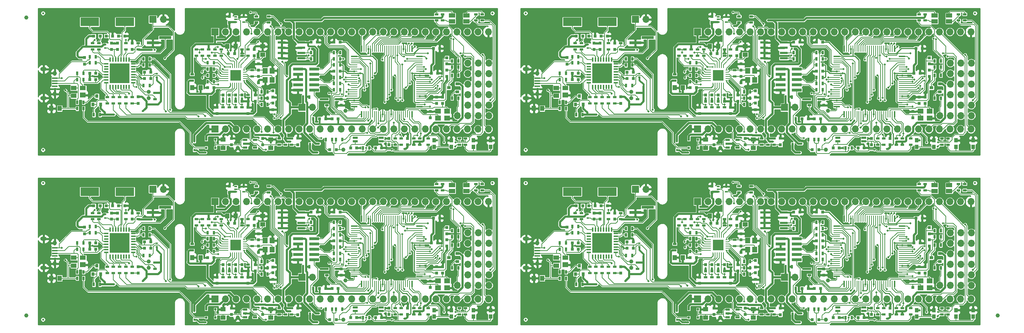
<source format=gbr>
G04 #@! TF.GenerationSoftware,KiCad,Pcbnew,(5.1.2)-1*
G04 #@! TF.CreationDate,2019-11-15T20:45:12-03:00*
G04 #@! TF.ProjectId,TP3-panel,5450332d-7061-46e6-956c-2e6b69636164,v1.0*
G04 #@! TF.SameCoordinates,Original*
G04 #@! TF.FileFunction,Copper,L1,Top*
G04 #@! TF.FilePolarity,Positive*
%FSLAX46Y46*%
G04 Gerber Fmt 4.6, Leading zero omitted, Abs format (unit mm)*
G04 Created by KiCad (PCBNEW (5.1.2)-1) date 2019-11-15 20:45:12*
%MOMM*%
%LPD*%
G04 APERTURE LIST*
%ADD10R,0.900000X0.500000*%
%ADD11R,0.600000X0.450000*%
%ADD12R,0.450000X0.600000*%
%ADD13R,1.400000X1.000000*%
%ADD14R,1.400000X1.200000*%
%ADD15R,0.500000X0.500000*%
%ADD16O,1.700000X1.700000*%
%ADD17R,1.700000X1.700000*%
%ADD18R,2.400000X0.740000*%
%ADD19R,0.600000X0.400000*%
%ADD20R,0.800000X0.800000*%
%ADD21R,0.500000X0.900000*%
%ADD22R,0.900000X1.000000*%
%ADD23R,0.750000X0.800000*%
%ADD24R,0.800000X0.900000*%
%ADD25R,1.200000X0.600000*%
%ADD26R,1.200000X1.400000*%
%ADD27R,0.800000X0.750000*%
%ADD28R,1.250000X1.000000*%
%ADD29R,0.900000X0.800000*%
%ADD30R,4.500000X2.000000*%
%ADD31R,1.000000X1.250000*%
%ADD32R,0.650000X0.400000*%
%ADD33R,1.500000X1.000000*%
%ADD34C,1.000000*%
%ADD35R,2.590800X2.590800*%
%ADD36R,0.203200X0.609600*%
%ADD37R,0.609600X0.203200*%
%ADD38R,1.981200X0.558800*%
%ADD39R,1.117600X0.482600*%
%ADD40C,0.500000*%
%ADD41R,1.500000X0.400000*%
%ADD42R,1.500000X0.280000*%
%ADD43R,0.400000X1.500000*%
%ADD44R,0.280000X1.500000*%
%ADD45R,3.000000X0.650000*%
%ADD46R,0.310000X0.990000*%
%ADD47R,0.990000X0.310000*%
%ADD48R,4.700000X4.700000*%
%ADD49R,1.350000X0.400000*%
%ADD50O,0.950000X1.250000*%
%ADD51O,1.550000X1.000000*%
%ADD52C,0.150000*%
%ADD53C,0.254000*%
%ADD54C,0.381000*%
%ADD55C,0.508000*%
G04 APERTURE END LIST*
D10*
X189000000Y-108750000D03*
X189000000Y-107250000D03*
X72500000Y-108750000D03*
X72500000Y-107250000D03*
X189000000Y-67750000D03*
X189000000Y-66250000D03*
D11*
X219550000Y-124000000D03*
X217450000Y-124000000D03*
X103050000Y-124000000D03*
X100950000Y-124000000D03*
X219550000Y-83000000D03*
X217450000Y-83000000D03*
D12*
X189500000Y-123450000D03*
X189500000Y-125550000D03*
X73000000Y-123450000D03*
X73000000Y-125550000D03*
X189500000Y-82450000D03*
X189500000Y-84550000D03*
D13*
X160400000Y-112450000D03*
X160400000Y-110550000D03*
X162600000Y-110550000D03*
D14*
X162600000Y-112270000D03*
D13*
X43900000Y-112450000D03*
X43900000Y-110550000D03*
X46100000Y-110550000D03*
D14*
X46100000Y-112270000D03*
D13*
X160400000Y-71450000D03*
X160400000Y-69550000D03*
X162600000Y-69550000D03*
D14*
X162600000Y-71270000D03*
D15*
X192400000Y-123000000D03*
X194600000Y-123000000D03*
X75900000Y-123000000D03*
X78100000Y-123000000D03*
X192400000Y-82000000D03*
X194600000Y-82000000D03*
X192400000Y-125000000D03*
X194600000Y-125000000D03*
X75900000Y-125000000D03*
X78100000Y-125000000D03*
X192400000Y-84000000D03*
X194600000Y-84000000D03*
D16*
X182040000Y-94000000D03*
D17*
X179500000Y-94000000D03*
D16*
X65540000Y-94000000D03*
D17*
X63000000Y-94000000D03*
D16*
X182040000Y-53000000D03*
D17*
X179500000Y-53000000D03*
D18*
X218450000Y-111040000D03*
X214550000Y-111040000D03*
X218450000Y-109770000D03*
X214550000Y-109770000D03*
X218450000Y-108500000D03*
X214550000Y-108500000D03*
X218450000Y-107230000D03*
X214550000Y-107230000D03*
X218450000Y-105960000D03*
X214550000Y-105960000D03*
X101950000Y-111040000D03*
X98050000Y-111040000D03*
X101950000Y-109770000D03*
X98050000Y-109770000D03*
X101950000Y-108500000D03*
X98050000Y-108500000D03*
X101950000Y-107230000D03*
X98050000Y-107230000D03*
X101950000Y-105960000D03*
X98050000Y-105960000D03*
X218450000Y-70040000D03*
X214550000Y-70040000D03*
X218450000Y-68770000D03*
X214550000Y-68770000D03*
X218450000Y-67500000D03*
X214550000Y-67500000D03*
X218450000Y-66230000D03*
X214550000Y-66230000D03*
X218450000Y-64960000D03*
X214550000Y-64960000D03*
D16*
X258080000Y-117230000D03*
X253000000Y-117230000D03*
X255540000Y-117230000D03*
X255540000Y-114690000D03*
X255540000Y-112150000D03*
X255540000Y-109610000D03*
X255540000Y-107070000D03*
X255540000Y-104530000D03*
X258080000Y-114690000D03*
X258080000Y-112150000D03*
X258080000Y-109610000D03*
X258080000Y-107070000D03*
X258080000Y-104530000D03*
X260620000Y-117230000D03*
X260620000Y-114690000D03*
X260620000Y-112150000D03*
X260620000Y-109610000D03*
X260620000Y-107070000D03*
X260620000Y-104530000D03*
X141580000Y-117230000D03*
X136500000Y-117230000D03*
X139040000Y-117230000D03*
X139040000Y-114690000D03*
X139040000Y-112150000D03*
X139040000Y-109610000D03*
X139040000Y-107070000D03*
X139040000Y-104530000D03*
X141580000Y-114690000D03*
X141580000Y-112150000D03*
X141580000Y-109610000D03*
X141580000Y-107070000D03*
X141580000Y-104530000D03*
X144120000Y-117230000D03*
X144120000Y-114690000D03*
X144120000Y-112150000D03*
X144120000Y-109610000D03*
X144120000Y-107070000D03*
X144120000Y-104530000D03*
X258080000Y-76230000D03*
X253000000Y-76230000D03*
X255540000Y-76230000D03*
X255540000Y-73690000D03*
X255540000Y-71150000D03*
X255540000Y-68610000D03*
X255540000Y-66070000D03*
X255540000Y-63530000D03*
X258080000Y-73690000D03*
X258080000Y-71150000D03*
X258080000Y-68610000D03*
X258080000Y-66070000D03*
X258080000Y-63530000D03*
X260620000Y-76230000D03*
X260620000Y-73690000D03*
X260620000Y-71150000D03*
X260620000Y-68610000D03*
X260620000Y-66070000D03*
X260620000Y-63530000D03*
D19*
X168000000Y-100950000D03*
X168000000Y-100050000D03*
X51500000Y-100950000D03*
X51500000Y-100050000D03*
X168000000Y-59950000D03*
X168000000Y-59050000D03*
D20*
X214500000Y-122700000D03*
X214500000Y-124300000D03*
X98000000Y-122700000D03*
X98000000Y-124300000D03*
X214500000Y-81700000D03*
X214500000Y-83300000D03*
D21*
X218250000Y-118000000D03*
X216750000Y-118000000D03*
X101750000Y-118000000D03*
X100250000Y-118000000D03*
X218250000Y-77000000D03*
X216750000Y-77000000D03*
D22*
X251550000Y-124800000D03*
X251550000Y-123200000D03*
X247450000Y-124800000D03*
X247450000Y-123200000D03*
X135050000Y-124800000D03*
X135050000Y-123200000D03*
X130950000Y-124800000D03*
X130950000Y-123200000D03*
X251550000Y-83800000D03*
X251550000Y-82200000D03*
X247450000Y-83800000D03*
X247450000Y-82200000D03*
D20*
X223800000Y-125500000D03*
X222200000Y-125500000D03*
X107300000Y-125500000D03*
X105700000Y-125500000D03*
X223800000Y-84500000D03*
X222200000Y-84500000D03*
X176000000Y-114300000D03*
X176000000Y-112700000D03*
X59500000Y-114300000D03*
X59500000Y-112700000D03*
X176000000Y-73300000D03*
X176000000Y-71700000D03*
X163000000Y-104800000D03*
X163000000Y-103200000D03*
X46500000Y-104800000D03*
X46500000Y-103200000D03*
X163000000Y-63800000D03*
X163000000Y-62200000D03*
D23*
X225000000Y-113250000D03*
X225000000Y-114750000D03*
X108500000Y-113250000D03*
X108500000Y-114750000D03*
X225000000Y-72250000D03*
X225000000Y-73750000D03*
D24*
X166000000Y-112500000D03*
X166950000Y-114500000D03*
X165050000Y-114500000D03*
X49500000Y-112500000D03*
X50450000Y-114500000D03*
X48550000Y-114500000D03*
X166000000Y-71500000D03*
X166950000Y-73500000D03*
X165050000Y-73500000D03*
D25*
X228350000Y-122550000D03*
X234650000Y-122550000D03*
X234650000Y-123450000D03*
X228350000Y-123450000D03*
X111850000Y-122550000D03*
X118150000Y-122550000D03*
X118150000Y-123450000D03*
X111850000Y-123450000D03*
X228350000Y-81550000D03*
X234650000Y-81550000D03*
X234650000Y-82450000D03*
X228350000Y-82450000D03*
D26*
X208350000Y-106400000D03*
X208350000Y-108600000D03*
X206650000Y-108600000D03*
X206650000Y-106400000D03*
X91850000Y-106400000D03*
X91850000Y-108600000D03*
X90150000Y-108600000D03*
X90150000Y-106400000D03*
X208350000Y-65400000D03*
X208350000Y-67600000D03*
X206650000Y-67600000D03*
X206650000Y-65400000D03*
D27*
X194250000Y-110500000D03*
X192750000Y-110500000D03*
X77750000Y-110500000D03*
X76250000Y-110500000D03*
X194250000Y-69500000D03*
X192750000Y-69500000D03*
X248750000Y-101000000D03*
X247250000Y-101000000D03*
X132250000Y-101000000D03*
X130750000Y-101000000D03*
X248750000Y-60000000D03*
X247250000Y-60000000D03*
D23*
X241000000Y-124250000D03*
X241000000Y-122750000D03*
X124500000Y-124250000D03*
X124500000Y-122750000D03*
X241000000Y-83250000D03*
X241000000Y-81750000D03*
X202500000Y-116750000D03*
X202500000Y-115250000D03*
X86000000Y-116750000D03*
X86000000Y-115250000D03*
X202500000Y-75750000D03*
X202500000Y-74250000D03*
X248000000Y-112750000D03*
X248000000Y-114250000D03*
X131500000Y-112750000D03*
X131500000Y-114250000D03*
X248000000Y-71750000D03*
X248000000Y-73250000D03*
D20*
X208500000Y-112800000D03*
X208500000Y-111200000D03*
X92000000Y-112800000D03*
X92000000Y-111200000D03*
X208500000Y-71800000D03*
X208500000Y-70200000D03*
D22*
X261050000Y-124800000D03*
X261050000Y-123200000D03*
X256950000Y-124800000D03*
X256950000Y-123200000D03*
X144550000Y-124800000D03*
X144550000Y-123200000D03*
X140450000Y-124800000D03*
X140450000Y-123200000D03*
X261050000Y-83800000D03*
X261050000Y-82200000D03*
X256950000Y-83800000D03*
X256950000Y-82200000D03*
D28*
X206000000Y-100500000D03*
X206000000Y-102500000D03*
X89500000Y-100500000D03*
X89500000Y-102500000D03*
X206000000Y-59500000D03*
X206000000Y-61500000D03*
D27*
X248250000Y-107000000D03*
X246750000Y-107000000D03*
X131750000Y-107000000D03*
X130250000Y-107000000D03*
X248250000Y-66000000D03*
X246750000Y-66000000D03*
X224250000Y-118000000D03*
X222750000Y-118000000D03*
X107750000Y-118000000D03*
X106250000Y-118000000D03*
X224250000Y-77000000D03*
X222750000Y-77000000D03*
D23*
X195000000Y-116750000D03*
X195000000Y-115250000D03*
X78500000Y-116750000D03*
X78500000Y-115250000D03*
X195000000Y-75750000D03*
X195000000Y-74250000D03*
X198000000Y-112250000D03*
X198000000Y-113750000D03*
X81500000Y-112250000D03*
X81500000Y-113750000D03*
X198000000Y-71250000D03*
X198000000Y-72750000D03*
D29*
X251000000Y-110500000D03*
X253000000Y-109550000D03*
X253000000Y-111450000D03*
X134500000Y-110500000D03*
X136500000Y-109550000D03*
X136500000Y-111450000D03*
X251000000Y-69500000D03*
X253000000Y-68550000D03*
X253000000Y-70450000D03*
D30*
X164250000Y-94600000D03*
X172750000Y-94600000D03*
X47750000Y-94600000D03*
X56250000Y-94600000D03*
X164250000Y-53600000D03*
X172750000Y-53600000D03*
D31*
X189000000Y-110500000D03*
X191000000Y-110500000D03*
X72500000Y-110500000D03*
X74500000Y-110500000D03*
X189000000Y-69500000D03*
X191000000Y-69500000D03*
D21*
X162750000Y-115500000D03*
X161250000Y-115500000D03*
X46250000Y-115500000D03*
X44750000Y-115500000D03*
X162750000Y-74500000D03*
X161250000Y-74500000D03*
D20*
X208500000Y-115800000D03*
X208500000Y-114200000D03*
X92000000Y-115800000D03*
X92000000Y-114200000D03*
X208500000Y-74800000D03*
X208500000Y-73200000D03*
D23*
X249500000Y-112750000D03*
X249500000Y-114250000D03*
X133000000Y-112750000D03*
X133000000Y-114250000D03*
X249500000Y-71750000D03*
X249500000Y-73250000D03*
D27*
X233250000Y-125000000D03*
X234750000Y-125000000D03*
X116750000Y-125000000D03*
X118250000Y-125000000D03*
X233250000Y-84000000D03*
X234750000Y-84000000D03*
X224750000Y-99500000D03*
X223250000Y-99500000D03*
X108250000Y-99500000D03*
X106750000Y-99500000D03*
X224750000Y-58500000D03*
X223250000Y-58500000D03*
D19*
X180500000Y-107050000D03*
X180500000Y-107950000D03*
X64000000Y-107050000D03*
X64000000Y-107950000D03*
X180500000Y-66050000D03*
X180500000Y-66950000D03*
D20*
X166800000Y-98000000D03*
X165200000Y-98000000D03*
X50300000Y-98000000D03*
X48700000Y-98000000D03*
X166800000Y-57000000D03*
X165200000Y-57000000D03*
D14*
X250600000Y-117850000D03*
X248400000Y-117850000D03*
X248400000Y-116150000D03*
X250600000Y-116150000D03*
X134100000Y-117850000D03*
X131900000Y-117850000D03*
X131900000Y-116150000D03*
X134100000Y-116150000D03*
X250600000Y-76850000D03*
X248400000Y-76850000D03*
X248400000Y-75150000D03*
X250600000Y-75150000D03*
D23*
X250500000Y-103250000D03*
X250500000Y-104750000D03*
X134000000Y-103250000D03*
X134000000Y-104750000D03*
X250500000Y-62250000D03*
X250500000Y-63750000D03*
X250500000Y-106250000D03*
X250500000Y-107750000D03*
X134000000Y-106250000D03*
X134000000Y-107750000D03*
X250500000Y-65250000D03*
X250500000Y-66750000D03*
X236500000Y-124250000D03*
X236500000Y-122750000D03*
X120000000Y-124250000D03*
X120000000Y-122750000D03*
X236500000Y-83250000D03*
X236500000Y-81750000D03*
X204250000Y-113750000D03*
X204250000Y-112250000D03*
X87750000Y-113750000D03*
X87750000Y-112250000D03*
X204250000Y-72750000D03*
X204250000Y-71250000D03*
D32*
X201450000Y-93350000D03*
X201450000Y-94650000D03*
X199550000Y-94000000D03*
X199550000Y-94650000D03*
X199550000Y-93350000D03*
X84950000Y-93350000D03*
X84950000Y-94650000D03*
X83050000Y-94000000D03*
X83050000Y-94650000D03*
X83050000Y-93350000D03*
X201450000Y-52350000D03*
X201450000Y-53650000D03*
X199550000Y-53000000D03*
X199550000Y-53650000D03*
X199550000Y-52350000D03*
D27*
X227250000Y-125000000D03*
X228750000Y-125000000D03*
X110750000Y-125000000D03*
X112250000Y-125000000D03*
X227250000Y-84000000D03*
X228750000Y-84000000D03*
X197750000Y-102250000D03*
X199250000Y-102250000D03*
X81250000Y-102250000D03*
X82750000Y-102250000D03*
X197750000Y-61250000D03*
X199250000Y-61250000D03*
X224750000Y-106500000D03*
X223250000Y-106500000D03*
X108250000Y-106500000D03*
X106750000Y-106500000D03*
X224750000Y-65500000D03*
X223250000Y-65500000D03*
D23*
X204000000Y-102750000D03*
X204000000Y-101250000D03*
X87500000Y-102750000D03*
X87500000Y-101250000D03*
X204000000Y-61750000D03*
X204000000Y-60250000D03*
D31*
X199500000Y-100500000D03*
X197500000Y-100500000D03*
X83000000Y-100500000D03*
X81000000Y-100500000D03*
X199500000Y-59500000D03*
X197500000Y-59500000D03*
D23*
X246500000Y-116250000D03*
X246500000Y-117750000D03*
X130000000Y-116250000D03*
X130000000Y-117750000D03*
X246500000Y-75250000D03*
X246500000Y-76750000D03*
D27*
X219750000Y-118000000D03*
X221250000Y-118000000D03*
X103250000Y-118000000D03*
X104750000Y-118000000D03*
X219750000Y-77000000D03*
X221250000Y-77000000D03*
D23*
X196500000Y-112250000D03*
X196500000Y-113750000D03*
X80000000Y-112250000D03*
X80000000Y-113750000D03*
X196500000Y-71250000D03*
X196500000Y-72750000D03*
D27*
X165750000Y-107000000D03*
X164250000Y-107000000D03*
X49250000Y-107000000D03*
X47750000Y-107000000D03*
X165750000Y-66000000D03*
X164250000Y-66000000D03*
X217750000Y-99500000D03*
X219250000Y-99500000D03*
X101250000Y-99500000D03*
X102750000Y-99500000D03*
X217750000Y-58500000D03*
X219250000Y-58500000D03*
D23*
X171000000Y-101250000D03*
X171000000Y-99750000D03*
X54500000Y-101250000D03*
X54500000Y-99750000D03*
X171000000Y-60250000D03*
X171000000Y-58750000D03*
X205000000Y-106250000D03*
X205000000Y-104750000D03*
X88500000Y-106250000D03*
X88500000Y-104750000D03*
X205000000Y-65250000D03*
X205000000Y-63750000D03*
X174500000Y-101250000D03*
X174500000Y-99750000D03*
X58000000Y-101250000D03*
X58000000Y-99750000D03*
X174500000Y-60250000D03*
X174500000Y-58750000D03*
X198500000Y-124250000D03*
X198500000Y-122750000D03*
X82000000Y-124250000D03*
X82000000Y-122750000D03*
X198500000Y-83250000D03*
X198500000Y-81750000D03*
X205000000Y-107750000D03*
X205000000Y-109250000D03*
X88500000Y-107750000D03*
X88500000Y-109250000D03*
X205000000Y-66750000D03*
X205000000Y-68250000D03*
X169500000Y-101250000D03*
X169500000Y-99750000D03*
X53000000Y-101250000D03*
X53000000Y-99750000D03*
X169500000Y-60250000D03*
X169500000Y-58750000D03*
X198000000Y-94750000D03*
X198000000Y-93250000D03*
X81500000Y-94750000D03*
X81500000Y-93250000D03*
X198000000Y-53750000D03*
X198000000Y-52250000D03*
X179000000Y-108250000D03*
X179000000Y-106750000D03*
X62500000Y-108250000D03*
X62500000Y-106750000D03*
X179000000Y-67250000D03*
X179000000Y-65750000D03*
D27*
X168250000Y-98000000D03*
X169750000Y-98000000D03*
X51750000Y-98000000D03*
X53250000Y-98000000D03*
X168250000Y-57000000D03*
X169750000Y-57000000D03*
X165750000Y-108500000D03*
X164250000Y-108500000D03*
X49250000Y-108500000D03*
X47750000Y-108500000D03*
X165750000Y-67500000D03*
X164250000Y-67500000D03*
D31*
X155000000Y-115500000D03*
X157000000Y-115500000D03*
X38500000Y-115500000D03*
X40500000Y-115500000D03*
X155000000Y-74500000D03*
X157000000Y-74500000D03*
D28*
X196500000Y-123000000D03*
X196500000Y-125000000D03*
X80000000Y-123000000D03*
X80000000Y-125000000D03*
X196500000Y-82000000D03*
X196500000Y-84000000D03*
D23*
X201000000Y-112250000D03*
X201000000Y-113750000D03*
X84500000Y-112250000D03*
X84500000Y-113750000D03*
X201000000Y-71250000D03*
X201000000Y-72750000D03*
X177500000Y-108250000D03*
X177500000Y-106750000D03*
X61000000Y-108250000D03*
X61000000Y-106750000D03*
X177500000Y-67250000D03*
X177500000Y-65750000D03*
X199500000Y-112250000D03*
X199500000Y-113750000D03*
X83000000Y-112250000D03*
X83000000Y-113750000D03*
X199500000Y-71250000D03*
X199500000Y-72750000D03*
D27*
X171250000Y-98000000D03*
X172750000Y-98000000D03*
X54750000Y-98000000D03*
X56250000Y-98000000D03*
X171250000Y-57000000D03*
X172750000Y-57000000D03*
D23*
X206000000Y-124250000D03*
X206000000Y-122750000D03*
X89500000Y-124250000D03*
X89500000Y-122750000D03*
X206000000Y-83250000D03*
X206000000Y-81750000D03*
D28*
X208000000Y-123000000D03*
X208000000Y-125000000D03*
X91500000Y-123000000D03*
X91500000Y-125000000D03*
X208000000Y-82000000D03*
X208000000Y-84000000D03*
D21*
X223250000Y-108000000D03*
X224750000Y-108000000D03*
X106750000Y-108000000D03*
X108250000Y-108000000D03*
X223250000Y-67000000D03*
X224750000Y-67000000D03*
D10*
X249500000Y-92750000D03*
X249500000Y-94250000D03*
X133000000Y-92750000D03*
X133000000Y-94250000D03*
X249500000Y-51750000D03*
X249500000Y-53250000D03*
X248000000Y-94250000D03*
X248000000Y-92750000D03*
X131500000Y-94250000D03*
X131500000Y-92750000D03*
X248000000Y-53250000D03*
X248000000Y-51750000D03*
D21*
X253250000Y-113000000D03*
X251750000Y-113000000D03*
X136750000Y-113000000D03*
X135250000Y-113000000D03*
X253250000Y-72000000D03*
X251750000Y-72000000D03*
D10*
X257500000Y-94250000D03*
X257500000Y-92750000D03*
X141000000Y-94250000D03*
X141000000Y-92750000D03*
X257500000Y-53250000D03*
X257500000Y-51750000D03*
X259000000Y-94250000D03*
X259000000Y-92750000D03*
X142500000Y-94250000D03*
X142500000Y-92750000D03*
X259000000Y-53250000D03*
X259000000Y-51750000D03*
D21*
X253250000Y-107500000D03*
X251750000Y-107500000D03*
X136750000Y-107500000D03*
X135250000Y-107500000D03*
X253250000Y-66500000D03*
X251750000Y-66500000D03*
D10*
X242500000Y-122750000D03*
X242500000Y-124250000D03*
X126000000Y-122750000D03*
X126000000Y-124250000D03*
X242500000Y-81750000D03*
X242500000Y-83250000D03*
X244000000Y-122750000D03*
X244000000Y-124250000D03*
X127500000Y-122750000D03*
X127500000Y-124250000D03*
X244000000Y-81750000D03*
X244000000Y-83250000D03*
D21*
X223250000Y-103500000D03*
X224750000Y-103500000D03*
X106750000Y-103500000D03*
X108250000Y-103500000D03*
X223250000Y-62500000D03*
X224750000Y-62500000D03*
X215750000Y-112750000D03*
X217250000Y-112750000D03*
X99250000Y-112750000D03*
X100750000Y-112750000D03*
X215750000Y-71750000D03*
X217250000Y-71750000D03*
X253250000Y-105500000D03*
X251750000Y-105500000D03*
X136750000Y-105500000D03*
X135250000Y-105500000D03*
X253250000Y-64500000D03*
X251750000Y-64500000D03*
X253250000Y-104000000D03*
X251750000Y-104000000D03*
X136750000Y-104000000D03*
X135250000Y-104000000D03*
X253250000Y-63000000D03*
X251750000Y-63000000D03*
X223250000Y-105000000D03*
X224750000Y-105000000D03*
X106750000Y-105000000D03*
X108250000Y-105000000D03*
X223250000Y-64000000D03*
X224750000Y-64000000D03*
X223250000Y-102000000D03*
X224750000Y-102000000D03*
X106750000Y-102000000D03*
X108250000Y-102000000D03*
X223250000Y-61000000D03*
X224750000Y-61000000D03*
X223250000Y-111000000D03*
X224750000Y-111000000D03*
X106750000Y-111000000D03*
X108250000Y-111000000D03*
X223250000Y-70000000D03*
X224750000Y-70000000D03*
D10*
X239500000Y-122750000D03*
X239500000Y-124250000D03*
X123000000Y-122750000D03*
X123000000Y-124250000D03*
X239500000Y-81750000D03*
X239500000Y-83250000D03*
D21*
X223750000Y-123000000D03*
X225250000Y-123000000D03*
X107250000Y-123000000D03*
X108750000Y-123000000D03*
X223750000Y-82000000D03*
X225250000Y-82000000D03*
X221250000Y-123000000D03*
X222750000Y-123000000D03*
X104750000Y-123000000D03*
X106250000Y-123000000D03*
X221250000Y-82000000D03*
X222750000Y-82000000D03*
X231750000Y-125000000D03*
X230250000Y-125000000D03*
X115250000Y-125000000D03*
X113750000Y-125000000D03*
X231750000Y-84000000D03*
X230250000Y-84000000D03*
D10*
X246000000Y-122750000D03*
X246000000Y-124250000D03*
X129500000Y-122750000D03*
X129500000Y-124250000D03*
X246000000Y-81750000D03*
X246000000Y-83250000D03*
X201000000Y-115250000D03*
X201000000Y-116750000D03*
X84500000Y-115250000D03*
X84500000Y-116750000D03*
X201000000Y-74250000D03*
X201000000Y-75750000D03*
X201000000Y-101250000D03*
X201000000Y-102750000D03*
X84500000Y-101250000D03*
X84500000Y-102750000D03*
X201000000Y-60250000D03*
X201000000Y-61750000D03*
X193000000Y-102750000D03*
X193000000Y-101250000D03*
X76500000Y-102750000D03*
X76500000Y-101250000D03*
X193000000Y-61750000D03*
X193000000Y-60250000D03*
X202500000Y-112250000D03*
X202500000Y-113750000D03*
X86000000Y-112250000D03*
X86000000Y-113750000D03*
X202500000Y-71250000D03*
X202500000Y-72750000D03*
D21*
X161250000Y-114000000D03*
X162750000Y-114000000D03*
X44750000Y-114000000D03*
X46250000Y-114000000D03*
X161250000Y-73000000D03*
X162750000Y-73000000D03*
X217750000Y-103500000D03*
X219250000Y-103500000D03*
X101250000Y-103500000D03*
X102750000Y-103500000D03*
X217750000Y-62500000D03*
X219250000Y-62500000D03*
X177250000Y-110000000D03*
X178750000Y-110000000D03*
X60750000Y-110000000D03*
X62250000Y-110000000D03*
X177250000Y-69000000D03*
X178750000Y-69000000D03*
X192750000Y-107500000D03*
X194250000Y-107500000D03*
X76250000Y-107500000D03*
X77750000Y-107500000D03*
X192750000Y-66500000D03*
X194250000Y-66500000D03*
D10*
X210000000Y-122750000D03*
X210000000Y-124250000D03*
X93500000Y-122750000D03*
X93500000Y-124250000D03*
X210000000Y-81750000D03*
X210000000Y-83250000D03*
X170000000Y-112750000D03*
X170000000Y-114250000D03*
X53500000Y-112750000D03*
X53500000Y-114250000D03*
X170000000Y-71750000D03*
X170000000Y-73250000D03*
X196500000Y-115250000D03*
X196500000Y-116750000D03*
X80000000Y-115250000D03*
X80000000Y-116750000D03*
X196500000Y-74250000D03*
X196500000Y-75750000D03*
X204500000Y-93250000D03*
X204500000Y-94750000D03*
X88000000Y-93250000D03*
X88000000Y-94750000D03*
X204500000Y-52250000D03*
X204500000Y-53750000D03*
X196000000Y-101250000D03*
X196000000Y-102750000D03*
X79500000Y-101250000D03*
X79500000Y-102750000D03*
X196000000Y-60250000D03*
X196000000Y-61750000D03*
X191500000Y-101250000D03*
X191500000Y-102750000D03*
X75000000Y-101250000D03*
X75000000Y-102750000D03*
X191500000Y-60250000D03*
X191500000Y-61750000D03*
D21*
X192750000Y-109000000D03*
X194250000Y-109000000D03*
X76250000Y-109000000D03*
X77750000Y-109000000D03*
X192750000Y-68000000D03*
X194250000Y-68000000D03*
X192750000Y-106000000D03*
X194250000Y-106000000D03*
X76250000Y-106000000D03*
X77750000Y-106000000D03*
X192750000Y-65000000D03*
X194250000Y-65000000D03*
X164250000Y-103000000D03*
X165750000Y-103000000D03*
X47750000Y-103000000D03*
X49250000Y-103000000D03*
X164250000Y-62000000D03*
X165750000Y-62000000D03*
D10*
X171500000Y-112750000D03*
X171500000Y-114250000D03*
X55000000Y-112750000D03*
X55000000Y-114250000D03*
X171500000Y-71750000D03*
X171500000Y-73250000D03*
X190000000Y-102750000D03*
X190000000Y-101250000D03*
X73500000Y-102750000D03*
X73500000Y-101250000D03*
X190000000Y-61750000D03*
X190000000Y-60250000D03*
D21*
X192750000Y-104500000D03*
X194250000Y-104500000D03*
X76250000Y-104500000D03*
X77750000Y-104500000D03*
X192750000Y-63500000D03*
X194250000Y-63500000D03*
D10*
X176000000Y-99750000D03*
X176000000Y-101250000D03*
X59500000Y-99750000D03*
X59500000Y-101250000D03*
X176000000Y-58750000D03*
X176000000Y-60250000D03*
X165000000Y-101250000D03*
X165000000Y-99750000D03*
X48500000Y-101250000D03*
X48500000Y-99750000D03*
X165000000Y-60250000D03*
X165000000Y-58750000D03*
D21*
X177250000Y-105000000D03*
X178750000Y-105000000D03*
X60750000Y-105000000D03*
X62250000Y-105000000D03*
X177250000Y-64000000D03*
X178750000Y-64000000D03*
D10*
X207500000Y-93250000D03*
X207500000Y-94750000D03*
X91000000Y-93250000D03*
X91000000Y-94750000D03*
X207500000Y-52250000D03*
X207500000Y-53750000D03*
X168500000Y-114250000D03*
X168500000Y-112750000D03*
X52000000Y-114250000D03*
X52000000Y-112750000D03*
X168500000Y-73250000D03*
X168500000Y-71750000D03*
D21*
X161250000Y-108500000D03*
X162750000Y-108500000D03*
X44750000Y-108500000D03*
X46250000Y-108500000D03*
X161250000Y-67500000D03*
X162750000Y-67500000D03*
X205750000Y-111500000D03*
X207250000Y-111500000D03*
X89250000Y-111500000D03*
X90750000Y-111500000D03*
X205750000Y-70500000D03*
X207250000Y-70500000D03*
D10*
X202500000Y-101250000D03*
X202500000Y-102750000D03*
X86000000Y-101250000D03*
X86000000Y-102750000D03*
X202500000Y-60250000D03*
X202500000Y-61750000D03*
X198000000Y-115250000D03*
X198000000Y-116750000D03*
X81500000Y-115250000D03*
X81500000Y-116750000D03*
X198000000Y-74250000D03*
X198000000Y-75750000D03*
D21*
X223250000Y-109500000D03*
X224750000Y-109500000D03*
X106750000Y-109500000D03*
X108250000Y-109500000D03*
X223250000Y-68500000D03*
X224750000Y-68500000D03*
D10*
X194500000Y-101250000D03*
X194500000Y-102750000D03*
X78000000Y-101250000D03*
X78000000Y-102750000D03*
X194500000Y-60250000D03*
X194500000Y-61750000D03*
D21*
X205750000Y-114500000D03*
X207250000Y-114500000D03*
X89250000Y-114500000D03*
X90750000Y-114500000D03*
X205750000Y-73500000D03*
X207250000Y-73500000D03*
D10*
X173000000Y-101250000D03*
X173000000Y-99750000D03*
X56500000Y-101250000D03*
X56500000Y-99750000D03*
X173000000Y-60250000D03*
X173000000Y-58750000D03*
D21*
X217750000Y-102000000D03*
X219250000Y-102000000D03*
X101250000Y-102000000D03*
X102750000Y-102000000D03*
X217750000Y-61000000D03*
X219250000Y-61000000D03*
D10*
X180000000Y-113250000D03*
X180000000Y-111750000D03*
X63500000Y-113250000D03*
X63500000Y-111750000D03*
X180000000Y-72250000D03*
X180000000Y-70750000D03*
X255000000Y-122750000D03*
X255000000Y-124250000D03*
X138500000Y-122750000D03*
X138500000Y-124250000D03*
X255000000Y-81750000D03*
X255000000Y-83250000D03*
X199500000Y-115250000D03*
X199500000Y-116750000D03*
X83000000Y-115250000D03*
X83000000Y-116750000D03*
X199500000Y-74250000D03*
X199500000Y-75750000D03*
X173000000Y-112750000D03*
X173000000Y-114250000D03*
X56500000Y-112750000D03*
X56500000Y-114250000D03*
X173000000Y-71750000D03*
X173000000Y-73250000D03*
X203500000Y-106250000D03*
X203500000Y-107750000D03*
X87000000Y-106250000D03*
X87000000Y-107750000D03*
X203500000Y-65250000D03*
X203500000Y-66750000D03*
D21*
X166750000Y-117000000D03*
X165250000Y-117000000D03*
X50250000Y-117000000D03*
X48750000Y-117000000D03*
X166750000Y-76000000D03*
X165250000Y-76000000D03*
X161250000Y-107000000D03*
X162750000Y-107000000D03*
X44750000Y-107000000D03*
X46250000Y-107000000D03*
X161250000Y-66000000D03*
X162750000Y-66000000D03*
D10*
X174500000Y-112750000D03*
X174500000Y-114250000D03*
X58000000Y-112750000D03*
X58000000Y-114250000D03*
X174500000Y-71750000D03*
X174500000Y-73250000D03*
D16*
X260540000Y-97000000D03*
X258000000Y-97000000D03*
X255460000Y-97000000D03*
X252920000Y-97000000D03*
X250380000Y-97000000D03*
X247840000Y-97000000D03*
X245300000Y-97000000D03*
X242760000Y-97000000D03*
X240220000Y-97000000D03*
X237680000Y-97000000D03*
X235140000Y-97000000D03*
X232600000Y-97000000D03*
X230060000Y-97000000D03*
X227520000Y-97000000D03*
X224980000Y-97000000D03*
X222440000Y-97000000D03*
X219900000Y-97000000D03*
X217360000Y-97000000D03*
X214820000Y-97000000D03*
X212280000Y-97000000D03*
X209740000Y-97000000D03*
X207200000Y-97000000D03*
X204660000Y-97000000D03*
X202120000Y-97000000D03*
X199580000Y-97000000D03*
X197040000Y-97000000D03*
D17*
X194500000Y-97000000D03*
D16*
X144040000Y-97000000D03*
X141500000Y-97000000D03*
X138960000Y-97000000D03*
X136420000Y-97000000D03*
X133880000Y-97000000D03*
X131340000Y-97000000D03*
X128800000Y-97000000D03*
X126260000Y-97000000D03*
X123720000Y-97000000D03*
X121180000Y-97000000D03*
X118640000Y-97000000D03*
X116100000Y-97000000D03*
X113560000Y-97000000D03*
X111020000Y-97000000D03*
X108480000Y-97000000D03*
X105940000Y-97000000D03*
X103400000Y-97000000D03*
X100860000Y-97000000D03*
X98320000Y-97000000D03*
X95780000Y-97000000D03*
X93240000Y-97000000D03*
X90700000Y-97000000D03*
X88160000Y-97000000D03*
X85620000Y-97000000D03*
X83080000Y-97000000D03*
X80540000Y-97000000D03*
D17*
X78000000Y-97000000D03*
D16*
X260540000Y-56000000D03*
X258000000Y-56000000D03*
X255460000Y-56000000D03*
X252920000Y-56000000D03*
X250380000Y-56000000D03*
X247840000Y-56000000D03*
X245300000Y-56000000D03*
X242760000Y-56000000D03*
X240220000Y-56000000D03*
X237680000Y-56000000D03*
X235140000Y-56000000D03*
X232600000Y-56000000D03*
X230060000Y-56000000D03*
X227520000Y-56000000D03*
X224980000Y-56000000D03*
X222440000Y-56000000D03*
X219900000Y-56000000D03*
X217360000Y-56000000D03*
X214820000Y-56000000D03*
X212280000Y-56000000D03*
X209740000Y-56000000D03*
X207200000Y-56000000D03*
X204660000Y-56000000D03*
X202120000Y-56000000D03*
X199580000Y-56000000D03*
X197040000Y-56000000D03*
D17*
X194500000Y-56000000D03*
D10*
X213000000Y-124250000D03*
X213000000Y-122750000D03*
X96500000Y-124250000D03*
X96500000Y-122750000D03*
X213000000Y-83250000D03*
X213000000Y-81750000D03*
X221500000Y-114750000D03*
X221500000Y-113250000D03*
X105000000Y-114750000D03*
X105000000Y-113250000D03*
X221500000Y-73750000D03*
X221500000Y-72250000D03*
X166500000Y-101250000D03*
X166500000Y-99750000D03*
X50000000Y-101250000D03*
X50000000Y-99750000D03*
X166500000Y-60250000D03*
X166500000Y-58750000D03*
D21*
X165750000Y-104500000D03*
X164250000Y-104500000D03*
X49250000Y-104500000D03*
X47750000Y-104500000D03*
X165750000Y-63500000D03*
X164250000Y-63500000D03*
D10*
X211500000Y-122750000D03*
X211500000Y-124250000D03*
X95000000Y-122750000D03*
X95000000Y-124250000D03*
X211500000Y-81750000D03*
X211500000Y-83250000D03*
D21*
X177250000Y-103500000D03*
X178750000Y-103500000D03*
X60750000Y-103500000D03*
X62250000Y-103500000D03*
X177250000Y-62500000D03*
X178750000Y-62500000D03*
D33*
X255250000Y-94450000D03*
X255250000Y-93050000D03*
X251750000Y-94450000D03*
X251750000Y-93050000D03*
X138750000Y-94450000D03*
X138750000Y-93050000D03*
X135250000Y-94450000D03*
X135250000Y-93050000D03*
X255250000Y-53450000D03*
X255250000Y-52050000D03*
X251750000Y-53450000D03*
X251750000Y-52050000D03*
D21*
X205750000Y-113000000D03*
X207250000Y-113000000D03*
X89250000Y-113000000D03*
X90750000Y-113000000D03*
X205750000Y-72000000D03*
X207250000Y-72000000D03*
D10*
X238000000Y-124250000D03*
X238000000Y-122750000D03*
X121500000Y-124250000D03*
X121500000Y-122750000D03*
X238000000Y-83250000D03*
X238000000Y-81750000D03*
D34*
X225500000Y-125500000D03*
X109000000Y-125500000D03*
X225500000Y-84500000D03*
D35*
X199500000Y-107500000D03*
D36*
X200750000Y-109506600D03*
X200250001Y-109506600D03*
X199750000Y-109506600D03*
X199250000Y-109506600D03*
X198749999Y-109506600D03*
X198250000Y-109506600D03*
D37*
X197493400Y-108750000D03*
X197493400Y-108250001D03*
X197493400Y-107750000D03*
X197493400Y-107250000D03*
X197493400Y-106749999D03*
X197493400Y-106250000D03*
D36*
X198250000Y-105493400D03*
X198749999Y-105493400D03*
X199250000Y-105493400D03*
X199750000Y-105493400D03*
X200250001Y-105493400D03*
X200750000Y-105493400D03*
D37*
X201506600Y-106250000D03*
X201506600Y-106749999D03*
X201506600Y-107250000D03*
X201506600Y-107750000D03*
X201506600Y-108250001D03*
X201506600Y-108750000D03*
D35*
X83000000Y-107500000D03*
D36*
X84250000Y-109506600D03*
X83750001Y-109506600D03*
X83250000Y-109506600D03*
X82750000Y-109506600D03*
X82249999Y-109506600D03*
X81750000Y-109506600D03*
D37*
X80993400Y-108750000D03*
X80993400Y-108250001D03*
X80993400Y-107750000D03*
X80993400Y-107250000D03*
X80993400Y-106749999D03*
X80993400Y-106250000D03*
D36*
X81750000Y-105493400D03*
X82249999Y-105493400D03*
X82750000Y-105493400D03*
X83250000Y-105493400D03*
X83750001Y-105493400D03*
X84250000Y-105493400D03*
D37*
X85006600Y-106250000D03*
X85006600Y-106749999D03*
X85006600Y-107250000D03*
X85006600Y-107750000D03*
X85006600Y-108250001D03*
X85006600Y-108750000D03*
D35*
X199500000Y-66500000D03*
D36*
X200750000Y-68506600D03*
X200250001Y-68506600D03*
X199750000Y-68506600D03*
X199250000Y-68506600D03*
X198749999Y-68506600D03*
X198250000Y-68506600D03*
D37*
X197493400Y-67750000D03*
X197493400Y-67250001D03*
X197493400Y-66750000D03*
X197493400Y-66250000D03*
X197493400Y-65749999D03*
X197493400Y-65250000D03*
D36*
X198250000Y-64493400D03*
X198749999Y-64493400D03*
X199250000Y-64493400D03*
X199750000Y-64493400D03*
X200250001Y-64493400D03*
X200750000Y-64493400D03*
D37*
X201506600Y-65250000D03*
X201506600Y-65749999D03*
X201506600Y-66250000D03*
X201506600Y-66750000D03*
X201506600Y-67250001D03*
X201506600Y-67750000D03*
D34*
X226050000Y-116050000D03*
X109550000Y-116050000D03*
X226050000Y-75050000D03*
X178500000Y-113000000D03*
X62000000Y-113000000D03*
X178500000Y-72000000D03*
X178500000Y-111500000D03*
X62000000Y-111500000D03*
X178500000Y-70500000D03*
X200000000Y-125000000D03*
X83500000Y-125000000D03*
X200000000Y-84000000D03*
D38*
X210637800Y-99595000D03*
X210637800Y-100865000D03*
X210637800Y-102135000D03*
X210637800Y-103405000D03*
X215362200Y-103405000D03*
X215362200Y-102135000D03*
X215362200Y-100865000D03*
X215362200Y-99595000D03*
X94137800Y-99595000D03*
X94137800Y-100865000D03*
X94137800Y-102135000D03*
X94137800Y-103405000D03*
X98862200Y-103405000D03*
X98862200Y-102135000D03*
X98862200Y-100865000D03*
X98862200Y-99595000D03*
X210637800Y-58595000D03*
X210637800Y-59865000D03*
X210637800Y-61135000D03*
X210637800Y-62405000D03*
X215362200Y-62405000D03*
X215362200Y-61135000D03*
X215362200Y-59865000D03*
X215362200Y-58595000D03*
D39*
X204193800Y-123049999D03*
X204193800Y-124950001D03*
X201806200Y-124950001D03*
X201806200Y-124000000D03*
X201806200Y-123049999D03*
X87693800Y-123049999D03*
X87693800Y-124950001D03*
X85306200Y-124950001D03*
X85306200Y-124000000D03*
X85306200Y-123049999D03*
X204193800Y-82049999D03*
X204193800Y-83950001D03*
X201806200Y-83950001D03*
X201806200Y-83000000D03*
X201806200Y-82049999D03*
D40*
X153000000Y-92500000D03*
X36500000Y-92500000D03*
X153000000Y-51500000D03*
X261500000Y-92500000D03*
X145000000Y-92500000D03*
X261500000Y-51500000D03*
X153000000Y-125500000D03*
X36500000Y-125500000D03*
X153000000Y-84500000D03*
D16*
X218040000Y-115250000D03*
D17*
X215500000Y-115250000D03*
D16*
X101540000Y-115250000D03*
D17*
X99000000Y-115250000D03*
D16*
X218040000Y-74250000D03*
D17*
X215500000Y-74250000D03*
D10*
X253500000Y-122750000D03*
X253500000Y-124250000D03*
X137000000Y-122750000D03*
X137000000Y-124250000D03*
X253500000Y-81750000D03*
X253500000Y-83250000D03*
D41*
X228100000Y-115060000D03*
D42*
X228100000Y-114500000D03*
X228100000Y-114000000D03*
X228100000Y-113500000D03*
X228100000Y-113000000D03*
X228100000Y-112500000D03*
X228100000Y-112000000D03*
X228100000Y-111500000D03*
X228100000Y-111000000D03*
X228100000Y-110500000D03*
X228100000Y-110000000D03*
X228100000Y-109500000D03*
X228100000Y-109000000D03*
X228100000Y-108500000D03*
X228100000Y-108000000D03*
X228100000Y-107500000D03*
X228100000Y-107000000D03*
X228100000Y-106500000D03*
X228100000Y-106000000D03*
X228100000Y-105500000D03*
X228100000Y-105000000D03*
X228100000Y-104500000D03*
X228100000Y-104000000D03*
X228100000Y-103500000D03*
D41*
X228100000Y-102940000D03*
D43*
X229940000Y-101100000D03*
D44*
X230500000Y-101100000D03*
X231000000Y-101100000D03*
X231500000Y-101100000D03*
X232000000Y-101100000D03*
X232500000Y-101100000D03*
X233000000Y-101100000D03*
X233500000Y-101100000D03*
X234000000Y-101100000D03*
X234500000Y-101100000D03*
X235000000Y-101100000D03*
X235500000Y-101100000D03*
X236000000Y-101100000D03*
X236500000Y-101100000D03*
X237000000Y-101100000D03*
X237500000Y-101100000D03*
X238000000Y-101100000D03*
X238500000Y-101100000D03*
X239000000Y-101100000D03*
X239500000Y-101100000D03*
X240000000Y-101100000D03*
X240500000Y-101100000D03*
X241000000Y-101100000D03*
X241500000Y-101100000D03*
D43*
X242060000Y-101100000D03*
D41*
X243900000Y-102940000D03*
D42*
X243900000Y-103500000D03*
X243900000Y-104000000D03*
X243900000Y-104500000D03*
X243900000Y-105000000D03*
X243900000Y-105500000D03*
X243900000Y-106000000D03*
X243900000Y-106500000D03*
X243900000Y-107000000D03*
X243900000Y-107500000D03*
X243900000Y-108000000D03*
X243900000Y-108500000D03*
X243900000Y-109000000D03*
X243900000Y-109500000D03*
X243900000Y-110000000D03*
X243900000Y-110500000D03*
X243900000Y-111000000D03*
X243900000Y-111500000D03*
X243900000Y-112000000D03*
X243900000Y-112500000D03*
X243900000Y-113000000D03*
X243900000Y-113500000D03*
X243900000Y-114000000D03*
X243900000Y-114500000D03*
D41*
X243900000Y-115060000D03*
D43*
X242060000Y-116900000D03*
D44*
X241500000Y-116900000D03*
X241000000Y-116900000D03*
X240500000Y-116900000D03*
X240000000Y-116900000D03*
X239500000Y-116900000D03*
X239000000Y-116900000D03*
X238500000Y-116900000D03*
X238000000Y-116900000D03*
X237500000Y-116900000D03*
X237000000Y-116900000D03*
X236500000Y-116900000D03*
X236000000Y-116900000D03*
X235500000Y-116900000D03*
X235000000Y-116900000D03*
X234500000Y-116900000D03*
X234000000Y-116900000D03*
X233500000Y-116900000D03*
X233000000Y-116900000D03*
X232500000Y-116900000D03*
X232000000Y-116900000D03*
X231500000Y-116900000D03*
X231000000Y-116900000D03*
X230500000Y-116900000D03*
D43*
X229940000Y-116900000D03*
D41*
X111600000Y-115060000D03*
D42*
X111600000Y-114500000D03*
X111600000Y-114000000D03*
X111600000Y-113500000D03*
X111600000Y-113000000D03*
X111600000Y-112500000D03*
X111600000Y-112000000D03*
X111600000Y-111500000D03*
X111600000Y-111000000D03*
X111600000Y-110500000D03*
X111600000Y-110000000D03*
X111600000Y-109500000D03*
X111600000Y-109000000D03*
X111600000Y-108500000D03*
X111600000Y-108000000D03*
X111600000Y-107500000D03*
X111600000Y-107000000D03*
X111600000Y-106500000D03*
X111600000Y-106000000D03*
X111600000Y-105500000D03*
X111600000Y-105000000D03*
X111600000Y-104500000D03*
X111600000Y-104000000D03*
X111600000Y-103500000D03*
D41*
X111600000Y-102940000D03*
D43*
X113440000Y-101100000D03*
D44*
X114000000Y-101100000D03*
X114500000Y-101100000D03*
X115000000Y-101100000D03*
X115500000Y-101100000D03*
X116000000Y-101100000D03*
X116500000Y-101100000D03*
X117000000Y-101100000D03*
X117500000Y-101100000D03*
X118000000Y-101100000D03*
X118500000Y-101100000D03*
X119000000Y-101100000D03*
X119500000Y-101100000D03*
X120000000Y-101100000D03*
X120500000Y-101100000D03*
X121000000Y-101100000D03*
X121500000Y-101100000D03*
X122000000Y-101100000D03*
X122500000Y-101100000D03*
X123000000Y-101100000D03*
X123500000Y-101100000D03*
X124000000Y-101100000D03*
X124500000Y-101100000D03*
X125000000Y-101100000D03*
D43*
X125560000Y-101100000D03*
D41*
X127400000Y-102940000D03*
D42*
X127400000Y-103500000D03*
X127400000Y-104000000D03*
X127400000Y-104500000D03*
X127400000Y-105000000D03*
X127400000Y-105500000D03*
X127400000Y-106000000D03*
X127400000Y-106500000D03*
X127400000Y-107000000D03*
X127400000Y-107500000D03*
X127400000Y-108000000D03*
X127400000Y-108500000D03*
X127400000Y-109000000D03*
X127400000Y-109500000D03*
X127400000Y-110000000D03*
X127400000Y-110500000D03*
X127400000Y-111000000D03*
X127400000Y-111500000D03*
X127400000Y-112000000D03*
X127400000Y-112500000D03*
X127400000Y-113000000D03*
X127400000Y-113500000D03*
X127400000Y-114000000D03*
X127400000Y-114500000D03*
D41*
X127400000Y-115060000D03*
D43*
X125560000Y-116900000D03*
D44*
X125000000Y-116900000D03*
X124500000Y-116900000D03*
X124000000Y-116900000D03*
X123500000Y-116900000D03*
X123000000Y-116900000D03*
X122500000Y-116900000D03*
X122000000Y-116900000D03*
X121500000Y-116900000D03*
X121000000Y-116900000D03*
X120500000Y-116900000D03*
X120000000Y-116900000D03*
X119500000Y-116900000D03*
X119000000Y-116900000D03*
X118500000Y-116900000D03*
X118000000Y-116900000D03*
X117500000Y-116900000D03*
X117000000Y-116900000D03*
X116500000Y-116900000D03*
X116000000Y-116900000D03*
X115500000Y-116900000D03*
X115000000Y-116900000D03*
X114500000Y-116900000D03*
X114000000Y-116900000D03*
D43*
X113440000Y-116900000D03*
D41*
X228100000Y-74060000D03*
D42*
X228100000Y-73500000D03*
X228100000Y-73000000D03*
X228100000Y-72500000D03*
X228100000Y-72000000D03*
X228100000Y-71500000D03*
X228100000Y-71000000D03*
X228100000Y-70500000D03*
X228100000Y-70000000D03*
X228100000Y-69500000D03*
X228100000Y-69000000D03*
X228100000Y-68500000D03*
X228100000Y-68000000D03*
X228100000Y-67500000D03*
X228100000Y-67000000D03*
X228100000Y-66500000D03*
X228100000Y-66000000D03*
X228100000Y-65500000D03*
X228100000Y-65000000D03*
X228100000Y-64500000D03*
X228100000Y-64000000D03*
X228100000Y-63500000D03*
X228100000Y-63000000D03*
X228100000Y-62500000D03*
D41*
X228100000Y-61940000D03*
D43*
X229940000Y-60100000D03*
D44*
X230500000Y-60100000D03*
X231000000Y-60100000D03*
X231500000Y-60100000D03*
X232000000Y-60100000D03*
X232500000Y-60100000D03*
X233000000Y-60100000D03*
X233500000Y-60100000D03*
X234000000Y-60100000D03*
X234500000Y-60100000D03*
X235000000Y-60100000D03*
X235500000Y-60100000D03*
X236000000Y-60100000D03*
X236500000Y-60100000D03*
X237000000Y-60100000D03*
X237500000Y-60100000D03*
X238000000Y-60100000D03*
X238500000Y-60100000D03*
X239000000Y-60100000D03*
X239500000Y-60100000D03*
X240000000Y-60100000D03*
X240500000Y-60100000D03*
X241000000Y-60100000D03*
X241500000Y-60100000D03*
D43*
X242060000Y-60100000D03*
D41*
X243900000Y-61940000D03*
D42*
X243900000Y-62500000D03*
X243900000Y-63000000D03*
X243900000Y-63500000D03*
X243900000Y-64000000D03*
X243900000Y-64500000D03*
X243900000Y-65000000D03*
X243900000Y-65500000D03*
X243900000Y-66000000D03*
X243900000Y-66500000D03*
X243900000Y-67000000D03*
X243900000Y-67500000D03*
X243900000Y-68000000D03*
X243900000Y-68500000D03*
X243900000Y-69000000D03*
X243900000Y-69500000D03*
X243900000Y-70000000D03*
X243900000Y-70500000D03*
X243900000Y-71000000D03*
X243900000Y-71500000D03*
X243900000Y-72000000D03*
X243900000Y-72500000D03*
X243900000Y-73000000D03*
X243900000Y-73500000D03*
D41*
X243900000Y-74060000D03*
D43*
X242060000Y-75900000D03*
D44*
X241500000Y-75900000D03*
X241000000Y-75900000D03*
X240500000Y-75900000D03*
X240000000Y-75900000D03*
X239500000Y-75900000D03*
X239000000Y-75900000D03*
X238500000Y-75900000D03*
X238000000Y-75900000D03*
X237500000Y-75900000D03*
X237000000Y-75900000D03*
X236500000Y-75900000D03*
X236000000Y-75900000D03*
X235500000Y-75900000D03*
X235000000Y-75900000D03*
X234500000Y-75900000D03*
X234000000Y-75900000D03*
X233500000Y-75900000D03*
X233000000Y-75900000D03*
X232500000Y-75900000D03*
X232000000Y-75900000D03*
X231500000Y-75900000D03*
X231000000Y-75900000D03*
X230500000Y-75900000D03*
D43*
X229940000Y-75900000D03*
D45*
X182500000Y-98365000D03*
X179500000Y-99635000D03*
X66000000Y-98365000D03*
X63000000Y-99635000D03*
X182500000Y-57365000D03*
X179500000Y-58635000D03*
D46*
X173775000Y-103730000D03*
X173125000Y-103730000D03*
X172475000Y-103730000D03*
X171825000Y-103730000D03*
X171175000Y-103730000D03*
X170525000Y-103730000D03*
X169875000Y-103730000D03*
X169225000Y-103730000D03*
D47*
X168230000Y-104725000D03*
X168230000Y-105375000D03*
X168230000Y-106025000D03*
X168230000Y-106675000D03*
X168230000Y-107325000D03*
X168230000Y-107975000D03*
X168230000Y-108625000D03*
X168230000Y-109275000D03*
D46*
X169225000Y-110270000D03*
X169875000Y-110270000D03*
X170525000Y-110270000D03*
X171175000Y-110270000D03*
X171825000Y-110270000D03*
X172475000Y-110270000D03*
X173125000Y-110270000D03*
X173775000Y-110270000D03*
D47*
X174770000Y-109275000D03*
X174770000Y-108625000D03*
X174770000Y-107975000D03*
X174770000Y-107325000D03*
X174770000Y-106675000D03*
X174770000Y-106025000D03*
X174770000Y-105375000D03*
X174770000Y-104725000D03*
D48*
X171500000Y-107000000D03*
D46*
X57275000Y-103730000D03*
X56625000Y-103730000D03*
X55975000Y-103730000D03*
X55325000Y-103730000D03*
X54675000Y-103730000D03*
X54025000Y-103730000D03*
X53375000Y-103730000D03*
X52725000Y-103730000D03*
D47*
X51730000Y-104725000D03*
X51730000Y-105375000D03*
X51730000Y-106025000D03*
X51730000Y-106675000D03*
X51730000Y-107325000D03*
X51730000Y-107975000D03*
X51730000Y-108625000D03*
X51730000Y-109275000D03*
D46*
X52725000Y-110270000D03*
X53375000Y-110270000D03*
X54025000Y-110270000D03*
X54675000Y-110270000D03*
X55325000Y-110270000D03*
X55975000Y-110270000D03*
X56625000Y-110270000D03*
X57275000Y-110270000D03*
D47*
X58270000Y-109275000D03*
X58270000Y-108625000D03*
X58270000Y-107975000D03*
X58270000Y-107325000D03*
X58270000Y-106675000D03*
X58270000Y-106025000D03*
X58270000Y-105375000D03*
X58270000Y-104725000D03*
D48*
X55000000Y-107000000D03*
D46*
X173775000Y-62730000D03*
X173125000Y-62730000D03*
X172475000Y-62730000D03*
X171825000Y-62730000D03*
X171175000Y-62730000D03*
X170525000Y-62730000D03*
X169875000Y-62730000D03*
X169225000Y-62730000D03*
D47*
X168230000Y-63725000D03*
X168230000Y-64375000D03*
X168230000Y-65025000D03*
X168230000Y-65675000D03*
X168230000Y-66325000D03*
X168230000Y-66975000D03*
X168230000Y-67625000D03*
X168230000Y-68275000D03*
D46*
X169225000Y-69270000D03*
X169875000Y-69270000D03*
X170525000Y-69270000D03*
X171175000Y-69270000D03*
X171825000Y-69270000D03*
X172475000Y-69270000D03*
X173125000Y-69270000D03*
X173775000Y-69270000D03*
D47*
X174770000Y-68275000D03*
X174770000Y-67625000D03*
X174770000Y-66975000D03*
X174770000Y-66325000D03*
X174770000Y-65675000D03*
X174770000Y-65025000D03*
X174770000Y-64375000D03*
X174770000Y-63725000D03*
D48*
X171500000Y-66000000D03*
D16*
X260540000Y-120500000D03*
X258000000Y-120500000D03*
X255460000Y-120500000D03*
X252920000Y-120500000D03*
X250380000Y-120500000D03*
X247840000Y-120500000D03*
X245300000Y-120500000D03*
X242760000Y-120500000D03*
X240220000Y-120500000D03*
X237680000Y-120500000D03*
X235140000Y-120500000D03*
X232600000Y-120500000D03*
X230060000Y-120500000D03*
X227520000Y-120500000D03*
X224980000Y-120500000D03*
X222440000Y-120500000D03*
X219900000Y-120500000D03*
X217360000Y-120500000D03*
X214820000Y-120500000D03*
X212280000Y-120500000D03*
X209740000Y-120500000D03*
X207200000Y-120500000D03*
X204660000Y-120500000D03*
X202120000Y-120500000D03*
X199580000Y-120500000D03*
X197040000Y-120500000D03*
D17*
X194500000Y-120500000D03*
D16*
X144040000Y-120500000D03*
X141500000Y-120500000D03*
X138960000Y-120500000D03*
X136420000Y-120500000D03*
X133880000Y-120500000D03*
X131340000Y-120500000D03*
X128800000Y-120500000D03*
X126260000Y-120500000D03*
X123720000Y-120500000D03*
X121180000Y-120500000D03*
X118640000Y-120500000D03*
X116100000Y-120500000D03*
X113560000Y-120500000D03*
X111020000Y-120500000D03*
X108480000Y-120500000D03*
X105940000Y-120500000D03*
X103400000Y-120500000D03*
X100860000Y-120500000D03*
X98320000Y-120500000D03*
X95780000Y-120500000D03*
X93240000Y-120500000D03*
X90700000Y-120500000D03*
X88160000Y-120500000D03*
X85620000Y-120500000D03*
X83080000Y-120500000D03*
X80540000Y-120500000D03*
D17*
X78000000Y-120500000D03*
D16*
X260540000Y-79500000D03*
X258000000Y-79500000D03*
X255460000Y-79500000D03*
X252920000Y-79500000D03*
X250380000Y-79500000D03*
X247840000Y-79500000D03*
X245300000Y-79500000D03*
X242760000Y-79500000D03*
X240220000Y-79500000D03*
X237680000Y-79500000D03*
X235140000Y-79500000D03*
X232600000Y-79500000D03*
X230060000Y-79500000D03*
X227520000Y-79500000D03*
X224980000Y-79500000D03*
X222440000Y-79500000D03*
X219900000Y-79500000D03*
X217360000Y-79500000D03*
X214820000Y-79500000D03*
X212280000Y-79500000D03*
X209740000Y-79500000D03*
X207200000Y-79500000D03*
X204660000Y-79500000D03*
X202120000Y-79500000D03*
X199580000Y-79500000D03*
X197040000Y-79500000D03*
D17*
X194500000Y-79500000D03*
D49*
X155850000Y-108200000D03*
X155850000Y-108850000D03*
X155850000Y-109500000D03*
X155850000Y-110150000D03*
X155850000Y-110800000D03*
D50*
X155850000Y-107000000D03*
X155850000Y-112000000D03*
D51*
X153150000Y-106000000D03*
X153150000Y-113000000D03*
D49*
X39350000Y-108200000D03*
X39350000Y-108850000D03*
X39350000Y-109500000D03*
X39350000Y-110150000D03*
X39350000Y-110800000D03*
D50*
X39350000Y-107000000D03*
X39350000Y-112000000D03*
D51*
X36650000Y-106000000D03*
X36650000Y-113000000D03*
D49*
X155850000Y-67200000D03*
X155850000Y-67850000D03*
X155850000Y-68500000D03*
X155850000Y-69150000D03*
X155850000Y-69800000D03*
D50*
X155850000Y-66000000D03*
X155850000Y-71000000D03*
D51*
X153150000Y-65000000D03*
X153150000Y-72000000D03*
D34*
X267000000Y-124500000D03*
X32500000Y-52500000D03*
X32500000Y-124500000D03*
D45*
X63000000Y-58635000D03*
X66000000Y-57365000D03*
D51*
X36650000Y-72000000D03*
X36650000Y-65000000D03*
D50*
X39350000Y-71000000D03*
X39350000Y-66000000D03*
D49*
X39350000Y-69800000D03*
X39350000Y-69150000D03*
X39350000Y-68500000D03*
X39350000Y-67850000D03*
X39350000Y-67200000D03*
D43*
X113440000Y-75900000D03*
D44*
X114000000Y-75900000D03*
X114500000Y-75900000D03*
X115000000Y-75900000D03*
X115500000Y-75900000D03*
X116000000Y-75900000D03*
X116500000Y-75900000D03*
X117000000Y-75900000D03*
X117500000Y-75900000D03*
X118000000Y-75900000D03*
X118500000Y-75900000D03*
X119000000Y-75900000D03*
X119500000Y-75900000D03*
X120000000Y-75900000D03*
X120500000Y-75900000D03*
X121000000Y-75900000D03*
X121500000Y-75900000D03*
X122000000Y-75900000D03*
X122500000Y-75900000D03*
X123000000Y-75900000D03*
X123500000Y-75900000D03*
X124000000Y-75900000D03*
X124500000Y-75900000D03*
X125000000Y-75900000D03*
D43*
X125560000Y-75900000D03*
D41*
X127400000Y-74060000D03*
D42*
X127400000Y-73500000D03*
X127400000Y-73000000D03*
X127400000Y-72500000D03*
X127400000Y-72000000D03*
X127400000Y-71500000D03*
X127400000Y-71000000D03*
X127400000Y-70500000D03*
X127400000Y-70000000D03*
X127400000Y-69500000D03*
X127400000Y-69000000D03*
X127400000Y-68500000D03*
X127400000Y-68000000D03*
X127400000Y-67500000D03*
X127400000Y-67000000D03*
X127400000Y-66500000D03*
X127400000Y-66000000D03*
X127400000Y-65500000D03*
X127400000Y-65000000D03*
X127400000Y-64500000D03*
X127400000Y-64000000D03*
X127400000Y-63500000D03*
X127400000Y-63000000D03*
X127400000Y-62500000D03*
D41*
X127400000Y-61940000D03*
D43*
X125560000Y-60100000D03*
D44*
X125000000Y-60100000D03*
X124500000Y-60100000D03*
X124000000Y-60100000D03*
X123500000Y-60100000D03*
X123000000Y-60100000D03*
X122500000Y-60100000D03*
X122000000Y-60100000D03*
X121500000Y-60100000D03*
X121000000Y-60100000D03*
X120500000Y-60100000D03*
X120000000Y-60100000D03*
X119500000Y-60100000D03*
X119000000Y-60100000D03*
X118500000Y-60100000D03*
X118000000Y-60100000D03*
X117500000Y-60100000D03*
X117000000Y-60100000D03*
X116500000Y-60100000D03*
X116000000Y-60100000D03*
X115500000Y-60100000D03*
X115000000Y-60100000D03*
X114500000Y-60100000D03*
X114000000Y-60100000D03*
D43*
X113440000Y-60100000D03*
D41*
X111600000Y-61940000D03*
D42*
X111600000Y-62500000D03*
X111600000Y-63000000D03*
X111600000Y-63500000D03*
X111600000Y-64000000D03*
X111600000Y-64500000D03*
X111600000Y-65000000D03*
X111600000Y-65500000D03*
X111600000Y-66000000D03*
X111600000Y-66500000D03*
X111600000Y-67000000D03*
X111600000Y-67500000D03*
X111600000Y-68000000D03*
X111600000Y-68500000D03*
X111600000Y-69000000D03*
X111600000Y-69500000D03*
X111600000Y-70000000D03*
X111600000Y-70500000D03*
X111600000Y-71000000D03*
X111600000Y-71500000D03*
X111600000Y-72000000D03*
X111600000Y-72500000D03*
X111600000Y-73000000D03*
X111600000Y-73500000D03*
D41*
X111600000Y-74060000D03*
D17*
X78000000Y-79500000D03*
D16*
X80540000Y-79500000D03*
X83080000Y-79500000D03*
X85620000Y-79500000D03*
X88160000Y-79500000D03*
X90700000Y-79500000D03*
X93240000Y-79500000D03*
X95780000Y-79500000D03*
X98320000Y-79500000D03*
X100860000Y-79500000D03*
X103400000Y-79500000D03*
X105940000Y-79500000D03*
X108480000Y-79500000D03*
X111020000Y-79500000D03*
X113560000Y-79500000D03*
X116100000Y-79500000D03*
X118640000Y-79500000D03*
X121180000Y-79500000D03*
X123720000Y-79500000D03*
X126260000Y-79500000D03*
X128800000Y-79500000D03*
X131340000Y-79500000D03*
X133880000Y-79500000D03*
X136420000Y-79500000D03*
X138960000Y-79500000D03*
X141500000Y-79500000D03*
X144040000Y-79500000D03*
D10*
X137000000Y-83250000D03*
X137000000Y-81750000D03*
D48*
X55000000Y-66000000D03*
D47*
X58270000Y-63725000D03*
X58270000Y-64375000D03*
X58270000Y-65025000D03*
X58270000Y-65675000D03*
X58270000Y-66325000D03*
X58270000Y-66975000D03*
X58270000Y-67625000D03*
X58270000Y-68275000D03*
D46*
X57275000Y-69270000D03*
X56625000Y-69270000D03*
X55975000Y-69270000D03*
X55325000Y-69270000D03*
X54675000Y-69270000D03*
X54025000Y-69270000D03*
X53375000Y-69270000D03*
X52725000Y-69270000D03*
D47*
X51730000Y-68275000D03*
X51730000Y-67625000D03*
X51730000Y-66975000D03*
X51730000Y-66325000D03*
X51730000Y-65675000D03*
X51730000Y-65025000D03*
X51730000Y-64375000D03*
X51730000Y-63725000D03*
D46*
X52725000Y-62730000D03*
X53375000Y-62730000D03*
X54025000Y-62730000D03*
X54675000Y-62730000D03*
X55325000Y-62730000D03*
X55975000Y-62730000D03*
X56625000Y-62730000D03*
X57275000Y-62730000D03*
D17*
X99000000Y-74250000D03*
D16*
X101540000Y-74250000D03*
D10*
X105000000Y-72250000D03*
X105000000Y-73750000D03*
D37*
X85006600Y-67750000D03*
X85006600Y-67250001D03*
X85006600Y-66750000D03*
X85006600Y-66250000D03*
X85006600Y-65749999D03*
X85006600Y-65250000D03*
D36*
X84250000Y-64493400D03*
X83750001Y-64493400D03*
X83250000Y-64493400D03*
X82750000Y-64493400D03*
X82249999Y-64493400D03*
X81750000Y-64493400D03*
D37*
X80993400Y-65250000D03*
X80993400Y-65749999D03*
X80993400Y-66250000D03*
X80993400Y-66750000D03*
X80993400Y-67250001D03*
X80993400Y-67750000D03*
D36*
X81750000Y-68506600D03*
X82249999Y-68506600D03*
X82750000Y-68506600D03*
X83250000Y-68506600D03*
X83750001Y-68506600D03*
X84250000Y-68506600D03*
D35*
X83000000Y-66500000D03*
D17*
X78000000Y-56000000D03*
D16*
X80540000Y-56000000D03*
X83080000Y-56000000D03*
X85620000Y-56000000D03*
X88160000Y-56000000D03*
X90700000Y-56000000D03*
X93240000Y-56000000D03*
X95780000Y-56000000D03*
X98320000Y-56000000D03*
X100860000Y-56000000D03*
X103400000Y-56000000D03*
X105940000Y-56000000D03*
X108480000Y-56000000D03*
X111020000Y-56000000D03*
X113560000Y-56000000D03*
X116100000Y-56000000D03*
X118640000Y-56000000D03*
X121180000Y-56000000D03*
X123720000Y-56000000D03*
X126260000Y-56000000D03*
X128800000Y-56000000D03*
X131340000Y-56000000D03*
X133880000Y-56000000D03*
X136420000Y-56000000D03*
X138960000Y-56000000D03*
X141500000Y-56000000D03*
X144040000Y-56000000D03*
D40*
X145000000Y-51500000D03*
X36500000Y-84500000D03*
X36500000Y-51500000D03*
D39*
X85306200Y-82049999D03*
X85306200Y-83000000D03*
X85306200Y-83950001D03*
X87693800Y-83950001D03*
X87693800Y-82049999D03*
D38*
X98862200Y-58595000D03*
X98862200Y-59865000D03*
X98862200Y-61135000D03*
X98862200Y-62405000D03*
X94137800Y-62405000D03*
X94137800Y-61135000D03*
X94137800Y-59865000D03*
X94137800Y-58595000D03*
D34*
X83500000Y-84000000D03*
X62000000Y-70500000D03*
X62000000Y-72000000D03*
X109550000Y-75050000D03*
X109000000Y-84500000D03*
D10*
X121500000Y-81750000D03*
X121500000Y-83250000D03*
D21*
X90750000Y-72000000D03*
X89250000Y-72000000D03*
D33*
X135250000Y-52050000D03*
X135250000Y-53450000D03*
X138750000Y-52050000D03*
X138750000Y-53450000D03*
D21*
X62250000Y-62500000D03*
X60750000Y-62500000D03*
D10*
X96500000Y-81750000D03*
X96500000Y-83250000D03*
X95000000Y-83250000D03*
X95000000Y-81750000D03*
D21*
X47750000Y-63500000D03*
X49250000Y-63500000D03*
D10*
X50000000Y-58750000D03*
X50000000Y-60250000D03*
X58000000Y-73250000D03*
X58000000Y-71750000D03*
X63500000Y-70750000D03*
X63500000Y-72250000D03*
D21*
X62250000Y-64000000D03*
X60750000Y-64000000D03*
X62250000Y-69000000D03*
X60750000Y-69000000D03*
D10*
X56500000Y-73250000D03*
X56500000Y-71750000D03*
D21*
X46250000Y-67500000D03*
X44750000Y-67500000D03*
D10*
X55000000Y-73250000D03*
X55000000Y-71750000D03*
D21*
X46250000Y-66000000D03*
X44750000Y-66000000D03*
D10*
X53500000Y-73250000D03*
X53500000Y-71750000D03*
D21*
X49250000Y-62000000D03*
X47750000Y-62000000D03*
D10*
X48500000Y-58750000D03*
X48500000Y-60250000D03*
X56500000Y-58750000D03*
X56500000Y-60250000D03*
D21*
X46250000Y-73000000D03*
X44750000Y-73000000D03*
D10*
X52000000Y-71750000D03*
X52000000Y-73250000D03*
X59500000Y-60250000D03*
X59500000Y-58750000D03*
D21*
X48750000Y-76000000D03*
X50250000Y-76000000D03*
D10*
X93500000Y-83250000D03*
X93500000Y-81750000D03*
D21*
X102750000Y-62500000D03*
X101250000Y-62500000D03*
X102750000Y-61000000D03*
X101250000Y-61000000D03*
X90750000Y-73500000D03*
X89250000Y-73500000D03*
X90750000Y-70500000D03*
X89250000Y-70500000D03*
D10*
X87000000Y-66750000D03*
X87000000Y-65250000D03*
X86000000Y-72750000D03*
X86000000Y-71250000D03*
X75000000Y-61750000D03*
X75000000Y-60250000D03*
D21*
X77750000Y-63500000D03*
X76250000Y-63500000D03*
D10*
X73500000Y-60250000D03*
X73500000Y-61750000D03*
X79500000Y-61750000D03*
X79500000Y-60250000D03*
X78000000Y-61750000D03*
X78000000Y-60250000D03*
X86000000Y-61750000D03*
X86000000Y-60250000D03*
X91000000Y-53750000D03*
X91000000Y-52250000D03*
D21*
X77750000Y-65000000D03*
X76250000Y-65000000D03*
X77750000Y-68000000D03*
X76250000Y-68000000D03*
X77750000Y-66500000D03*
X76250000Y-66500000D03*
D10*
X84500000Y-61750000D03*
X84500000Y-60250000D03*
X88000000Y-53750000D03*
X88000000Y-52250000D03*
X76500000Y-60250000D03*
X76500000Y-61750000D03*
X80000000Y-75750000D03*
X80000000Y-74250000D03*
X81500000Y-75750000D03*
X81500000Y-74250000D03*
X83000000Y-75750000D03*
X83000000Y-74250000D03*
X84500000Y-75750000D03*
X84500000Y-74250000D03*
X138500000Y-83250000D03*
X138500000Y-81750000D03*
X129500000Y-83250000D03*
X129500000Y-81750000D03*
D21*
X113750000Y-84000000D03*
X115250000Y-84000000D03*
X106250000Y-82000000D03*
X104750000Y-82000000D03*
X108750000Y-82000000D03*
X107250000Y-82000000D03*
D10*
X123000000Y-83250000D03*
X123000000Y-81750000D03*
D21*
X108250000Y-70000000D03*
X106750000Y-70000000D03*
X108250000Y-68500000D03*
X106750000Y-68500000D03*
X108250000Y-62500000D03*
X106750000Y-62500000D03*
X108250000Y-61000000D03*
X106750000Y-61000000D03*
X108250000Y-67000000D03*
X106750000Y-67000000D03*
X108250000Y-64000000D03*
X106750000Y-64000000D03*
X100750000Y-71750000D03*
X99250000Y-71750000D03*
X135250000Y-63000000D03*
X136750000Y-63000000D03*
X135250000Y-64500000D03*
X136750000Y-64500000D03*
D10*
X127500000Y-83250000D03*
X127500000Y-81750000D03*
X126000000Y-83250000D03*
X126000000Y-81750000D03*
D21*
X135250000Y-66500000D03*
X136750000Y-66500000D03*
D10*
X142500000Y-51750000D03*
X142500000Y-53250000D03*
X141000000Y-51750000D03*
X141000000Y-53250000D03*
D21*
X135250000Y-72000000D03*
X136750000Y-72000000D03*
D10*
X131500000Y-51750000D03*
X131500000Y-53250000D03*
X133000000Y-53250000D03*
X133000000Y-51750000D03*
D28*
X91500000Y-84000000D03*
X91500000Y-82000000D03*
D23*
X89500000Y-81750000D03*
X89500000Y-83250000D03*
X82000000Y-81750000D03*
X82000000Y-83250000D03*
D28*
X80000000Y-84000000D03*
X80000000Y-82000000D03*
D23*
X61000000Y-65750000D03*
X61000000Y-67250000D03*
X62500000Y-65750000D03*
X62500000Y-67250000D03*
X54500000Y-58750000D03*
X54500000Y-60250000D03*
X53000000Y-58750000D03*
X53000000Y-60250000D03*
D31*
X40500000Y-74500000D03*
X38500000Y-74500000D03*
D27*
X47750000Y-67500000D03*
X49250000Y-67500000D03*
X47750000Y-66000000D03*
X49250000Y-66000000D03*
X53250000Y-57000000D03*
X51750000Y-57000000D03*
X56250000Y-57000000D03*
X54750000Y-57000000D03*
D23*
X58000000Y-58750000D03*
X58000000Y-60250000D03*
D27*
X102750000Y-58500000D03*
X101250000Y-58500000D03*
D23*
X81500000Y-52250000D03*
X81500000Y-53750000D03*
X88500000Y-68250000D03*
X88500000Y-66750000D03*
X88500000Y-63750000D03*
X88500000Y-65250000D03*
X83000000Y-72750000D03*
X83000000Y-71250000D03*
X84500000Y-72750000D03*
X84500000Y-71250000D03*
X80000000Y-72750000D03*
X80000000Y-71250000D03*
X81500000Y-72750000D03*
X81500000Y-71250000D03*
X78500000Y-74250000D03*
X78500000Y-75750000D03*
X86000000Y-74250000D03*
X86000000Y-75750000D03*
X87500000Y-60250000D03*
X87500000Y-61750000D03*
D28*
X89500000Y-61500000D03*
X89500000Y-59500000D03*
D27*
X82750000Y-61250000D03*
X81250000Y-61250000D03*
D31*
X81000000Y-59500000D03*
X83000000Y-59500000D03*
D23*
X87750000Y-71250000D03*
X87750000Y-72750000D03*
D27*
X76250000Y-69500000D03*
X77750000Y-69500000D03*
D31*
X74500000Y-69500000D03*
X72500000Y-69500000D03*
D27*
X118250000Y-84000000D03*
X116750000Y-84000000D03*
D23*
X120000000Y-81750000D03*
X120000000Y-83250000D03*
D27*
X112250000Y-84000000D03*
X110750000Y-84000000D03*
D23*
X130000000Y-76750000D03*
X130000000Y-75250000D03*
X133000000Y-73250000D03*
X133000000Y-71750000D03*
D27*
X104750000Y-77000000D03*
X103250000Y-77000000D03*
X106250000Y-77000000D03*
X107750000Y-77000000D03*
D23*
X124500000Y-81750000D03*
X124500000Y-83250000D03*
D27*
X106750000Y-65500000D03*
X108250000Y-65500000D03*
D23*
X131500000Y-73250000D03*
X131500000Y-71750000D03*
D27*
X130750000Y-60000000D03*
X132250000Y-60000000D03*
X106750000Y-58500000D03*
X108250000Y-58500000D03*
X130250000Y-66000000D03*
X131750000Y-66000000D03*
D23*
X108500000Y-73750000D03*
X108500000Y-72250000D03*
X134000000Y-66750000D03*
X134000000Y-65250000D03*
X134000000Y-63750000D03*
X134000000Y-62250000D03*
D30*
X56250000Y-53600000D03*
X47750000Y-53600000D03*
D26*
X90150000Y-65400000D03*
X90150000Y-67600000D03*
X91850000Y-67600000D03*
X91850000Y-65400000D03*
D25*
X111850000Y-82450000D03*
X118150000Y-82450000D03*
X118150000Y-81550000D03*
X111850000Y-81550000D03*
D14*
X134100000Y-75150000D03*
X131900000Y-75150000D03*
X131900000Y-76850000D03*
X134100000Y-76850000D03*
D32*
X83050000Y-52350000D03*
X83050000Y-53650000D03*
X83050000Y-53000000D03*
X84950000Y-53650000D03*
X84950000Y-52350000D03*
D22*
X140450000Y-82200000D03*
X140450000Y-83800000D03*
X144550000Y-82200000D03*
X144550000Y-83800000D03*
X130950000Y-82200000D03*
X130950000Y-83800000D03*
X135050000Y-82200000D03*
X135050000Y-83800000D03*
D24*
X48550000Y-73500000D03*
X50450000Y-73500000D03*
X49500000Y-71500000D03*
D29*
X136500000Y-70450000D03*
X136500000Y-68550000D03*
X134500000Y-69500000D03*
D20*
X98000000Y-83300000D03*
X98000000Y-81700000D03*
X46500000Y-62200000D03*
X46500000Y-63800000D03*
X48700000Y-57000000D03*
X50300000Y-57000000D03*
X59500000Y-71700000D03*
X59500000Y-73300000D03*
X92000000Y-70200000D03*
X92000000Y-71800000D03*
X92000000Y-73200000D03*
X92000000Y-74800000D03*
X105700000Y-84500000D03*
X107300000Y-84500000D03*
D21*
X44750000Y-74500000D03*
X46250000Y-74500000D03*
D19*
X64000000Y-66950000D03*
X64000000Y-66050000D03*
X51500000Y-59050000D03*
X51500000Y-59950000D03*
D10*
X72500000Y-66250000D03*
X72500000Y-67750000D03*
D21*
X100250000Y-77000000D03*
X101750000Y-77000000D03*
D17*
X63000000Y-53000000D03*
D16*
X65540000Y-53000000D03*
X144120000Y-63530000D03*
X144120000Y-66070000D03*
X144120000Y-68610000D03*
X144120000Y-71150000D03*
X144120000Y-73690000D03*
X144120000Y-76230000D03*
X141580000Y-63530000D03*
X141580000Y-66070000D03*
X141580000Y-68610000D03*
X141580000Y-71150000D03*
X141580000Y-73690000D03*
X139040000Y-63530000D03*
X139040000Y-66070000D03*
X139040000Y-68610000D03*
X139040000Y-71150000D03*
X139040000Y-73690000D03*
X139040000Y-76230000D03*
X136500000Y-76230000D03*
X141580000Y-76230000D03*
D18*
X98050000Y-64960000D03*
X101950000Y-64960000D03*
X98050000Y-66230000D03*
X101950000Y-66230000D03*
X98050000Y-67500000D03*
X101950000Y-67500000D03*
X98050000Y-68770000D03*
X101950000Y-68770000D03*
X98050000Y-70040000D03*
X101950000Y-70040000D03*
D15*
X78100000Y-82000000D03*
X75900000Y-82000000D03*
X78100000Y-84000000D03*
X75900000Y-84000000D03*
D14*
X46100000Y-71270000D03*
D13*
X46100000Y-69550000D03*
X43900000Y-69550000D03*
X43900000Y-71450000D03*
D12*
X73000000Y-84550000D03*
X73000000Y-82450000D03*
D11*
X100950000Y-83000000D03*
X103050000Y-83000000D03*
D40*
X86800000Y-54600000D03*
X87400000Y-54600000D03*
X95000000Y-53200000D03*
X95700000Y-53200000D03*
X127500000Y-82500000D03*
X126000000Y-82500000D03*
X95400000Y-82500000D03*
X96200000Y-82500000D03*
X211500000Y-53200000D03*
X95000000Y-94200000D03*
X211500000Y-94200000D03*
X212200000Y-53200000D03*
X95700000Y-94200000D03*
X212200000Y-94200000D03*
X203900000Y-54600000D03*
X87400000Y-95600000D03*
X203900000Y-95600000D03*
X203300000Y-54600000D03*
X86800000Y-95600000D03*
X203300000Y-95600000D03*
X244000000Y-82500000D03*
X127500000Y-123500000D03*
X244000000Y-123500000D03*
X242500000Y-82500000D03*
X126000000Y-123500000D03*
X242500000Y-123500000D03*
X212700000Y-82500000D03*
X96200000Y-123500000D03*
X212700000Y-123500000D03*
X211900000Y-82500000D03*
X95400000Y-123500000D03*
X211900000Y-123500000D03*
X107179010Y-72250000D03*
X107750000Y-72250000D03*
X104100000Y-72250000D03*
X103500000Y-72250000D03*
X116600000Y-66000000D03*
X113050000Y-66000000D03*
X125575000Y-66000000D03*
X224250000Y-72250000D03*
X107750000Y-113250000D03*
X224250000Y-113250000D03*
X242075000Y-66000000D03*
X125575000Y-107000000D03*
X242075000Y-107000000D03*
X223679010Y-72250000D03*
X107179010Y-113250000D03*
X223679010Y-113250000D03*
X220600000Y-72250000D03*
X104100000Y-113250000D03*
X220600000Y-113250000D03*
X220000000Y-72250000D03*
X103500000Y-113250000D03*
X220000000Y-113250000D03*
X233100000Y-66000000D03*
X116600000Y-107000000D03*
X233100000Y-107000000D03*
X229550000Y-66000000D03*
X113050000Y-107000000D03*
X229550000Y-107000000D03*
X118000000Y-77500000D03*
X115868623Y-77468623D03*
X232368623Y-77468623D03*
X115868623Y-118468623D03*
X232368623Y-118468623D03*
X234500000Y-77500000D03*
X118000000Y-118500000D03*
X234500000Y-118500000D03*
X49000000Y-58000000D03*
X56500000Y-58000000D03*
X90300000Y-84500000D03*
X120700000Y-84500000D03*
X206800000Y-84500000D03*
X90300000Y-125500000D03*
X206800000Y-125500000D03*
X237200000Y-84500000D03*
X120700000Y-125500000D03*
X237200000Y-125500000D03*
X165500000Y-58000000D03*
X49000000Y-99000000D03*
X165500000Y-99000000D03*
X173000000Y-58000000D03*
X56500000Y-99000000D03*
X173000000Y-99000000D03*
X81500000Y-73600000D03*
X92300000Y-76850000D03*
X198000000Y-73600000D03*
X81500000Y-114600000D03*
X198000000Y-114600000D03*
X208800000Y-76850000D03*
X92300000Y-117850000D03*
X208800000Y-117850000D03*
X80000000Y-73600000D03*
X93843135Y-76743136D03*
X196500000Y-73600000D03*
X80000000Y-114600000D03*
X196500000Y-114600000D03*
X210343135Y-76743136D03*
X93843135Y-117743136D03*
X210343135Y-117743136D03*
X84500000Y-73550001D03*
X92300000Y-75900000D03*
X201000000Y-73550001D03*
X84500000Y-114550001D03*
X201000000Y-114550001D03*
X208800000Y-75900000D03*
X92300000Y-116900000D03*
X208800000Y-116900000D03*
X83000000Y-73600000D03*
X91500000Y-54700000D03*
X92836517Y-76375000D03*
X208000000Y-54700000D03*
X91500000Y-95700000D03*
X208000000Y-95700000D03*
X209336517Y-76375000D03*
X92836517Y-117375000D03*
X209336517Y-117375000D03*
X199500000Y-73600000D03*
X83000000Y-114600000D03*
X199500000Y-114600000D03*
X65900000Y-62400000D03*
X182400000Y-62400000D03*
X65900000Y-103400000D03*
X182400000Y-103400000D03*
X41000000Y-67200000D03*
X41900000Y-70100000D03*
X157500000Y-67200000D03*
X41000000Y-108200000D03*
X157500000Y-108200000D03*
X158400000Y-70100000D03*
X41900000Y-111100000D03*
X158400000Y-111100000D03*
X122735876Y-80835876D03*
X103700000Y-81700000D03*
X220200000Y-81700000D03*
X103700000Y-122700000D03*
X220200000Y-122700000D03*
X239235876Y-80835876D03*
X122735876Y-121835876D03*
X239235876Y-121835876D03*
X59074990Y-69300000D03*
X175574990Y-69300000D03*
X59074990Y-110300000D03*
X175574990Y-110300000D03*
X57300000Y-70900000D03*
X173800000Y-70900000D03*
X57300000Y-111900000D03*
X173800000Y-111900000D03*
X53600000Y-76000000D03*
X60600000Y-75175000D03*
X62800000Y-60320002D03*
X44800000Y-60900000D03*
X45250000Y-60450000D03*
X63479998Y-60320002D03*
X53000000Y-76000000D03*
X61087500Y-74687500D03*
X87700000Y-80920990D03*
X88379010Y-80920990D03*
X170100000Y-76000000D03*
X53600000Y-117000000D03*
X170100000Y-117000000D03*
X169500000Y-76000000D03*
X53000000Y-117000000D03*
X169500000Y-117000000D03*
X177587500Y-74687500D03*
X61087500Y-115687500D03*
X177587500Y-115687500D03*
X204200000Y-80920990D03*
X87700000Y-121920990D03*
X204200000Y-121920990D03*
X204879010Y-80920990D03*
X88379010Y-121920990D03*
X204879010Y-121920990D03*
X177100000Y-75175000D03*
X60600000Y-116175000D03*
X177100000Y-116175000D03*
X179300000Y-60320002D03*
X62800000Y-101320002D03*
X179300000Y-101320002D03*
X161300000Y-60900000D03*
X44800000Y-101900000D03*
X161300000Y-101900000D03*
X161750000Y-60450000D03*
X45250000Y-101450000D03*
X161750000Y-101450000D03*
X179979998Y-60320002D03*
X63479998Y-101320002D03*
X179979998Y-101320002D03*
X132300000Y-69750000D03*
X248800000Y-69750000D03*
X132300000Y-110750000D03*
X248800000Y-110750000D03*
X132775000Y-67750000D03*
X249275000Y-67750000D03*
X132775000Y-108750000D03*
X249275000Y-108750000D03*
X129875019Y-68000000D03*
X246375019Y-68000000D03*
X129875019Y-109000000D03*
X246375019Y-109000000D03*
X128383263Y-65475000D03*
X244883263Y-65475000D03*
X128383263Y-106475000D03*
X244883263Y-106475000D03*
X128650000Y-73500000D03*
X245150000Y-73500000D03*
X128650000Y-114500000D03*
X245150000Y-114500000D03*
X121700000Y-72000000D03*
X121450000Y-66500000D03*
X112633879Y-66527000D03*
X237950000Y-66500000D03*
X121450000Y-107500000D03*
X237950000Y-107500000D03*
X229133879Y-66527000D03*
X112633879Y-107527000D03*
X229133879Y-107527000D03*
X238200000Y-72000000D03*
X121700000Y-113000000D03*
X238200000Y-113000000D03*
X131775000Y-69074298D03*
X248275000Y-69074298D03*
X131775000Y-110074298D03*
X248275000Y-110074298D03*
X132330437Y-67224201D03*
X248830437Y-67224201D03*
X132330437Y-108224201D03*
X248830437Y-108224201D03*
X130300000Y-67500000D03*
X246800000Y-67500000D03*
X130300000Y-108500000D03*
X246800000Y-108500000D03*
X128863879Y-65021924D03*
X245363879Y-65021924D03*
X128863879Y-106021924D03*
X245363879Y-106021924D03*
X129900000Y-74010001D03*
X144500244Y-72499236D03*
X246400000Y-74010001D03*
X129900000Y-115010001D03*
X246400000Y-115010001D03*
X261000244Y-72499236D03*
X144500244Y-113499236D03*
X261000244Y-113499236D03*
X131325000Y-69546600D03*
X247825000Y-69546600D03*
X131325000Y-110546600D03*
X247825000Y-110546600D03*
X132775000Y-66750000D03*
X249275000Y-66750000D03*
X132775000Y-107750000D03*
X249275000Y-107750000D03*
X129875019Y-67000000D03*
X246375019Y-67000000D03*
X129875019Y-108000000D03*
X246375019Y-108000000D03*
X128466976Y-64507171D03*
X244966976Y-64507171D03*
X128466976Y-105507171D03*
X244966976Y-105507171D03*
X113200000Y-65000000D03*
X229700000Y-65000000D03*
X113200000Y-106000000D03*
X229700000Y-106000000D03*
X100800000Y-60100000D03*
X122700000Y-71900000D03*
X122000000Y-61700000D03*
X217300000Y-60100000D03*
X100800000Y-101100000D03*
X217300000Y-101100000D03*
X238500000Y-61700000D03*
X122000000Y-102700000D03*
X238500000Y-102700000D03*
X239200000Y-71900000D03*
X122700000Y-112900000D03*
X239200000Y-112900000D03*
X123250000Y-72500000D03*
X118400000Y-62700000D03*
X123250000Y-63850000D03*
X239750000Y-63850000D03*
X123250000Y-104850000D03*
X239750000Y-104850000D03*
X239750000Y-72500000D03*
X123250000Y-113500000D03*
X239750000Y-113500000D03*
X234900000Y-62700000D03*
X118400000Y-103700000D03*
X234900000Y-103700000D03*
X100600000Y-61700000D03*
X122200000Y-72500000D03*
X121111397Y-62275000D03*
X238700000Y-72500000D03*
X122200000Y-113500000D03*
X238700000Y-113500000D03*
X217100000Y-61700000D03*
X100600000Y-102700000D03*
X217100000Y-102700000D03*
X237611397Y-62275000D03*
X121111397Y-103275000D03*
X237611397Y-103275000D03*
X116000000Y-67000000D03*
X232500000Y-67000000D03*
X116000000Y-108000000D03*
X232500000Y-108000000D03*
X115025000Y-67950000D03*
X231525000Y-67950000D03*
X115025000Y-108950000D03*
X231525000Y-108950000D03*
X114613300Y-69063300D03*
X231113300Y-69063300D03*
X114613300Y-110063300D03*
X231113300Y-110063300D03*
X114100439Y-70000439D03*
X230600439Y-70000439D03*
X114100439Y-111000439D03*
X230600439Y-111000439D03*
X125100000Y-68500000D03*
X241600000Y-68500000D03*
X125100000Y-109500000D03*
X241600000Y-109500000D03*
X124100000Y-69475000D03*
X240600000Y-69475000D03*
X124100000Y-110475000D03*
X240600000Y-110475000D03*
X120600000Y-70000000D03*
X237100000Y-70000000D03*
X120600000Y-111000000D03*
X237100000Y-111000000D03*
X120102546Y-71200000D03*
X236602546Y-71200000D03*
X120102546Y-112200000D03*
X236602546Y-112200000D03*
X119627546Y-72168799D03*
X236127546Y-72168799D03*
X119627546Y-113168799D03*
X236127546Y-113168799D03*
X119000000Y-72975000D03*
X235500000Y-72975000D03*
X119000000Y-113975000D03*
X235500000Y-113975000D03*
X117500000Y-78119788D03*
X117500000Y-78119788D03*
X234000000Y-78119788D03*
X117500000Y-119119788D03*
X234000000Y-119119788D03*
X234000000Y-78119788D03*
X117500000Y-119119788D03*
X234000000Y-119119788D03*
X121200000Y-77900000D03*
X117000000Y-74599991D03*
X237700000Y-77900000D03*
X121200000Y-118900000D03*
X237700000Y-118900000D03*
X233500000Y-74599991D03*
X117000000Y-115599991D03*
X233500000Y-115599991D03*
X123750000Y-77200000D03*
X240250000Y-77200000D03*
X123750000Y-118200000D03*
X240250000Y-118200000D03*
X92150000Y-80300000D03*
X115025000Y-74174991D03*
X231525000Y-74174991D03*
X115025000Y-115174991D03*
X231525000Y-115174991D03*
X208650000Y-80300000D03*
X92150000Y-121300000D03*
X208650000Y-121300000D03*
X114300000Y-74200000D03*
X133300000Y-82700000D03*
X67200000Y-74800000D03*
X183700000Y-74800000D03*
X67200000Y-115800000D03*
X183700000Y-115800000D03*
X230800000Y-74200000D03*
X114300000Y-115200000D03*
X230800000Y-115200000D03*
X249800000Y-82700000D03*
X133300000Y-123700000D03*
X249800000Y-123700000D03*
X138349989Y-61950011D03*
X123687360Y-61960929D03*
X240187360Y-61960929D03*
X123687360Y-102960929D03*
X240187360Y-102960929D03*
X254849989Y-61950011D03*
X138349989Y-102950011D03*
X254849989Y-102950011D03*
X129400000Y-61200000D03*
X137300000Y-61200000D03*
X245900000Y-61200000D03*
X129400000Y-102200000D03*
X245900000Y-102200000D03*
X253800000Y-61200000D03*
X137300000Y-102200000D03*
X253800000Y-102200000D03*
X127750000Y-80563668D03*
X244250000Y-80563668D03*
X127750000Y-121563668D03*
X244250000Y-121563668D03*
X126900000Y-81000000D03*
X243400000Y-81000000D03*
X126900000Y-122000000D03*
X243400000Y-122000000D03*
X142600000Y-61500000D03*
X129100000Y-62425011D03*
X259100000Y-61500000D03*
X142600000Y-102500000D03*
X259100000Y-102500000D03*
X245600000Y-62425011D03*
X129100000Y-103425011D03*
X245600000Y-103425011D03*
X126300000Y-59600000D03*
X242800000Y-59600000D03*
X126300000Y-100600000D03*
X242800000Y-100600000D03*
X125500000Y-58799999D03*
X242000000Y-58799999D03*
X125500000Y-99799999D03*
X242000000Y-99799999D03*
X124800000Y-58800000D03*
X66200000Y-75200000D03*
X136100000Y-82700000D03*
X241300000Y-58800000D03*
X124800000Y-99800000D03*
X241300000Y-99800000D03*
X252600000Y-82700000D03*
X136100000Y-123700000D03*
X252600000Y-123700000D03*
X182700000Y-75200000D03*
X66200000Y-116200000D03*
X182700000Y-116200000D03*
X124400000Y-62500000D03*
X240900000Y-62500000D03*
X124400000Y-103500000D03*
X240900000Y-103500000D03*
X123900000Y-63000000D03*
X240400000Y-63000000D03*
X123900000Y-104000000D03*
X240400000Y-104000000D03*
X135609811Y-57824980D03*
X252109811Y-57824980D03*
X135609811Y-98824980D03*
X252109811Y-98824980D03*
X134999990Y-57599990D03*
X251499990Y-57599990D03*
X134999990Y-98599990D03*
X251499990Y-98599990D03*
X105550020Y-70849980D03*
X74000000Y-76450001D03*
X222050020Y-70849980D03*
X105550020Y-111849980D03*
X222050020Y-111849980D03*
X190500000Y-76450001D03*
X74000000Y-117450001D03*
X190500000Y-117450001D03*
X109000000Y-62500000D03*
X115500000Y-63600000D03*
X115010876Y-77460876D03*
X89242734Y-80124654D03*
X205742734Y-80124654D03*
X89242734Y-121124654D03*
X205742734Y-121124654D03*
X231510876Y-77460876D03*
X115010876Y-118460876D03*
X231510876Y-118460876D03*
X232000000Y-63600000D03*
X115500000Y-104600000D03*
X232000000Y-104600000D03*
X225500000Y-62500000D03*
X109000000Y-103500000D03*
X225500000Y-103500000D03*
X108636524Y-71126088D03*
X75600000Y-76300000D03*
X192100000Y-76300000D03*
X75600000Y-117300000D03*
X192100000Y-117300000D03*
X225136524Y-71126088D03*
X108636524Y-112126088D03*
X225136524Y-112126088D03*
X117400000Y-79148998D03*
X114773971Y-80436725D03*
X233900000Y-79148998D03*
X117400000Y-120148998D03*
X233900000Y-120148998D03*
X231273971Y-80436725D03*
X114773971Y-121436725D03*
X231273971Y-121436725D03*
X136000000Y-83700000D03*
X114500000Y-84000000D03*
X231000000Y-84000000D03*
X114500000Y-125000000D03*
X231000000Y-125000000D03*
X252500000Y-83700000D03*
X136000000Y-124700000D03*
X252500000Y-124700000D03*
X80400000Y-64500000D03*
X109600000Y-67000000D03*
X226100000Y-67000000D03*
X109600000Y-108000000D03*
X226100000Y-108000000D03*
X196900000Y-64500000D03*
X80400000Y-105500000D03*
X196900000Y-105500000D03*
X77223556Y-60976444D03*
X86600000Y-51300000D03*
X193723556Y-60976444D03*
X77223556Y-101976444D03*
X193723556Y-101976444D03*
X203100000Y-51300000D03*
X86600000Y-92300000D03*
X203100000Y-92300000D03*
X75000000Y-67100000D03*
X109600000Y-71500000D03*
X191500000Y-67100000D03*
X75000000Y-108100000D03*
X191500000Y-108100000D03*
X226100000Y-71500000D03*
X109600000Y-112500000D03*
X226100000Y-112500000D03*
X110300000Y-71000000D03*
X78800000Y-68700000D03*
X226800000Y-71000000D03*
X110300000Y-112000000D03*
X226800000Y-112000000D03*
X195300000Y-68700000D03*
X78800000Y-109700000D03*
X195300000Y-109700000D03*
X74900000Y-65700000D03*
X109804734Y-70495266D03*
X226304734Y-70495266D03*
X109804734Y-111495266D03*
X226304734Y-111495266D03*
X191400000Y-65700000D03*
X74900000Y-106700000D03*
X191400000Y-106700000D03*
X93900000Y-54100000D03*
X112800000Y-67200000D03*
X229300000Y-67200000D03*
X112800000Y-108200000D03*
X229300000Y-108200000D03*
X210400000Y-54100000D03*
X93900000Y-95100000D03*
X210400000Y-95100000D03*
X88400000Y-58400000D03*
X110300000Y-68700000D03*
X226800000Y-68700000D03*
X110300000Y-109700000D03*
X226800000Y-109700000D03*
X204900000Y-58400000D03*
X88400000Y-99400000D03*
X204900000Y-99400000D03*
X78700000Y-59627000D03*
X112800000Y-67900000D03*
X195200000Y-59627000D03*
X78700000Y-100627000D03*
X195200000Y-100627000D03*
X229300000Y-67900000D03*
X112800000Y-108900000D03*
X229300000Y-108900000D03*
X95350000Y-66800000D03*
X94250000Y-63200000D03*
X79500000Y-60799999D03*
X110312774Y-70025000D03*
X211850000Y-66800000D03*
X95350000Y-107800000D03*
X211850000Y-107800000D03*
X226812774Y-70025000D03*
X110312774Y-111025000D03*
X226812774Y-111025000D03*
X196000000Y-60799999D03*
X79500000Y-101799999D03*
X196000000Y-101799999D03*
X210750000Y-63200000D03*
X94250000Y-104200000D03*
X210750000Y-104200000D03*
X74300000Y-61000000D03*
X86792188Y-56434143D03*
X203292188Y-56434143D03*
X86792188Y-97434143D03*
X203292188Y-97434143D03*
X190800000Y-61000000D03*
X74300000Y-102000000D03*
X190800000Y-102000000D03*
X79299479Y-65900521D03*
X109607473Y-68009063D03*
X195799479Y-65900521D03*
X79299479Y-106900521D03*
X195799479Y-106900521D03*
X226107473Y-68009063D03*
X109607473Y-109009063D03*
X226107473Y-109009063D03*
X75800000Y-62500000D03*
X83400521Y-62499479D03*
X199900521Y-62499479D03*
X83400521Y-103499479D03*
X199900521Y-103499479D03*
X192300000Y-62500000D03*
X75800000Y-103500000D03*
X192300000Y-103500000D03*
X79900000Y-65000000D03*
X109193947Y-67507566D03*
X225693947Y-67507566D03*
X109193947Y-108507566D03*
X225693947Y-108507566D03*
X196400000Y-65000000D03*
X79900000Y-106000000D03*
X196400000Y-106000000D03*
X83400000Y-67400000D03*
X82600000Y-67400000D03*
X83400000Y-66800000D03*
X82600000Y-66800000D03*
X54500000Y-66500000D03*
X55400000Y-66500000D03*
X55400000Y-65600000D03*
X54500000Y-65600000D03*
X126196647Y-66527000D03*
X128700000Y-71500000D03*
X50000000Y-70500000D03*
X50000000Y-69900000D03*
X48500000Y-66700000D03*
X60100000Y-67000000D03*
X73500000Y-56500000D03*
X74400000Y-56500000D03*
X74400000Y-55700000D03*
X73500000Y-55700000D03*
X84500000Y-60900000D03*
X82100000Y-59500000D03*
X86200000Y-68400000D03*
X92900000Y-67900000D03*
X92900000Y-68500000D03*
X80000000Y-72100000D03*
X81500000Y-72100000D03*
X83000000Y-72054001D03*
X84500000Y-72054001D03*
X77400000Y-73500000D03*
X97000000Y-72800000D03*
X97700000Y-72800000D03*
X96000000Y-62400000D03*
X96000000Y-62400000D03*
X96700000Y-62400000D03*
X105900000Y-53700000D03*
X106600000Y-53700000D03*
X133400000Y-60000000D03*
X134100000Y-60000000D03*
X129400000Y-72200000D03*
X128800000Y-75200000D03*
X131625000Y-82200000D03*
X133900000Y-82200000D03*
X145100000Y-85100000D03*
X124500000Y-80800000D03*
X119350000Y-81750000D03*
X117000000Y-81800000D03*
X113000000Y-84000000D03*
X91497545Y-82775000D03*
X135500000Y-74200000D03*
X135500000Y-73400000D03*
X124300000Y-70900000D03*
X124300000Y-71600000D03*
X125000000Y-71600000D03*
X125000000Y-70900000D03*
X107300000Y-73000000D03*
X103400000Y-73400000D03*
X104000000Y-73400000D03*
X105300000Y-67700000D03*
X114973000Y-61200000D03*
X53750000Y-58750000D03*
X62850000Y-57200000D03*
X123500000Y-58800000D03*
X209400000Y-67900000D03*
X92900000Y-108900000D03*
X209400000Y-108900000D03*
X171900000Y-66500000D03*
X55400000Y-107500000D03*
X171900000Y-107500000D03*
X201000000Y-72054001D03*
X84500000Y-113054001D03*
X201000000Y-113054001D03*
X199100000Y-66800000D03*
X82600000Y-107800000D03*
X199100000Y-107800000D03*
X190000000Y-55700000D03*
X73500000Y-96700000D03*
X190000000Y-96700000D03*
X214200000Y-72800000D03*
X97700000Y-113800000D03*
X214200000Y-113800000D03*
X199900000Y-67400000D03*
X83400000Y-108400000D03*
X199900000Y-108400000D03*
X176600000Y-67000000D03*
X60100000Y-108000000D03*
X176600000Y-108000000D03*
X202700000Y-68400000D03*
X86200000Y-109400000D03*
X202700000Y-109400000D03*
X209400000Y-68500000D03*
X92900000Y-109500000D03*
X209400000Y-109500000D03*
X212500000Y-62400000D03*
X96000000Y-103400000D03*
X212500000Y-103400000D03*
X212500000Y-62400000D03*
X96000000Y-103400000D03*
X212500000Y-103400000D03*
X190900000Y-55700000D03*
X74400000Y-96700000D03*
X190900000Y-96700000D03*
X250400000Y-82200000D03*
X133900000Y-123200000D03*
X250400000Y-123200000D03*
X166500000Y-69900000D03*
X50000000Y-110900000D03*
X166500000Y-110900000D03*
X213500000Y-72800000D03*
X97000000Y-113800000D03*
X213500000Y-113800000D03*
X190900000Y-56500000D03*
X74400000Y-97500000D03*
X190900000Y-97500000D03*
X190000000Y-56500000D03*
X73500000Y-97500000D03*
X190000000Y-97500000D03*
X166500000Y-70500000D03*
X50000000Y-111500000D03*
X166500000Y-111500000D03*
X199500000Y-72054001D03*
X83000000Y-113054001D03*
X199500000Y-113054001D03*
X171000000Y-66500000D03*
X54500000Y-107500000D03*
X171000000Y-107500000D03*
X201000000Y-60900000D03*
X84500000Y-101900000D03*
X201000000Y-101900000D03*
X196500000Y-72100000D03*
X80000000Y-113100000D03*
X196500000Y-113100000D03*
X193900000Y-73500000D03*
X77400000Y-114500000D03*
X193900000Y-114500000D03*
X213200000Y-62400000D03*
X96700000Y-103400000D03*
X213200000Y-103400000D03*
X199100000Y-67400000D03*
X82600000Y-108400000D03*
X199100000Y-108400000D03*
X171900000Y-65600000D03*
X55400000Y-106600000D03*
X171900000Y-106600000D03*
X198600000Y-59500000D03*
X82100000Y-100500000D03*
X198600000Y-100500000D03*
X222400000Y-53700000D03*
X105900000Y-94700000D03*
X222400000Y-94700000D03*
X171000000Y-65600000D03*
X54500000Y-106600000D03*
X171000000Y-106600000D03*
X249900000Y-60000000D03*
X133400000Y-101000000D03*
X249900000Y-101000000D03*
X250600000Y-60000000D03*
X134100000Y-101000000D03*
X250600000Y-101000000D03*
X245900000Y-72200000D03*
X129400000Y-113200000D03*
X245900000Y-113200000D03*
X245300000Y-75200000D03*
X128800000Y-116200000D03*
X245300000Y-116200000D03*
X248125000Y-82200000D03*
X131625000Y-123200000D03*
X248125000Y-123200000D03*
X199900000Y-66800000D03*
X83400000Y-107800000D03*
X199900000Y-107800000D03*
X198000000Y-72100000D03*
X81500000Y-113100000D03*
X198000000Y-113100000D03*
X223100000Y-53700000D03*
X106600000Y-94700000D03*
X223100000Y-94700000D03*
X261600000Y-85100000D03*
X145100000Y-126100000D03*
X261600000Y-126100000D03*
X242696647Y-66527000D03*
X126196647Y-107527000D03*
X242696647Y-107527000D03*
X245200000Y-71500000D03*
X128700000Y-112500000D03*
X245200000Y-112500000D03*
X165000000Y-66700000D03*
X48500000Y-107700000D03*
X165000000Y-107700000D03*
X170250000Y-58750000D03*
X53750000Y-99750000D03*
X170250000Y-99750000D03*
X207997545Y-82775000D03*
X91497545Y-123775000D03*
X207997545Y-123775000D03*
X229500000Y-84000000D03*
X113000000Y-125000000D03*
X229500000Y-125000000D03*
X221800000Y-67700000D03*
X105300000Y-108700000D03*
X221800000Y-108700000D03*
X252000000Y-73400000D03*
X135500000Y-114400000D03*
X252000000Y-114400000D03*
X240800000Y-71600000D03*
X124300000Y-112600000D03*
X240800000Y-112600000D03*
X241500000Y-71600000D03*
X125000000Y-112600000D03*
X241500000Y-112600000D03*
X219900000Y-73400000D03*
X103400000Y-114400000D03*
X219900000Y-114400000D03*
X241500000Y-70900000D03*
X125000000Y-111900000D03*
X241500000Y-111900000D03*
X220500000Y-73400000D03*
X104000000Y-114400000D03*
X220500000Y-114400000D03*
X233500000Y-81800000D03*
X117000000Y-122800000D03*
X233500000Y-122800000D03*
X252000000Y-74200000D03*
X135500000Y-115200000D03*
X252000000Y-115200000D03*
X240800000Y-70900000D03*
X124300000Y-111900000D03*
X240800000Y-111900000D03*
X235850000Y-81750000D03*
X119350000Y-122750000D03*
X235850000Y-122750000D03*
X240000000Y-58800000D03*
X123500000Y-99800000D03*
X240000000Y-99800000D03*
X223800000Y-73000000D03*
X107300000Y-114000000D03*
X223800000Y-114000000D03*
X241000000Y-80800000D03*
X124500000Y-121800000D03*
X241000000Y-121800000D03*
X179350000Y-57200000D03*
X62850000Y-98200000D03*
X179350000Y-98200000D03*
X231473000Y-61200000D03*
X114973000Y-102200000D03*
X231473000Y-102200000D03*
X123700000Y-84300000D03*
X102754001Y-85154001D03*
X102145999Y-85154001D03*
X75154001Y-85154001D03*
X75745999Y-85154001D03*
X240200000Y-84300000D03*
X123700000Y-125300000D03*
X240200000Y-125300000D03*
X219254001Y-85154001D03*
X102754001Y-126154001D03*
X219254001Y-126154001D03*
X191654001Y-85154001D03*
X75154001Y-126154001D03*
X191654001Y-126154001D03*
X192245999Y-85154001D03*
X75745999Y-126154001D03*
X192245999Y-126154001D03*
X218645999Y-85154001D03*
X102145999Y-126154001D03*
X218645999Y-126154001D03*
D52*
X81250000Y-61775000D02*
X81775000Y-62300000D01*
X81250000Y-61250000D02*
X81250000Y-61775000D01*
D53*
X76500000Y-59200000D02*
X76400000Y-59100000D01*
D54*
X101155000Y-58595000D02*
X101250000Y-58500000D01*
X102750000Y-60169000D02*
X102031000Y-59450000D01*
X102750000Y-61000000D02*
X102750000Y-60169000D01*
X102031000Y-59450000D02*
X100650000Y-59450000D01*
X100455000Y-59255000D02*
X100455000Y-58595000D01*
X100650000Y-59450000D02*
X100455000Y-59255000D01*
X98862200Y-58595000D02*
X100455000Y-58595000D01*
X100455000Y-58595000D02*
X101155000Y-58595000D01*
X86800000Y-54600000D02*
X86800000Y-54600000D01*
X87400000Y-54600000D02*
X87450000Y-54600000D01*
D52*
X82498040Y-62300000D02*
X82300000Y-62300000D01*
X83250000Y-63051960D02*
X82498040Y-62300000D01*
X83250000Y-64493400D02*
X83250000Y-63051960D01*
X81775000Y-62300000D02*
X82300000Y-62300000D01*
D55*
X79992000Y-59500000D02*
X81000000Y-59500000D01*
X79464999Y-58972999D02*
X79992000Y-59500000D01*
X72500000Y-59822798D02*
X73349799Y-58972999D01*
X72500000Y-66250000D02*
X72500000Y-59822798D01*
D53*
X81250000Y-60629000D02*
X81250000Y-60850000D01*
X81000000Y-59500000D02*
X81000000Y-60379000D01*
X81250000Y-60850000D02*
X81250000Y-61250000D01*
D55*
X76500000Y-59045998D02*
X76500000Y-60250000D01*
X76572999Y-58972999D02*
X76500000Y-59045998D01*
X73349799Y-58972999D02*
X76572999Y-58972999D01*
D53*
X81000000Y-60379000D02*
X81250000Y-60629000D01*
D55*
X78127001Y-58972999D02*
X78000000Y-58845998D01*
X78127001Y-58972999D02*
X79464999Y-58972999D01*
X76572999Y-58972999D02*
X78127001Y-58972999D01*
X81600000Y-53650000D02*
X81500000Y-53750000D01*
X83050000Y-53650000D02*
X81600000Y-53650000D01*
X80495922Y-57900000D02*
X78000000Y-57900000D01*
X81794001Y-56601921D02*
X80495922Y-57900000D01*
X81794001Y-55398079D02*
X81794001Y-56601921D01*
X81500000Y-55104078D02*
X81794001Y-55398079D01*
X81500000Y-53750000D02*
X81500000Y-55104078D01*
X78000000Y-57900000D02*
X78000000Y-56000000D01*
X78000000Y-58845998D02*
X78000000Y-57900000D01*
X99250000Y-73960000D02*
X98960000Y-74250000D01*
X99250000Y-74000000D02*
X99000000Y-74250000D01*
X99250000Y-71750000D02*
X99250000Y-74000000D01*
X102750000Y-62500000D02*
X102750000Y-61000000D01*
X98862200Y-58595000D02*
X98151000Y-58595000D01*
X98151000Y-58595000D02*
X97065999Y-57509999D01*
X88000000Y-54000000D02*
X87400000Y-54600000D01*
X88000000Y-53750000D02*
X88000000Y-54000000D01*
X87400000Y-54600000D02*
X86800000Y-54600000D01*
X97034001Y-56434001D02*
X97034001Y-54234001D01*
X97065999Y-56465999D02*
X97034001Y-56434001D01*
X97065999Y-57509999D02*
X97065999Y-56465999D01*
X95000000Y-80700000D02*
X95000000Y-81750000D01*
X94525999Y-80225999D02*
X95000000Y-80700000D01*
X94525999Y-77274001D02*
X94525999Y-80225999D01*
X96100000Y-75700000D02*
X94525999Y-77274001D01*
X95000000Y-81750000D02*
X96500000Y-81750000D01*
X97034001Y-54234001D02*
X97034001Y-54134001D01*
X97034001Y-54234001D02*
X97034001Y-53934001D01*
X97034001Y-53934001D02*
X96300000Y-53200000D01*
X96300000Y-53200000D02*
X95000000Y-53200000D01*
X133000000Y-52300000D02*
X133000000Y-51750000D01*
X132704001Y-52595999D02*
X133000000Y-52300000D01*
X104304001Y-52595999D02*
X132704001Y-52595999D01*
X95000000Y-53200000D02*
X103700000Y-53200000D01*
X103700000Y-53200000D02*
X104304001Y-52595999D01*
X126000000Y-82500000D02*
X126000000Y-83250000D01*
X127500000Y-83250000D02*
X127500000Y-82500000D01*
X95000000Y-81750000D02*
X95000000Y-82100000D01*
X137754001Y-69154001D02*
X137150000Y-68550000D01*
X137754001Y-76768577D02*
X137754001Y-69154001D01*
X130054001Y-78930077D02*
X131038089Y-77945989D01*
X137150000Y-68550000D02*
X136500000Y-68550000D01*
X130054001Y-80101921D02*
X130054001Y-78930077D01*
X131038089Y-77945989D02*
X136576589Y-77945989D01*
X128177202Y-82500000D02*
X128354001Y-82323201D01*
X126000000Y-82500000D02*
X128177202Y-82500000D01*
X136576589Y-77945989D02*
X137754001Y-76768577D01*
X128354001Y-81468797D02*
X128726799Y-81095999D01*
X128726799Y-81095999D02*
X129059923Y-81095999D01*
X128354001Y-82323201D02*
X128354001Y-81468797D01*
X129059923Y-81095999D02*
X130054001Y-80101921D01*
X95400000Y-82500000D02*
X95000000Y-82100000D01*
X96200000Y-82500000D02*
X95400000Y-82500000D01*
X96250000Y-74250000D02*
X99000000Y-74250000D01*
X96100000Y-74100000D02*
X96250000Y-74250000D01*
X96100000Y-74100000D02*
X96100000Y-75700000D01*
X95400000Y-72500000D02*
X96100000Y-73200000D01*
X95400000Y-67717922D02*
X95400000Y-72500000D01*
X102750000Y-63458000D02*
X102408000Y-63800000D01*
X96100000Y-73200000D02*
X96100000Y-74100000D01*
X102750000Y-62500000D02*
X102750000Y-63458000D01*
X102408000Y-63800000D02*
X96700000Y-63800000D01*
X96100000Y-64400000D02*
X96100000Y-67017922D01*
X96700000Y-63800000D02*
X96100000Y-64400000D01*
X96100000Y-67017922D02*
X95400000Y-67717922D01*
X213200000Y-63800000D02*
X212600000Y-64400000D01*
X96700000Y-104800000D02*
X96100000Y-105400000D01*
X213200000Y-104800000D02*
X212600000Y-105400000D01*
X212600000Y-64400000D02*
X212600000Y-67017922D01*
X96100000Y-105400000D02*
X96100000Y-108017922D01*
X212600000Y-105400000D02*
X212600000Y-108017922D01*
X212600000Y-67017922D02*
X211900000Y-67717922D01*
X96100000Y-108017922D02*
X95400000Y-108717922D01*
X212600000Y-108017922D02*
X211900000Y-108717922D01*
X193000000Y-59045998D02*
X193000000Y-60250000D01*
X76500000Y-100045998D02*
X76500000Y-101250000D01*
X193000000Y-100045998D02*
X193000000Y-101250000D01*
X198100000Y-53650000D02*
X198000000Y-53750000D01*
X81600000Y-94650000D02*
X81500000Y-94750000D01*
X198100000Y-94650000D02*
X198000000Y-94750000D01*
X199550000Y-53650000D02*
X198100000Y-53650000D01*
X83050000Y-94650000D02*
X81600000Y-94650000D01*
X199550000Y-94650000D02*
X198100000Y-94650000D01*
X196995922Y-57900000D02*
X194500000Y-57900000D01*
X80495922Y-98900000D02*
X78000000Y-98900000D01*
X196995922Y-98900000D02*
X194500000Y-98900000D01*
D54*
X217655000Y-58595000D02*
X217750000Y-58500000D01*
X101155000Y-99595000D02*
X101250000Y-99500000D01*
X217655000Y-99595000D02*
X217750000Y-99500000D01*
D52*
X197750000Y-61775000D02*
X198275000Y-62300000D01*
X81250000Y-102775000D02*
X81775000Y-103300000D01*
X197750000Y-102775000D02*
X198275000Y-103300000D01*
D54*
X203300000Y-54600000D02*
X203300000Y-54600000D01*
X86800000Y-95600000D02*
X86800000Y-95600000D01*
X203300000Y-95600000D02*
X203300000Y-95600000D01*
D55*
X196492000Y-59500000D02*
X197500000Y-59500000D01*
X79992000Y-100500000D02*
X81000000Y-100500000D01*
X196492000Y-100500000D02*
X197500000Y-100500000D01*
X198294001Y-56601921D02*
X196995922Y-57900000D01*
X81794001Y-97601921D02*
X80495922Y-98900000D01*
X198294001Y-97601921D02*
X196995922Y-98900000D01*
X198000000Y-55104078D02*
X198294001Y-55398079D01*
X81500000Y-96104078D02*
X81794001Y-96398079D01*
X198000000Y-96104078D02*
X198294001Y-96398079D01*
X198000000Y-53750000D02*
X198000000Y-55104078D01*
X81500000Y-94750000D02*
X81500000Y-96104078D01*
X198000000Y-94750000D02*
X198000000Y-96104078D01*
D53*
X193000000Y-59200000D02*
X192900000Y-59100000D01*
X76500000Y-100200000D02*
X76400000Y-100100000D01*
X193000000Y-100200000D02*
X192900000Y-100100000D01*
D55*
X198294001Y-55398079D02*
X198294001Y-56601921D01*
X81794001Y-96398079D02*
X81794001Y-97601921D01*
X198294001Y-96398079D02*
X198294001Y-97601921D01*
X194500000Y-57900000D02*
X194500000Y-56000000D01*
X78000000Y-98900000D02*
X78000000Y-97000000D01*
X194500000Y-98900000D02*
X194500000Y-97000000D01*
D54*
X216955000Y-59255000D02*
X216955000Y-58595000D01*
X100455000Y-100255000D02*
X100455000Y-99595000D01*
X216955000Y-100255000D02*
X216955000Y-99595000D01*
D53*
X197500000Y-59500000D02*
X197500000Y-60379000D01*
X81000000Y-100500000D02*
X81000000Y-101379000D01*
X197500000Y-100500000D02*
X197500000Y-101379000D01*
D55*
X194500000Y-58845998D02*
X194500000Y-57900000D01*
X78000000Y-99845998D02*
X78000000Y-98900000D01*
X194500000Y-99845998D02*
X194500000Y-98900000D01*
D54*
X219250000Y-60169000D02*
X218531000Y-59450000D01*
X102750000Y-101169000D02*
X102031000Y-100450000D01*
X219250000Y-101169000D02*
X218531000Y-100450000D01*
D52*
X198275000Y-62300000D02*
X198800000Y-62300000D01*
X81775000Y-103300000D02*
X82300000Y-103300000D01*
X198275000Y-103300000D02*
X198800000Y-103300000D01*
D54*
X219250000Y-61000000D02*
X219250000Y-60169000D01*
X102750000Y-102000000D02*
X102750000Y-101169000D01*
X219250000Y-102000000D02*
X219250000Y-101169000D01*
D55*
X189000000Y-59822798D02*
X189849799Y-58972999D01*
X72500000Y-100822798D02*
X73349799Y-99972999D01*
X189000000Y-100822798D02*
X189849799Y-99972999D01*
D54*
X203900000Y-54600000D02*
X203950000Y-54600000D01*
X87400000Y-95600000D02*
X87450000Y-95600000D01*
X203900000Y-95600000D02*
X203950000Y-95600000D01*
D52*
X199750000Y-64493400D02*
X199750000Y-63051960D01*
X83250000Y-105493400D02*
X83250000Y-104051960D01*
X199750000Y-105493400D02*
X199750000Y-104051960D01*
D53*
X197750000Y-60629000D02*
X197750000Y-60850000D01*
X81250000Y-101629000D02*
X81250000Y-101850000D01*
X197750000Y-101629000D02*
X197750000Y-101850000D01*
D55*
X215750000Y-73960000D02*
X215460000Y-74250000D01*
X99250000Y-114960000D02*
X98960000Y-115250000D01*
X215750000Y-114960000D02*
X215460000Y-115250000D01*
D53*
X197750000Y-60850000D02*
X197750000Y-61250000D01*
X81250000Y-101850000D02*
X81250000Y-102250000D01*
X197750000Y-101850000D02*
X197750000Y-102250000D01*
D55*
X195964999Y-58972999D02*
X196492000Y-59500000D01*
X79464999Y-99972999D02*
X79992000Y-100500000D01*
X195964999Y-99972999D02*
X196492000Y-100500000D01*
D54*
X216955000Y-58595000D02*
X217655000Y-58595000D01*
X100455000Y-99595000D02*
X101155000Y-99595000D01*
X216955000Y-99595000D02*
X217655000Y-99595000D01*
D52*
X198998040Y-62300000D02*
X198800000Y-62300000D01*
X82498040Y-103300000D02*
X82300000Y-103300000D01*
X198998040Y-103300000D02*
X198800000Y-103300000D01*
D53*
X197500000Y-60379000D02*
X197750000Y-60629000D01*
X81000000Y-101379000D02*
X81250000Y-101629000D01*
X197500000Y-101379000D02*
X197750000Y-101629000D01*
D54*
X215362200Y-58595000D02*
X216955000Y-58595000D01*
X98862200Y-99595000D02*
X100455000Y-99595000D01*
X215362200Y-99595000D02*
X216955000Y-99595000D01*
D55*
X193072999Y-58972999D02*
X193000000Y-59045998D01*
X76572999Y-99972999D02*
X76500000Y-100045998D01*
X193072999Y-99972999D02*
X193000000Y-100045998D01*
X194627001Y-58972999D02*
X194500000Y-58845998D01*
X78127001Y-99972999D02*
X78000000Y-99845998D01*
X194627001Y-99972999D02*
X194500000Y-99845998D01*
X189849799Y-58972999D02*
X193072999Y-58972999D01*
X73349799Y-99972999D02*
X76572999Y-99972999D01*
X189849799Y-99972999D02*
X193072999Y-99972999D01*
X194627001Y-58972999D02*
X195964999Y-58972999D01*
X78127001Y-99972999D02*
X79464999Y-99972999D01*
X194627001Y-99972999D02*
X195964999Y-99972999D01*
D54*
X218531000Y-59450000D02*
X217150000Y-59450000D01*
X102031000Y-100450000D02*
X100650000Y-100450000D01*
X218531000Y-100450000D02*
X217150000Y-100450000D01*
D55*
X193072999Y-58972999D02*
X194627001Y-58972999D01*
X76572999Y-99972999D02*
X78127001Y-99972999D01*
X193072999Y-99972999D02*
X194627001Y-99972999D01*
D52*
X197750000Y-61250000D02*
X197750000Y-61775000D01*
X81250000Y-102250000D02*
X81250000Y-102775000D01*
X197750000Y-102250000D02*
X197750000Y-102775000D01*
D54*
X217150000Y-59450000D02*
X216955000Y-59255000D01*
X100650000Y-100450000D02*
X100455000Y-100255000D01*
X217150000Y-100450000D02*
X216955000Y-100255000D01*
D52*
X199750000Y-63051960D02*
X198998040Y-62300000D01*
X83250000Y-104051960D02*
X82498040Y-103300000D01*
X199750000Y-104051960D02*
X198998040Y-103300000D01*
D55*
X189000000Y-66250000D02*
X189000000Y-59822798D01*
X72500000Y-107250000D02*
X72500000Y-100822798D01*
X189000000Y-107250000D02*
X189000000Y-100822798D01*
X215750000Y-74000000D02*
X215500000Y-74250000D01*
X99250000Y-115000000D02*
X99000000Y-115250000D01*
X215750000Y-115000000D02*
X215500000Y-115250000D01*
X219250000Y-62500000D02*
X219250000Y-61000000D01*
X102750000Y-103500000D02*
X102750000Y-102000000D01*
X219250000Y-103500000D02*
X219250000Y-102000000D01*
X215362200Y-58595000D02*
X214651000Y-58595000D01*
X98862200Y-99595000D02*
X98151000Y-99595000D01*
X215362200Y-99595000D02*
X214651000Y-99595000D01*
X204500000Y-54000000D02*
X203900000Y-54600000D01*
X88000000Y-95000000D02*
X87400000Y-95600000D01*
X204500000Y-95000000D02*
X203900000Y-95600000D01*
X215750000Y-71750000D02*
X215750000Y-74000000D01*
X99250000Y-112750000D02*
X99250000Y-115000000D01*
X215750000Y-112750000D02*
X215750000Y-115000000D01*
X214651000Y-58595000D02*
X213565999Y-57509999D01*
X98151000Y-99595000D02*
X97065999Y-98509999D01*
X214651000Y-99595000D02*
X213565999Y-98509999D01*
X204500000Y-53750000D02*
X204500000Y-54000000D01*
X88000000Y-94750000D02*
X88000000Y-95000000D01*
X204500000Y-94750000D02*
X204500000Y-95000000D01*
X249500000Y-52300000D02*
X249500000Y-51750000D01*
X133000000Y-93300000D02*
X133000000Y-92750000D01*
X249500000Y-93300000D02*
X249500000Y-92750000D01*
X211500000Y-81750000D02*
X213000000Y-81750000D01*
X95000000Y-122750000D02*
X96500000Y-122750000D01*
X211500000Y-122750000D02*
X213000000Y-122750000D01*
X203900000Y-54600000D02*
X203300000Y-54600000D01*
X87400000Y-95600000D02*
X86800000Y-95600000D01*
X203900000Y-95600000D02*
X203300000Y-95600000D01*
X211500000Y-53200000D02*
X220200000Y-53200000D01*
X95000000Y-94200000D02*
X103700000Y-94200000D01*
X211500000Y-94200000D02*
X220200000Y-94200000D01*
X247538089Y-77945989D02*
X253076589Y-77945989D01*
X131038089Y-118945989D02*
X136576589Y-118945989D01*
X247538089Y-118945989D02*
X253076589Y-118945989D01*
X244854001Y-81468797D02*
X245226799Y-81095999D01*
X128354001Y-122468797D02*
X128726799Y-122095999D01*
X244854001Y-122468797D02*
X245226799Y-122095999D01*
X244677202Y-82500000D02*
X244854001Y-82323201D01*
X128177202Y-123500000D02*
X128354001Y-123323201D01*
X244677202Y-123500000D02*
X244854001Y-123323201D01*
X245226799Y-81095999D02*
X245559923Y-81095999D01*
X128726799Y-122095999D02*
X129059923Y-122095999D01*
X245226799Y-122095999D02*
X245559923Y-122095999D01*
X242500000Y-82500000D02*
X242500000Y-83250000D01*
X126000000Y-123500000D02*
X126000000Y-124250000D01*
X242500000Y-123500000D02*
X242500000Y-124250000D01*
X245559923Y-81095999D02*
X246554001Y-80101921D01*
X129059923Y-122095999D02*
X130054001Y-121101921D01*
X245559923Y-122095999D02*
X246554001Y-121101921D01*
X213565999Y-56465999D02*
X213534001Y-56434001D01*
X97065999Y-97465999D02*
X97034001Y-97434001D01*
X213565999Y-97465999D02*
X213534001Y-97434001D01*
X220200000Y-53200000D02*
X220804001Y-52595999D01*
X103700000Y-94200000D02*
X104304001Y-93595999D01*
X220200000Y-94200000D02*
X220804001Y-93595999D01*
X211500000Y-80700000D02*
X211500000Y-81750000D01*
X95000000Y-121700000D02*
X95000000Y-122750000D01*
X211500000Y-121700000D02*
X211500000Y-122750000D01*
X242500000Y-82500000D02*
X244677202Y-82500000D01*
X126000000Y-123500000D02*
X128177202Y-123500000D01*
X242500000Y-123500000D02*
X244677202Y-123500000D01*
X253076589Y-77945989D02*
X254254001Y-76768577D01*
X136576589Y-118945989D02*
X137754001Y-117768577D01*
X253076589Y-118945989D02*
X254254001Y-117768577D01*
X211900000Y-82500000D02*
X211500000Y-82100000D01*
X95400000Y-123500000D02*
X95000000Y-123100000D01*
X211900000Y-123500000D02*
X211500000Y-123100000D01*
X212700000Y-82500000D02*
X211900000Y-82500000D01*
X96200000Y-123500000D02*
X95400000Y-123500000D01*
X212700000Y-123500000D02*
X211900000Y-123500000D01*
X212750000Y-74250000D02*
X215500000Y-74250000D01*
X96250000Y-115250000D02*
X99000000Y-115250000D01*
X212750000Y-115250000D02*
X215500000Y-115250000D01*
X212600000Y-74100000D02*
X212750000Y-74250000D01*
X96100000Y-115100000D02*
X96250000Y-115250000D01*
X212600000Y-115100000D02*
X212750000Y-115250000D01*
X212600000Y-74100000D02*
X212600000Y-75700000D01*
X96100000Y-115100000D02*
X96100000Y-116700000D01*
X212600000Y-115100000D02*
X212600000Y-116700000D01*
X213534001Y-54234001D02*
X213534001Y-53934001D01*
X97034001Y-95234001D02*
X97034001Y-94934001D01*
X213534001Y-95234001D02*
X213534001Y-94934001D01*
X211500000Y-81750000D02*
X211500000Y-82100000D01*
X95000000Y-122750000D02*
X95000000Y-123100000D01*
X211500000Y-122750000D02*
X211500000Y-123100000D01*
X213534001Y-53934001D02*
X212800000Y-53200000D01*
X97034001Y-94934001D02*
X96300000Y-94200000D01*
X213534001Y-94934001D02*
X212800000Y-94200000D01*
X212800000Y-53200000D02*
X211500000Y-53200000D01*
X96300000Y-94200000D02*
X95000000Y-94200000D01*
X212800000Y-94200000D02*
X211500000Y-94200000D01*
X211900000Y-72500000D02*
X212600000Y-73200000D01*
X95400000Y-113500000D02*
X96100000Y-114200000D01*
X211900000Y-113500000D02*
X212600000Y-114200000D01*
X211900000Y-67717922D02*
X211900000Y-72500000D01*
X95400000Y-108717922D02*
X95400000Y-113500000D01*
X211900000Y-108717922D02*
X211900000Y-113500000D01*
X219250000Y-63458000D02*
X218908000Y-63800000D01*
X102750000Y-104458000D02*
X102408000Y-104800000D01*
X219250000Y-104458000D02*
X218908000Y-104800000D01*
X244854001Y-82323201D02*
X244854001Y-81468797D01*
X128354001Y-123323201D02*
X128354001Y-122468797D01*
X244854001Y-123323201D02*
X244854001Y-122468797D01*
X212600000Y-75700000D02*
X211025999Y-77274001D01*
X96100000Y-116700000D02*
X94525999Y-118274001D01*
X212600000Y-116700000D02*
X211025999Y-118274001D01*
X212600000Y-73200000D02*
X212600000Y-74100000D01*
X96100000Y-114200000D02*
X96100000Y-115100000D01*
X212600000Y-114200000D02*
X212600000Y-115100000D01*
X219250000Y-62500000D02*
X219250000Y-63458000D01*
X102750000Y-103500000D02*
X102750000Y-104458000D01*
X219250000Y-103500000D02*
X219250000Y-104458000D01*
X218908000Y-63800000D02*
X213200000Y-63800000D01*
X102408000Y-104800000D02*
X96700000Y-104800000D01*
X218908000Y-104800000D02*
X213200000Y-104800000D01*
X244000000Y-83250000D02*
X244000000Y-82500000D01*
X127500000Y-124250000D02*
X127500000Y-123500000D01*
X244000000Y-124250000D02*
X244000000Y-123500000D01*
X211025999Y-77274001D02*
X211025999Y-80225999D01*
X94525999Y-118274001D02*
X94525999Y-121225999D01*
X211025999Y-118274001D02*
X211025999Y-121225999D01*
X246554001Y-78930077D02*
X247538089Y-77945989D01*
X130054001Y-119930077D02*
X131038089Y-118945989D01*
X246554001Y-119930077D02*
X247538089Y-118945989D01*
X253650000Y-68550000D02*
X253000000Y-68550000D01*
X137150000Y-109550000D02*
X136500000Y-109550000D01*
X253650000Y-109550000D02*
X253000000Y-109550000D01*
X220804001Y-52595999D02*
X249204001Y-52595999D01*
X104304001Y-93595999D02*
X132704001Y-93595999D01*
X220804001Y-93595999D02*
X249204001Y-93595999D01*
X213565999Y-57509999D02*
X213565999Y-56465999D01*
X97065999Y-98509999D02*
X97065999Y-97465999D01*
X213565999Y-98509999D02*
X213565999Y-97465999D01*
X249204001Y-52595999D02*
X249500000Y-52300000D01*
X132704001Y-93595999D02*
X133000000Y-93300000D01*
X249204001Y-93595999D02*
X249500000Y-93300000D01*
X254254001Y-69154001D02*
X253650000Y-68550000D01*
X137754001Y-110154001D02*
X137150000Y-109550000D01*
X254254001Y-110154001D02*
X253650000Y-109550000D01*
X254254001Y-76768577D02*
X254254001Y-69154001D01*
X137754001Y-117768577D02*
X137754001Y-110154001D01*
X254254001Y-117768577D02*
X254254001Y-110154001D01*
X211025999Y-80225999D02*
X211500000Y-80700000D01*
X94525999Y-121225999D02*
X95000000Y-121700000D01*
X211025999Y-121225999D02*
X211500000Y-121700000D01*
X213534001Y-54234001D02*
X213534001Y-54134001D01*
X97034001Y-95234001D02*
X97034001Y-95134001D01*
X213534001Y-95234001D02*
X213534001Y-95134001D01*
X246554001Y-80101921D02*
X246554001Y-78930077D01*
X130054001Y-121101921D02*
X130054001Y-119930077D01*
X246554001Y-121101921D02*
X246554001Y-119930077D01*
X213534001Y-56434001D02*
X213534001Y-54234001D01*
X97034001Y-97434001D02*
X97034001Y-95234001D01*
X213534001Y-97434001D02*
X213534001Y-95234001D01*
D52*
X133475000Y-62250000D02*
X133250000Y-62475000D01*
X134000000Y-62250000D02*
X133475000Y-62250000D01*
X135250000Y-63000000D02*
X133250000Y-63000000D01*
X133250000Y-62475000D02*
X133250000Y-63000000D01*
X131250000Y-70950000D02*
X131850000Y-70950000D01*
X131803002Y-70950000D02*
X131550000Y-70950000D01*
X132800000Y-69953002D02*
X131803002Y-70950000D01*
X132800000Y-68428002D02*
X132800000Y-69953002D01*
X133250001Y-67978001D02*
X132800000Y-68428002D01*
X133250000Y-63000000D02*
X133250001Y-67978001D01*
X131550000Y-70950000D02*
X131250000Y-70950000D01*
X129953002Y-70950000D02*
X131250000Y-70950000D01*
X128903002Y-72000000D02*
X129953002Y-70950000D01*
X127400000Y-72000000D02*
X128903002Y-72000000D01*
X249750000Y-62475000D02*
X249750000Y-63000000D01*
X133250000Y-103475000D02*
X133250000Y-104000000D01*
X249750000Y-103475000D02*
X249750000Y-104000000D01*
X248303002Y-70950000D02*
X248050000Y-70950000D01*
X131803002Y-111950000D02*
X131550000Y-111950000D01*
X248303002Y-111950000D02*
X248050000Y-111950000D01*
X246453002Y-70950000D02*
X247750000Y-70950000D01*
X129953002Y-111950000D02*
X131250000Y-111950000D01*
X246453002Y-111950000D02*
X247750000Y-111950000D01*
X249300000Y-68428002D02*
X249300000Y-69953002D01*
X132800000Y-109428002D02*
X132800000Y-110953002D01*
X249300000Y-109428002D02*
X249300000Y-110953002D01*
X247750000Y-70950000D02*
X248350000Y-70950000D01*
X131250000Y-111950000D02*
X131850000Y-111950000D01*
X247750000Y-111950000D02*
X248350000Y-111950000D01*
X248050000Y-70950000D02*
X247750000Y-70950000D01*
X131550000Y-111950000D02*
X131250000Y-111950000D01*
X248050000Y-111950000D02*
X247750000Y-111950000D01*
X249750001Y-67978001D02*
X249300000Y-68428002D01*
X133250001Y-108978001D02*
X132800000Y-109428002D01*
X249750001Y-108978001D02*
X249300000Y-109428002D01*
X245403002Y-72000000D02*
X246453002Y-70950000D01*
X128903002Y-113000000D02*
X129953002Y-111950000D01*
X245403002Y-113000000D02*
X246453002Y-111950000D01*
X249300000Y-69953002D02*
X248303002Y-70950000D01*
X132800000Y-110953002D02*
X131803002Y-111950000D01*
X249300000Y-110953002D02*
X248303002Y-111950000D01*
X249975000Y-62250000D02*
X249750000Y-62475000D01*
X133475000Y-103250000D02*
X133250000Y-103475000D01*
X249975000Y-103250000D02*
X249750000Y-103475000D01*
X250500000Y-62250000D02*
X249975000Y-62250000D01*
X134000000Y-103250000D02*
X133475000Y-103250000D01*
X250500000Y-103250000D02*
X249975000Y-103250000D01*
X251750000Y-63000000D02*
X249750000Y-63000000D01*
X135250000Y-104000000D02*
X133250000Y-104000000D01*
X251750000Y-104000000D02*
X249750000Y-104000000D01*
X243900000Y-72000000D02*
X245403002Y-72000000D01*
X127400000Y-113000000D02*
X128903002Y-113000000D01*
X243900000Y-113000000D02*
X245403002Y-113000000D01*
X249750000Y-63000000D02*
X249750001Y-67978001D01*
X133250000Y-104000000D02*
X133250001Y-108978001D01*
X249750000Y-104000000D02*
X249750001Y-108978001D01*
X134525000Y-65250000D02*
X134000000Y-65250000D01*
X135250000Y-65100000D02*
X135100000Y-65250000D01*
X135250000Y-64500000D02*
X135250000Y-65100000D01*
X134750000Y-65250000D02*
X134525000Y-65250000D01*
X135100000Y-65250000D02*
X134750000Y-65250000D01*
X134750000Y-65250000D02*
X134750000Y-65850000D01*
X133700000Y-72230002D02*
X133700000Y-68650000D01*
X134750000Y-67600000D02*
X134750000Y-67400000D01*
X133700000Y-68650000D02*
X134750000Y-67600000D01*
X134750000Y-65850000D02*
X134750000Y-67400000D01*
X134750000Y-67400000D02*
X134750000Y-67550000D01*
X133700000Y-72230002D02*
X133330002Y-72600000D01*
X133330002Y-72600000D02*
X130300000Y-72600000D01*
X130300000Y-72600000D02*
X130200010Y-72699990D01*
X130200010Y-72699990D02*
X128799990Y-72699990D01*
X128600000Y-72500000D02*
X127400000Y-72500000D01*
X128799990Y-72699990D02*
X128600000Y-72500000D01*
X250200000Y-72230002D02*
X250200000Y-68650000D01*
X133700000Y-113230002D02*
X133700000Y-109650000D01*
X250200000Y-113230002D02*
X250200000Y-109650000D01*
X245100000Y-72500000D02*
X243900000Y-72500000D01*
X128600000Y-113500000D02*
X127400000Y-113500000D01*
X245100000Y-113500000D02*
X243900000Y-113500000D01*
X251750000Y-64500000D02*
X251750000Y-65100000D01*
X135250000Y-105500000D02*
X135250000Y-106100000D01*
X251750000Y-105500000D02*
X251750000Y-106100000D01*
X251250000Y-67400000D02*
X251250000Y-67550000D01*
X134750000Y-108400000D02*
X134750000Y-108550000D01*
X251250000Y-108400000D02*
X251250000Y-108550000D01*
X250200000Y-68650000D02*
X251250000Y-67600000D01*
X133700000Y-109650000D02*
X134750000Y-108600000D01*
X250200000Y-109650000D02*
X251250000Y-108600000D01*
X245299990Y-72699990D02*
X245100000Y-72500000D01*
X128799990Y-113699990D02*
X128600000Y-113500000D01*
X245299990Y-113699990D02*
X245100000Y-113500000D01*
X251250000Y-67600000D02*
X251250000Y-67400000D01*
X134750000Y-108600000D02*
X134750000Y-108400000D01*
X251250000Y-108600000D02*
X251250000Y-108400000D01*
X251025000Y-65250000D02*
X250500000Y-65250000D01*
X134525000Y-106250000D02*
X134000000Y-106250000D01*
X251025000Y-106250000D02*
X250500000Y-106250000D01*
X251750000Y-65100000D02*
X251600000Y-65250000D01*
X135250000Y-106100000D02*
X135100000Y-106250000D01*
X251750000Y-106100000D02*
X251600000Y-106250000D01*
X251250000Y-65250000D02*
X251025000Y-65250000D01*
X134750000Y-106250000D02*
X134525000Y-106250000D01*
X251250000Y-106250000D02*
X251025000Y-106250000D01*
X246700010Y-72699990D02*
X245299990Y-72699990D01*
X130200010Y-113699990D02*
X128799990Y-113699990D01*
X246700010Y-113699990D02*
X245299990Y-113699990D01*
X251250000Y-65850000D02*
X251250000Y-67400000D01*
X134750000Y-106850000D02*
X134750000Y-108400000D01*
X251250000Y-106850000D02*
X251250000Y-108400000D01*
X250200000Y-72230002D02*
X249830002Y-72600000D01*
X133700000Y-113230002D02*
X133330002Y-113600000D01*
X250200000Y-113230002D02*
X249830002Y-113600000D01*
X251600000Y-65250000D02*
X251250000Y-65250000D01*
X135100000Y-106250000D02*
X134750000Y-106250000D01*
X251600000Y-106250000D02*
X251250000Y-106250000D01*
X251250000Y-65250000D02*
X251250000Y-65850000D01*
X134750000Y-106250000D02*
X134750000Y-106850000D01*
X251250000Y-106250000D02*
X251250000Y-106850000D01*
X246800000Y-72600000D02*
X246700010Y-72699990D01*
X130300000Y-113600000D02*
X130200010Y-113699990D01*
X246800000Y-113600000D02*
X246700010Y-113699990D01*
X249830002Y-72600000D02*
X246800000Y-72600000D01*
X133330002Y-113600000D02*
X130300000Y-113600000D01*
X249830002Y-113600000D02*
X246800000Y-113600000D01*
X127400000Y-73000000D02*
X130400000Y-73000000D01*
X130650000Y-73250000D02*
X131500000Y-73250000D01*
X130400000Y-73000000D02*
X130650000Y-73250000D01*
D53*
X108754000Y-67000000D02*
X108250000Y-67000000D01*
X108922999Y-66831001D02*
X108754000Y-67000000D01*
X108754000Y-64000000D02*
X108922999Y-64168999D01*
X108250000Y-64000000D02*
X108754000Y-64000000D01*
X108922999Y-65518999D02*
X108922999Y-65522999D01*
X108904000Y-65500000D02*
X108922999Y-65518999D01*
X108250000Y-65500000D02*
X108904000Y-65500000D01*
X108922999Y-64168999D02*
X108922999Y-65522999D01*
X108922999Y-65522999D02*
X108922999Y-66831001D01*
X108922999Y-65522999D02*
X109422999Y-65522999D01*
X109900000Y-66000000D02*
X111600000Y-66000000D01*
X109422999Y-65522999D02*
X109900000Y-66000000D01*
X108500000Y-72250000D02*
X109650000Y-72250000D01*
X109900000Y-72000000D02*
X111600000Y-72000000D01*
X109650000Y-72250000D02*
X109900000Y-72000000D01*
D55*
X108500000Y-72250000D02*
X107617000Y-72250000D01*
X107617000Y-72250000D02*
X107179010Y-72250000D01*
X107179010Y-72250000D02*
X107179010Y-72250000D01*
X107617000Y-72250000D02*
X107617000Y-72250000D01*
X103500000Y-72250000D02*
X105000000Y-72250000D01*
D53*
X113050000Y-66000000D02*
X111600000Y-66000000D01*
D55*
X100250000Y-77000000D02*
X100250000Y-76042000D01*
X100250000Y-76042000D02*
X100254001Y-76037999D01*
X100258002Y-74250000D02*
X101540000Y-74250000D01*
X100254001Y-74245999D02*
X100258002Y-74250000D01*
X100254001Y-76037999D02*
X100254001Y-74245999D01*
X99758000Y-64960000D02*
X98050000Y-64960000D01*
X100000000Y-65202000D02*
X99758000Y-64960000D01*
X100254001Y-74245999D02*
X100254001Y-73076799D01*
X100254001Y-73076799D02*
X100000000Y-72822798D01*
X100700000Y-71700000D02*
X100750000Y-71750000D01*
X100000000Y-71700000D02*
X100700000Y-71700000D01*
X100000000Y-71700000D02*
X100000000Y-65202000D01*
X100000000Y-72822798D02*
X100000000Y-71700000D01*
X100250000Y-78150000D02*
X100250000Y-77000000D01*
X99574001Y-78825999D02*
X100250000Y-78150000D01*
X99574001Y-80274001D02*
X99574001Y-78825999D01*
X103050000Y-83000000D02*
X102300000Y-83000000D01*
X102300000Y-83000000D02*
X99574001Y-80274001D01*
D53*
X112604000Y-72000000D02*
X113000000Y-71604000D01*
X111600000Y-72000000D02*
X112604000Y-72000000D01*
X113000000Y-71604000D02*
X113000000Y-69800000D01*
X113000000Y-69800000D02*
X113700000Y-69100000D01*
X113050000Y-66000000D02*
X113500000Y-66000000D01*
X113500000Y-66000000D02*
X113700000Y-66200000D01*
X113700000Y-66200000D02*
X113700000Y-69100000D01*
X129596000Y-66000000D02*
X130250000Y-66000000D01*
X129593999Y-66002001D02*
X129596000Y-66000000D01*
X127400000Y-66000000D02*
X127402001Y-66002001D01*
X127402001Y-66002001D02*
X129593999Y-66002001D01*
D55*
X130250000Y-66000000D02*
X130250000Y-64150000D01*
X130750000Y-63650000D02*
X130750000Y-60000000D01*
X130250000Y-64150000D02*
X130750000Y-63650000D01*
D53*
X124000000Y-61104000D02*
X124196000Y-61300000D01*
X124000000Y-60100000D02*
X124000000Y-61104000D01*
X124196000Y-61300000D02*
X125900000Y-61300000D01*
X127200000Y-60000000D02*
X128100000Y-60000000D01*
X125900000Y-61300000D02*
X127200000Y-60000000D01*
X130750000Y-60000000D02*
X128100000Y-60000000D01*
X128100000Y-60000000D02*
X127900000Y-60000000D01*
X126300000Y-66000000D02*
X127400000Y-66000000D01*
X126100000Y-66000000D02*
X126300000Y-66000000D01*
X126100000Y-66000000D02*
X125575000Y-66000000D01*
X109600000Y-58500000D02*
X109650000Y-58500000D01*
X108250000Y-58500000D02*
X109600000Y-58500000D01*
X116950000Y-65650000D02*
X116600000Y-66000000D01*
X116950000Y-62750000D02*
X116950000Y-65650000D01*
X109700000Y-58500000D02*
X112600000Y-61400000D01*
X109600000Y-58500000D02*
X109700000Y-58500000D01*
X112600000Y-61400000D02*
X112600000Y-61402165D01*
X112600000Y-61402165D02*
X113045815Y-61847981D01*
X116047981Y-61847981D02*
X116950000Y-62750000D01*
X115500000Y-61800000D02*
X115500000Y-60100000D01*
X115547981Y-61847981D02*
X115500000Y-61800000D01*
X115547981Y-61847981D02*
X116047981Y-61847981D01*
X113045815Y-61847981D02*
X115547981Y-61847981D01*
X125575000Y-67375000D02*
X125575000Y-66000000D01*
X126100000Y-67900000D02*
X125575000Y-67375000D01*
X126100000Y-72800000D02*
X126100000Y-67900000D01*
X127400000Y-73000000D02*
X126300000Y-73000000D01*
X126300000Y-73000000D02*
X126100000Y-72800000D01*
D55*
X224117000Y-72250000D02*
X223679010Y-72250000D01*
X107617000Y-113250000D02*
X107179010Y-113250000D01*
X224117000Y-113250000D02*
X223679010Y-113250000D01*
X225000000Y-72250000D02*
X224117000Y-72250000D01*
X108500000Y-113250000D02*
X107617000Y-113250000D01*
X225000000Y-113250000D02*
X224117000Y-113250000D01*
D52*
X246900000Y-73000000D02*
X247150000Y-73250000D01*
X130400000Y-114000000D02*
X130650000Y-114250000D01*
X246900000Y-114000000D02*
X247150000Y-114250000D01*
D53*
X225254000Y-67000000D02*
X224750000Y-67000000D01*
X108754000Y-108000000D02*
X108250000Y-108000000D01*
X225254000Y-108000000D02*
X224750000Y-108000000D01*
D55*
X224117000Y-72250000D02*
X224117000Y-72250000D01*
X107617000Y-113250000D02*
X107617000Y-113250000D01*
X224117000Y-113250000D02*
X224117000Y-113250000D01*
D53*
X224750000Y-65500000D02*
X225404000Y-65500000D01*
X108250000Y-106500000D02*
X108904000Y-106500000D01*
X224750000Y-106500000D02*
X225404000Y-106500000D01*
X225422999Y-65522999D02*
X225422999Y-66831001D01*
X108922999Y-106522999D02*
X108922999Y-107831001D01*
X225422999Y-106522999D02*
X225422999Y-107831001D01*
X226150000Y-72250000D02*
X226400000Y-72000000D01*
X109650000Y-113250000D02*
X109900000Y-113000000D01*
X226150000Y-113250000D02*
X226400000Y-113000000D01*
D55*
X220000000Y-72250000D02*
X221500000Y-72250000D01*
X103500000Y-113250000D02*
X105000000Y-113250000D01*
X220000000Y-113250000D02*
X221500000Y-113250000D01*
D53*
X225422999Y-65522999D02*
X225922999Y-65522999D01*
X108922999Y-106522999D02*
X109422999Y-106522999D01*
X225422999Y-106522999D02*
X225922999Y-106522999D01*
X226400000Y-72000000D02*
X228100000Y-72000000D01*
X109900000Y-113000000D02*
X111600000Y-113000000D01*
X226400000Y-113000000D02*
X228100000Y-113000000D01*
X225422999Y-66831001D02*
X225254000Y-67000000D01*
X108922999Y-107831001D02*
X108754000Y-108000000D01*
X225422999Y-107831001D02*
X225254000Y-108000000D01*
X224750000Y-64000000D02*
X225254000Y-64000000D01*
X108250000Y-105000000D02*
X108754000Y-105000000D01*
X224750000Y-105000000D02*
X225254000Y-105000000D01*
X226400000Y-66000000D02*
X228100000Y-66000000D01*
X109900000Y-107000000D02*
X111600000Y-107000000D01*
X226400000Y-107000000D02*
X228100000Y-107000000D01*
D52*
X247150000Y-73250000D02*
X248000000Y-73250000D01*
X130650000Y-114250000D02*
X131500000Y-114250000D01*
X247150000Y-114250000D02*
X248000000Y-114250000D01*
D53*
X225254000Y-64000000D02*
X225422999Y-64168999D01*
X108754000Y-105000000D02*
X108922999Y-105168999D01*
X225254000Y-105000000D02*
X225422999Y-105168999D01*
X225404000Y-65500000D02*
X225422999Y-65518999D01*
X108904000Y-106500000D02*
X108922999Y-106518999D01*
X225404000Y-106500000D02*
X225422999Y-106518999D01*
X225422999Y-65518999D02*
X225422999Y-65522999D01*
X108922999Y-106518999D02*
X108922999Y-106522999D01*
X225422999Y-106518999D02*
X225422999Y-106522999D01*
D52*
X243900000Y-73000000D02*
X246900000Y-73000000D01*
X127400000Y-114000000D02*
X130400000Y-114000000D01*
X243900000Y-114000000D02*
X246900000Y-114000000D01*
D53*
X225422999Y-64168999D02*
X225422999Y-65522999D01*
X108922999Y-105168999D02*
X108922999Y-106522999D01*
X225422999Y-105168999D02*
X225422999Y-106522999D01*
X225922999Y-65522999D02*
X226400000Y-66000000D01*
X109422999Y-106522999D02*
X109900000Y-107000000D01*
X225922999Y-106522999D02*
X226400000Y-107000000D01*
X225000000Y-72250000D02*
X226150000Y-72250000D01*
X108500000Y-113250000D02*
X109650000Y-113250000D01*
X225000000Y-113250000D02*
X226150000Y-113250000D01*
D55*
X223679010Y-72250000D02*
X223679010Y-72250000D01*
X107179010Y-113250000D02*
X107179010Y-113250000D01*
X223679010Y-113250000D02*
X223679010Y-113250000D01*
D53*
X229550000Y-66000000D02*
X228100000Y-66000000D01*
X113050000Y-107000000D02*
X111600000Y-107000000D01*
X229550000Y-107000000D02*
X228100000Y-107000000D01*
X226100000Y-58500000D02*
X226200000Y-58500000D01*
X109600000Y-99500000D02*
X109700000Y-99500000D01*
X226100000Y-99500000D02*
X226200000Y-99500000D01*
X242075000Y-67375000D02*
X242075000Y-66000000D01*
X125575000Y-108375000D02*
X125575000Y-107000000D01*
X242075000Y-108375000D02*
X242075000Y-107000000D01*
X242600000Y-66000000D02*
X242800000Y-66000000D01*
X126100000Y-107000000D02*
X126300000Y-107000000D01*
X242600000Y-107000000D02*
X242800000Y-107000000D01*
X243900000Y-73000000D02*
X242800000Y-73000000D01*
X127400000Y-114000000D02*
X126300000Y-114000000D01*
X243900000Y-114000000D02*
X242800000Y-114000000D01*
X243900000Y-66000000D02*
X243902001Y-66002001D01*
X127400000Y-107000000D02*
X127402001Y-107002001D01*
X243900000Y-107000000D02*
X243902001Y-107002001D01*
X229545815Y-61847981D02*
X232047981Y-61847981D01*
X113045815Y-102847981D02*
X115547981Y-102847981D01*
X229545815Y-102847981D02*
X232047981Y-102847981D01*
X242600000Y-72800000D02*
X242600000Y-67900000D01*
X126100000Y-113800000D02*
X126100000Y-108900000D01*
X242600000Y-113800000D02*
X242600000Y-108900000D01*
D55*
X216754001Y-73076799D02*
X216500000Y-72822798D01*
X100254001Y-114076799D02*
X100000000Y-113822798D01*
X216754001Y-114076799D02*
X216500000Y-113822798D01*
X216754001Y-74245999D02*
X216758002Y-74250000D01*
X100254001Y-115245999D02*
X100258002Y-115250000D01*
X216754001Y-115245999D02*
X216758002Y-115250000D01*
X216258000Y-64960000D02*
X214550000Y-64960000D01*
X99758000Y-105960000D02*
X98050000Y-105960000D01*
X216258000Y-105960000D02*
X214550000Y-105960000D01*
D53*
X246096000Y-66000000D02*
X246750000Y-66000000D01*
X129596000Y-107000000D02*
X130250000Y-107000000D01*
X246096000Y-107000000D02*
X246750000Y-107000000D01*
D55*
X216750000Y-78150000D02*
X216750000Y-77000000D01*
X100250000Y-119150000D02*
X100250000Y-118000000D01*
X216750000Y-119150000D02*
X216750000Y-118000000D01*
D53*
X233450000Y-65650000D02*
X233100000Y-66000000D01*
X116950000Y-106650000D02*
X116600000Y-107000000D01*
X233450000Y-106650000D02*
X233100000Y-107000000D01*
X242600000Y-66000000D02*
X242075000Y-66000000D01*
X126100000Y-107000000D02*
X125575000Y-107000000D01*
X242600000Y-107000000D02*
X242075000Y-107000000D01*
X226200000Y-58500000D02*
X229100000Y-61400000D01*
X109700000Y-99500000D02*
X112600000Y-102400000D01*
X226200000Y-99500000D02*
X229100000Y-102400000D01*
D55*
X216754001Y-74245999D02*
X216754001Y-73076799D01*
X100254001Y-115245999D02*
X100254001Y-114076799D01*
X216754001Y-115245999D02*
X216754001Y-114076799D01*
D53*
X224750000Y-58500000D02*
X226100000Y-58500000D01*
X108250000Y-99500000D02*
X109600000Y-99500000D01*
X224750000Y-99500000D02*
X226100000Y-99500000D01*
X229100000Y-61402165D02*
X229545815Y-61847981D01*
X112600000Y-102402165D02*
X113045815Y-102847981D01*
X229100000Y-102402165D02*
X229545815Y-102847981D01*
X232000000Y-61800000D02*
X232000000Y-60100000D01*
X115500000Y-102800000D02*
X115500000Y-101100000D01*
X232000000Y-102800000D02*
X232000000Y-101100000D01*
X243902001Y-66002001D02*
X246093999Y-66002001D01*
X127402001Y-107002001D02*
X129593999Y-107002001D01*
X243902001Y-107002001D02*
X246093999Y-107002001D01*
D55*
X216750000Y-77000000D02*
X216750000Y-76042000D01*
X100250000Y-118000000D02*
X100250000Y-117042000D01*
X216750000Y-118000000D02*
X216750000Y-117042000D01*
X216074001Y-78825999D02*
X216750000Y-78150000D01*
X99574001Y-119825999D02*
X100250000Y-119150000D01*
X216074001Y-119825999D02*
X216750000Y-119150000D01*
X216500000Y-72822798D02*
X216500000Y-71700000D01*
X100000000Y-113822798D02*
X100000000Y-112700000D01*
X216500000Y-113822798D02*
X216500000Y-112700000D01*
X216074001Y-80274001D02*
X216074001Y-78825999D01*
X99574001Y-121274001D02*
X99574001Y-119825999D01*
X216074001Y-121274001D02*
X216074001Y-119825999D01*
D53*
X233450000Y-62750000D02*
X233450000Y-65650000D01*
X116950000Y-103750000D02*
X116950000Y-106650000D01*
X233450000Y-103750000D02*
X233450000Y-106650000D01*
X229100000Y-61400000D02*
X229100000Y-61402165D01*
X112600000Y-102400000D02*
X112600000Y-102402165D01*
X229100000Y-102400000D02*
X229100000Y-102402165D01*
X232547981Y-61847981D02*
X233450000Y-62750000D01*
X116047981Y-102847981D02*
X116950000Y-103750000D01*
X232547981Y-102847981D02*
X233450000Y-103750000D01*
X232047981Y-61847981D02*
X232000000Y-61800000D01*
X115547981Y-102847981D02*
X115500000Y-102800000D01*
X232047981Y-102847981D02*
X232000000Y-102800000D01*
D55*
X216500000Y-71700000D02*
X216500000Y-65202000D01*
X100000000Y-112700000D02*
X100000000Y-106202000D01*
X216500000Y-112700000D02*
X216500000Y-106202000D01*
D53*
X232047981Y-61847981D02*
X232547981Y-61847981D01*
X115547981Y-102847981D02*
X116047981Y-102847981D01*
X232047981Y-102847981D02*
X232547981Y-102847981D01*
X242600000Y-67900000D02*
X242075000Y-67375000D01*
X126100000Y-108900000D02*
X125575000Y-108375000D01*
X242600000Y-108900000D02*
X242075000Y-108375000D01*
X242800000Y-73000000D02*
X242600000Y-72800000D01*
X126300000Y-114000000D02*
X126100000Y-113800000D01*
X242800000Y-114000000D02*
X242600000Y-113800000D01*
X240696000Y-61300000D02*
X242400000Y-61300000D01*
X124196000Y-102300000D02*
X125900000Y-102300000D01*
X240696000Y-102300000D02*
X242400000Y-102300000D01*
D55*
X219550000Y-83000000D02*
X218800000Y-83000000D01*
X103050000Y-124000000D02*
X102300000Y-124000000D01*
X219550000Y-124000000D02*
X218800000Y-124000000D01*
X216500000Y-71700000D02*
X217200000Y-71700000D01*
X100000000Y-112700000D02*
X100700000Y-112700000D01*
X216500000Y-112700000D02*
X217200000Y-112700000D01*
X216750000Y-76042000D02*
X216754001Y-76037999D01*
X100250000Y-117042000D02*
X100254001Y-117037999D01*
X216750000Y-117042000D02*
X216754001Y-117037999D01*
D53*
X230000000Y-66000000D02*
X230200000Y-66200000D01*
X113500000Y-107000000D02*
X113700000Y-107200000D01*
X230000000Y-107000000D02*
X230200000Y-107200000D01*
D55*
X246750000Y-66000000D02*
X246750000Y-64150000D01*
X130250000Y-107000000D02*
X130250000Y-105150000D01*
X246750000Y-107000000D02*
X246750000Y-105150000D01*
X216754001Y-76037999D02*
X216754001Y-74245999D01*
X100254001Y-117037999D02*
X100254001Y-115245999D01*
X216754001Y-117037999D02*
X216754001Y-115245999D01*
D53*
X230200000Y-66200000D02*
X230200000Y-69100000D01*
X113700000Y-107200000D02*
X113700000Y-110100000D01*
X230200000Y-107200000D02*
X230200000Y-110100000D01*
X228100000Y-72000000D02*
X229104000Y-72000000D01*
X111600000Y-113000000D02*
X112604000Y-113000000D01*
X228100000Y-113000000D02*
X229104000Y-113000000D01*
X240500000Y-60100000D02*
X240500000Y-61104000D01*
X124000000Y-101100000D02*
X124000000Y-102104000D01*
X240500000Y-101100000D02*
X240500000Y-102104000D01*
D55*
X218800000Y-83000000D02*
X216074001Y-80274001D01*
X102300000Y-124000000D02*
X99574001Y-121274001D01*
X218800000Y-124000000D02*
X216074001Y-121274001D01*
D53*
X229500000Y-69800000D02*
X230200000Y-69100000D01*
X113000000Y-110800000D02*
X113700000Y-110100000D01*
X229500000Y-110800000D02*
X230200000Y-110100000D01*
D55*
X216758002Y-74250000D02*
X218040000Y-74250000D01*
X100258002Y-115250000D02*
X101540000Y-115250000D01*
X216758002Y-115250000D02*
X218040000Y-115250000D01*
D53*
X229550000Y-66000000D02*
X230000000Y-66000000D01*
X113050000Y-107000000D02*
X113500000Y-107000000D01*
X229550000Y-107000000D02*
X230000000Y-107000000D01*
D55*
X246750000Y-64150000D02*
X247250000Y-63650000D01*
X130250000Y-105150000D02*
X130750000Y-104650000D01*
X246750000Y-105150000D02*
X247250000Y-104650000D01*
D53*
X240500000Y-61104000D02*
X240696000Y-61300000D01*
X124000000Y-102104000D02*
X124196000Y-102300000D01*
X240500000Y-102104000D02*
X240696000Y-102300000D01*
X229104000Y-72000000D02*
X229500000Y-71604000D01*
X112604000Y-113000000D02*
X113000000Y-112604000D01*
X229104000Y-113000000D02*
X229500000Y-112604000D01*
X229500000Y-71604000D02*
X229500000Y-69800000D01*
X113000000Y-112604000D02*
X113000000Y-110800000D01*
X229500000Y-112604000D02*
X229500000Y-110800000D01*
X246093999Y-66002001D02*
X246096000Y-66000000D01*
X129593999Y-107002001D02*
X129596000Y-107000000D01*
X246093999Y-107002001D02*
X246096000Y-107000000D01*
D55*
X216500000Y-65202000D02*
X216258000Y-64960000D01*
X100000000Y-106202000D02*
X99758000Y-105960000D01*
X216500000Y-106202000D02*
X216258000Y-105960000D01*
D53*
X247250000Y-60000000D02*
X244600000Y-60000000D01*
X130750000Y-101000000D02*
X128100000Y-101000000D01*
X247250000Y-101000000D02*
X244600000Y-101000000D01*
D55*
X217200000Y-71700000D02*
X217250000Y-71750000D01*
X100700000Y-112700000D02*
X100750000Y-112750000D01*
X217200000Y-112700000D02*
X217250000Y-112750000D01*
X247250000Y-63650000D02*
X247250000Y-60000000D01*
X130750000Y-104650000D02*
X130750000Y-101000000D01*
X247250000Y-104650000D02*
X247250000Y-101000000D01*
D53*
X244600000Y-60000000D02*
X244400000Y-60000000D01*
X128100000Y-101000000D02*
X127900000Y-101000000D01*
X244600000Y-101000000D02*
X244400000Y-101000000D01*
X242400000Y-61300000D02*
X243700000Y-60000000D01*
X125900000Y-102300000D02*
X127200000Y-101000000D01*
X242400000Y-102300000D02*
X243700000Y-101000000D01*
X242800000Y-66000000D02*
X243900000Y-66000000D01*
X126300000Y-107000000D02*
X127400000Y-107000000D01*
X242800000Y-107000000D02*
X243900000Y-107000000D01*
X243700000Y-60000000D02*
X244600000Y-60000000D01*
X127200000Y-101000000D02*
X128100000Y-101000000D01*
X243700000Y-101000000D02*
X244600000Y-101000000D01*
X226100000Y-58500000D02*
X226150000Y-58500000D01*
X109600000Y-99500000D02*
X109650000Y-99500000D01*
X226100000Y-99500000D02*
X226150000Y-99500000D01*
D55*
X83080000Y-79500000D02*
X81580000Y-78000000D01*
X81580000Y-78000000D02*
X75900000Y-78000000D01*
X73000000Y-80900000D02*
X73000000Y-82450000D01*
X75900000Y-78000000D02*
X73000000Y-80900000D01*
X198080000Y-78000000D02*
X192400000Y-78000000D01*
X81580000Y-119000000D02*
X75900000Y-119000000D01*
X198080000Y-119000000D02*
X192400000Y-119000000D01*
X192400000Y-78000000D02*
X189500000Y-80900000D01*
X75900000Y-119000000D02*
X73000000Y-121900000D01*
X192400000Y-119000000D02*
X189500000Y-121900000D01*
X189500000Y-80900000D02*
X189500000Y-82450000D01*
X73000000Y-121900000D02*
X73000000Y-123450000D01*
X189500000Y-121900000D02*
X189500000Y-123450000D01*
X199580000Y-79500000D02*
X198080000Y-78000000D01*
X83080000Y-120500000D02*
X81580000Y-119000000D01*
X199580000Y-120500000D02*
X198080000Y-119000000D01*
D53*
X119000000Y-75900000D02*
X119000000Y-77200000D01*
X118000000Y-75900000D02*
X118000000Y-77500000D01*
D54*
X103250000Y-78241998D02*
X103250000Y-77000000D01*
X107750000Y-78241998D02*
X107750000Y-77000000D01*
D53*
X118000000Y-77500000D02*
X118000000Y-77500000D01*
X119000000Y-77200000D02*
X118700000Y-77500000D01*
X118700000Y-77500000D02*
X118000000Y-77500000D01*
D54*
X101750000Y-77000000D02*
X101750000Y-77958000D01*
X102037999Y-78245999D02*
X115085577Y-78245999D01*
X101750000Y-77958000D02*
X102037999Y-78245999D01*
X115085577Y-78245999D02*
X115091247Y-78245999D01*
X115091247Y-78245999D02*
X115868623Y-77468623D01*
D53*
X234500000Y-77500000D02*
X234500000Y-77500000D01*
X118000000Y-118500000D02*
X118000000Y-118500000D01*
X234500000Y-118500000D02*
X234500000Y-118500000D01*
D54*
X218250000Y-77000000D02*
X218250000Y-77958000D01*
X101750000Y-118000000D02*
X101750000Y-118958000D01*
X218250000Y-118000000D02*
X218250000Y-118958000D01*
X224250000Y-78241998D02*
X224250000Y-77000000D01*
X107750000Y-119241998D02*
X107750000Y-118000000D01*
X224250000Y-119241998D02*
X224250000Y-118000000D01*
X218250000Y-77958000D02*
X218537999Y-78245999D01*
X101750000Y-118958000D02*
X102037999Y-119245999D01*
X218250000Y-118958000D02*
X218537999Y-119245999D01*
X219750000Y-78241998D02*
X219750000Y-77000000D01*
X103250000Y-119241998D02*
X103250000Y-118000000D01*
X219750000Y-119241998D02*
X219750000Y-118000000D01*
D53*
X235200000Y-77500000D02*
X234500000Y-77500000D01*
X118700000Y-118500000D02*
X118000000Y-118500000D01*
X235200000Y-118500000D02*
X234500000Y-118500000D01*
X235500000Y-77200000D02*
X235200000Y-77500000D01*
X119000000Y-118200000D02*
X118700000Y-118500000D01*
X235500000Y-118200000D02*
X235200000Y-118500000D01*
D54*
X218537999Y-78245999D02*
X231585577Y-78245999D01*
X102037999Y-119245999D02*
X115085577Y-119245999D01*
X218537999Y-119245999D02*
X231585577Y-119245999D01*
D53*
X235500000Y-75900000D02*
X235500000Y-77200000D01*
X119000000Y-116900000D02*
X119000000Y-118200000D01*
X235500000Y-116900000D02*
X235500000Y-118200000D01*
X234500000Y-75900000D02*
X234500000Y-77500000D01*
X118000000Y-116900000D02*
X118000000Y-118500000D01*
X234500000Y-116900000D02*
X234500000Y-118500000D01*
D54*
X231585577Y-78245999D02*
X231591247Y-78245999D01*
X115085577Y-119245999D02*
X115091247Y-119245999D01*
X231585577Y-119245999D02*
X231591247Y-119245999D01*
X231591247Y-78245999D02*
X232368623Y-77468623D01*
X115091247Y-119245999D02*
X115868623Y-118468623D01*
X231591247Y-119245999D02*
X232368623Y-118468623D01*
D52*
X134100000Y-74400000D02*
X133900000Y-74200000D01*
X134100000Y-75150000D02*
X134100000Y-74400000D01*
X133000000Y-73250000D02*
X133000000Y-74200000D01*
X133900000Y-74200000D02*
X133000000Y-74200000D01*
X130900000Y-74200000D02*
X133000000Y-74200000D01*
X130614999Y-74485001D02*
X130900000Y-74200000D01*
X124214999Y-74485001D02*
X130614999Y-74485001D01*
X124000000Y-75900000D02*
X124000000Y-74700000D01*
X124000000Y-74700000D02*
X124214999Y-74485001D01*
X249500000Y-73250000D02*
X249500000Y-74200000D01*
X133000000Y-114250000D02*
X133000000Y-115200000D01*
X249500000Y-114250000D02*
X249500000Y-115200000D01*
X240500000Y-74700000D02*
X240714999Y-74485001D01*
X124000000Y-115700000D02*
X124214999Y-115485001D01*
X240500000Y-115700000D02*
X240714999Y-115485001D01*
X240500000Y-75900000D02*
X240500000Y-74700000D01*
X124000000Y-116900000D02*
X124000000Y-115700000D01*
X240500000Y-116900000D02*
X240500000Y-115700000D01*
X247400000Y-74200000D02*
X249500000Y-74200000D01*
X130900000Y-115200000D02*
X133000000Y-115200000D01*
X247400000Y-115200000D02*
X249500000Y-115200000D01*
X250600000Y-74400000D02*
X250400000Y-74200000D01*
X134100000Y-115400000D02*
X133900000Y-115200000D01*
X250600000Y-115400000D02*
X250400000Y-115200000D01*
X250600000Y-75150000D02*
X250600000Y-74400000D01*
X134100000Y-116150000D02*
X134100000Y-115400000D01*
X250600000Y-116150000D02*
X250600000Y-115400000D01*
X247114999Y-74485001D02*
X247400000Y-74200000D01*
X130614999Y-115485001D02*
X130900000Y-115200000D01*
X247114999Y-115485001D02*
X247400000Y-115200000D01*
X250400000Y-74200000D02*
X249500000Y-74200000D01*
X133900000Y-115200000D02*
X133000000Y-115200000D01*
X250400000Y-115200000D02*
X249500000Y-115200000D01*
X240714999Y-74485001D02*
X247114999Y-74485001D01*
X124214999Y-115485001D02*
X130614999Y-115485001D01*
X240714999Y-115485001D02*
X247114999Y-115485001D01*
X131900000Y-76100000D02*
X131775001Y-75975001D01*
X131900000Y-76850000D02*
X131900000Y-76100000D01*
X131775001Y-75975001D02*
X130024999Y-75975001D01*
X130000000Y-76000000D02*
X130000000Y-76750000D01*
X130024999Y-75975001D02*
X130000000Y-76000000D01*
X124500000Y-75000000D02*
X124500000Y-75900000D01*
X124714989Y-74785011D02*
X124500000Y-75000000D01*
X127114989Y-74785011D02*
X124714989Y-74785011D01*
X128304979Y-75975001D02*
X127114989Y-74785011D01*
X130024999Y-75975001D02*
X128304979Y-75975001D01*
X241000000Y-75000000D02*
X241000000Y-75900000D01*
X124500000Y-116000000D02*
X124500000Y-116900000D01*
X241000000Y-116000000D02*
X241000000Y-116900000D01*
X241214989Y-74785011D02*
X241000000Y-75000000D01*
X124714989Y-115785011D02*
X124500000Y-116000000D01*
X241214989Y-115785011D02*
X241000000Y-116000000D01*
X246500000Y-76000000D02*
X246500000Y-76750000D01*
X130000000Y-117000000D02*
X130000000Y-117750000D01*
X246500000Y-117000000D02*
X246500000Y-117750000D01*
X244804979Y-75975001D02*
X243614989Y-74785011D01*
X128304979Y-116975001D02*
X127114989Y-115785011D01*
X244804979Y-116975001D02*
X243614989Y-115785011D01*
X243614989Y-74785011D02*
X241214989Y-74785011D01*
X127114989Y-115785011D02*
X124714989Y-115785011D01*
X243614989Y-115785011D02*
X241214989Y-115785011D01*
X248400000Y-76850000D02*
X248400000Y-76100000D01*
X131900000Y-117850000D02*
X131900000Y-117100000D01*
X248400000Y-117850000D02*
X248400000Y-117100000D01*
X248400000Y-76100000D02*
X248275001Y-75975001D01*
X131900000Y-117100000D02*
X131775001Y-116975001D01*
X248400000Y-117100000D02*
X248275001Y-116975001D01*
X246524999Y-75975001D02*
X246500000Y-76000000D01*
X130024999Y-116975001D02*
X130000000Y-117000000D01*
X246524999Y-116975001D02*
X246500000Y-117000000D01*
X246524999Y-75975001D02*
X244804979Y-75975001D01*
X130024999Y-116975001D02*
X128304979Y-116975001D01*
X246524999Y-116975001D02*
X244804979Y-116975001D01*
X248275001Y-75975001D02*
X246524999Y-75975001D01*
X131775001Y-116975001D02*
X130024999Y-116975001D01*
X248275001Y-116975001D02*
X246524999Y-116975001D01*
X110750000Y-83450000D02*
X110750000Y-84000000D01*
X111000000Y-83200000D02*
X110750000Y-83450000D01*
X111850000Y-83150000D02*
X111800000Y-83200000D01*
X111850000Y-82450000D02*
X111850000Y-83150000D01*
X111800000Y-83200000D02*
X111000000Y-83200000D01*
X121000000Y-76824278D02*
X121000000Y-75900000D01*
X120104999Y-80395001D02*
X120104999Y-77719279D01*
X120104999Y-77719279D02*
X121000000Y-76824278D01*
X119475001Y-81024999D02*
X120104999Y-80395001D01*
X114200000Y-83200000D02*
X114200000Y-83000000D01*
X111800000Y-83200000D02*
X114200000Y-83200000D01*
X114200000Y-83000000D02*
X115874991Y-81325009D01*
X115874991Y-81325009D02*
X116872743Y-81325009D01*
X116872743Y-81325009D02*
X117172753Y-81024999D01*
X117172753Y-81024999D02*
X119475001Y-81024999D01*
X236604999Y-77719279D02*
X237500000Y-76824278D01*
X120104999Y-118719279D02*
X121000000Y-117824278D01*
X236604999Y-118719279D02*
X237500000Y-117824278D01*
X230700000Y-83200000D02*
X230700000Y-83000000D01*
X114200000Y-124200000D02*
X114200000Y-124000000D01*
X230700000Y-124200000D02*
X230700000Y-124000000D01*
X230700000Y-83000000D02*
X232374991Y-81325009D01*
X114200000Y-124000000D02*
X115874991Y-122325009D01*
X230700000Y-124000000D02*
X232374991Y-122325009D01*
X232374991Y-81325009D02*
X233372743Y-81325009D01*
X115874991Y-122325009D02*
X116872743Y-122325009D01*
X232374991Y-122325009D02*
X233372743Y-122325009D01*
X233372743Y-81325009D02*
X233672753Y-81024999D01*
X116872743Y-122325009D02*
X117172753Y-122024999D01*
X233372743Y-122325009D02*
X233672753Y-122024999D01*
X227250000Y-83450000D02*
X227250000Y-84000000D01*
X110750000Y-124450000D02*
X110750000Y-125000000D01*
X227250000Y-124450000D02*
X227250000Y-125000000D01*
X233672753Y-81024999D02*
X235975001Y-81024999D01*
X117172753Y-122024999D02*
X119475001Y-122024999D01*
X233672753Y-122024999D02*
X235975001Y-122024999D01*
X235975001Y-81024999D02*
X236604999Y-80395001D01*
X119475001Y-122024999D02*
X120104999Y-121395001D01*
X235975001Y-122024999D02*
X236604999Y-121395001D01*
X228300000Y-83200000D02*
X230700000Y-83200000D01*
X111800000Y-124200000D02*
X114200000Y-124200000D01*
X228300000Y-124200000D02*
X230700000Y-124200000D01*
X228350000Y-82450000D02*
X228350000Y-83150000D01*
X111850000Y-123450000D02*
X111850000Y-124150000D01*
X228350000Y-123450000D02*
X228350000Y-124150000D01*
X237500000Y-76824278D02*
X237500000Y-75900000D01*
X121000000Y-117824278D02*
X121000000Y-116900000D01*
X237500000Y-117824278D02*
X237500000Y-116900000D01*
X228300000Y-83200000D02*
X227500000Y-83200000D01*
X111800000Y-124200000D02*
X111000000Y-124200000D01*
X228300000Y-124200000D02*
X227500000Y-124200000D01*
X227500000Y-83200000D02*
X227250000Y-83450000D01*
X111000000Y-124200000D02*
X110750000Y-124450000D01*
X227500000Y-124200000D02*
X227250000Y-124450000D01*
X228350000Y-83150000D02*
X228300000Y-83200000D01*
X111850000Y-124150000D02*
X111800000Y-124200000D01*
X228350000Y-124150000D02*
X228300000Y-124200000D01*
X236604999Y-80395001D02*
X236604999Y-77719279D01*
X120104999Y-121395001D02*
X120104999Y-118719279D01*
X236604999Y-121395001D02*
X236604999Y-118719279D01*
X120000000Y-82500000D02*
X120000000Y-83250000D01*
X119950000Y-82450000D02*
X120000000Y-82500000D01*
X121500000Y-82850000D02*
X121350000Y-82700000D01*
X121500000Y-83250000D02*
X121500000Y-82850000D01*
X121350000Y-82700000D02*
X120700000Y-82700000D01*
X120450000Y-82450000D02*
X119850000Y-82450000D01*
X120700000Y-82700000D02*
X120450000Y-82450000D01*
X118150000Y-82450000D02*
X119850000Y-82450000D01*
X119850000Y-82450000D02*
X119950000Y-82450000D01*
X236500000Y-82500000D02*
X236500000Y-83250000D01*
X120000000Y-123500000D02*
X120000000Y-124250000D01*
X236500000Y-123500000D02*
X236500000Y-124250000D01*
X236450000Y-82450000D02*
X236500000Y-82500000D01*
X119950000Y-123450000D02*
X120000000Y-123500000D01*
X236450000Y-123450000D02*
X236500000Y-123500000D01*
X238000000Y-82850000D02*
X237850000Y-82700000D01*
X121500000Y-123850000D02*
X121350000Y-123700000D01*
X238000000Y-123850000D02*
X237850000Y-123700000D01*
X238000000Y-83250000D02*
X238000000Y-82850000D01*
X121500000Y-124250000D02*
X121500000Y-123850000D01*
X238000000Y-124250000D02*
X238000000Y-123850000D01*
X237850000Y-82700000D02*
X237200000Y-82700000D01*
X121350000Y-123700000D02*
X120700000Y-123700000D01*
X237850000Y-123700000D02*
X237200000Y-123700000D01*
X236950000Y-82450000D02*
X236350000Y-82450000D01*
X120450000Y-123450000D02*
X119850000Y-123450000D01*
X236950000Y-123450000D02*
X236350000Y-123450000D01*
X237200000Y-82700000D02*
X236950000Y-82450000D01*
X120700000Y-123700000D02*
X120450000Y-123450000D01*
X237200000Y-123700000D02*
X236950000Y-123450000D01*
X234650000Y-82450000D02*
X236350000Y-82450000D01*
X118150000Y-123450000D02*
X119850000Y-123450000D01*
X234650000Y-123450000D02*
X236350000Y-123450000D01*
X236350000Y-82450000D02*
X236450000Y-82450000D01*
X119850000Y-123450000D02*
X119950000Y-123450000D01*
X236350000Y-123450000D02*
X236450000Y-123450000D01*
X121044998Y-82400000D02*
X120700000Y-82055002D01*
X122200000Y-82900000D02*
X121700000Y-82400000D01*
X121700000Y-82400000D02*
X121044998Y-82400000D01*
X121696001Y-80575001D02*
X122344989Y-79926013D01*
X121024999Y-80575001D02*
X121696001Y-80575001D01*
X120700000Y-82055002D02*
X120700000Y-80900000D01*
X120700000Y-80900000D02*
X121024999Y-80575001D01*
X122344989Y-79926013D02*
X122344989Y-78144989D01*
X121500000Y-77300000D02*
X121500000Y-75900000D01*
X122344989Y-78144989D02*
X121500000Y-77300000D01*
X122250000Y-83250000D02*
X123000000Y-83250000D01*
X122200000Y-83300000D02*
X122250000Y-83250000D01*
X122200000Y-83300000D02*
X122200000Y-82900000D01*
X48500000Y-58750000D02*
X48500000Y-58500000D01*
X48500000Y-58500000D02*
X49000000Y-58000000D01*
X56500000Y-58000000D02*
X56500000Y-58750000D01*
X129500000Y-83250000D02*
X129500000Y-83650000D01*
X129500000Y-84200000D02*
X129500000Y-83250000D01*
X85620000Y-79500000D02*
X86469999Y-80349999D01*
X116750000Y-84750000D02*
X116750000Y-84000000D01*
X116800000Y-84800000D02*
X116750000Y-84750000D01*
X115250000Y-84000000D02*
X115650000Y-84000000D01*
X116450000Y-84800000D02*
X115825000Y-84175000D01*
X116800000Y-84800000D02*
X116450000Y-84800000D01*
X115650000Y-84000000D02*
X115825000Y-84175000D01*
X115825000Y-84175000D02*
X116000000Y-84350000D01*
X118900000Y-84800000D02*
X116800000Y-84800000D01*
X119200000Y-84800000D02*
X118900000Y-84800000D01*
X120700000Y-84500000D02*
X119500000Y-84500000D01*
X119500000Y-84500000D02*
X119200000Y-84800000D01*
X121053553Y-84500000D02*
X121353553Y-84800000D01*
X120700000Y-84500000D02*
X121053553Y-84500000D01*
X128900000Y-84800000D02*
X129350000Y-84350000D01*
X129200000Y-84500000D02*
X129350000Y-84350000D01*
X129350000Y-84350000D02*
X129500000Y-84200000D01*
X122200000Y-84500000D02*
X122200000Y-84800000D01*
X122200000Y-83300000D02*
X122200000Y-84500000D01*
X121353553Y-84800000D02*
X122200000Y-84800000D01*
X122200000Y-84800000D02*
X128900000Y-84800000D01*
X89600000Y-84500000D02*
X90300000Y-84500000D01*
X86469999Y-82069999D02*
X86469999Y-81830001D01*
X87400000Y-83000000D02*
X86469999Y-82069999D01*
X88100000Y-83000000D02*
X87400000Y-83000000D01*
X89600000Y-84500000D02*
X88100000Y-83000000D01*
X86469999Y-80349999D02*
X86469999Y-81830001D01*
X237544998Y-82400000D02*
X237200000Y-82055002D01*
X121044998Y-123400000D02*
X120700000Y-123055002D01*
X237544998Y-123400000D02*
X237200000Y-123055002D01*
X238700000Y-82900000D02*
X238200000Y-82400000D01*
X122200000Y-123900000D02*
X121700000Y-123400000D01*
X238700000Y-123900000D02*
X238200000Y-123400000D01*
X238200000Y-82400000D02*
X237544998Y-82400000D01*
X121700000Y-123400000D02*
X121044998Y-123400000D01*
X238200000Y-123400000D02*
X237544998Y-123400000D01*
X238700000Y-83300000D02*
X238750000Y-83250000D01*
X122200000Y-124300000D02*
X122250000Y-124250000D01*
X238700000Y-124300000D02*
X238750000Y-124250000D01*
X232150000Y-84000000D02*
X232325000Y-84175000D01*
X115650000Y-125000000D02*
X115825000Y-125175000D01*
X232150000Y-125000000D02*
X232325000Y-125175000D01*
X232325000Y-84175000D02*
X232500000Y-84350000D01*
X115825000Y-125175000D02*
X116000000Y-125350000D01*
X232325000Y-125175000D02*
X232500000Y-125350000D01*
X245700000Y-84500000D02*
X245850000Y-84350000D01*
X129200000Y-125500000D02*
X129350000Y-125350000D01*
X245700000Y-125500000D02*
X245850000Y-125350000D01*
X238000000Y-77300000D02*
X238000000Y-75900000D01*
X121500000Y-118300000D02*
X121500000Y-116900000D01*
X238000000Y-118300000D02*
X238000000Y-116900000D01*
X237553553Y-84500000D02*
X237853553Y-84800000D01*
X121053553Y-125500000D02*
X121353553Y-125800000D01*
X237553553Y-125500000D02*
X237853553Y-125800000D01*
X238844989Y-79926013D02*
X238844989Y-78144989D01*
X122344989Y-120926013D02*
X122344989Y-119144989D01*
X238844989Y-120926013D02*
X238844989Y-119144989D01*
X238750000Y-83250000D02*
X239500000Y-83250000D01*
X122250000Y-124250000D02*
X123000000Y-124250000D01*
X238750000Y-124250000D02*
X239500000Y-124250000D01*
X235400000Y-84800000D02*
X233300000Y-84800000D01*
X118900000Y-125800000D02*
X116800000Y-125800000D01*
X235400000Y-125800000D02*
X233300000Y-125800000D01*
X237200000Y-82055002D02*
X237200000Y-80900000D01*
X120700000Y-123055002D02*
X120700000Y-121900000D01*
X237200000Y-123055002D02*
X237200000Y-121900000D01*
X165000000Y-58500000D02*
X165500000Y-58000000D01*
X48500000Y-99500000D02*
X49000000Y-99000000D01*
X165000000Y-99500000D02*
X165500000Y-99000000D01*
X235700000Y-84800000D02*
X235400000Y-84800000D01*
X119200000Y-125800000D02*
X118900000Y-125800000D01*
X235700000Y-125800000D02*
X235400000Y-125800000D01*
X238700000Y-84500000D02*
X238700000Y-84800000D01*
X122200000Y-125500000D02*
X122200000Y-125800000D01*
X238700000Y-125500000D02*
X238700000Y-125800000D01*
X238700000Y-83300000D02*
X238700000Y-84500000D01*
X122200000Y-124300000D02*
X122200000Y-125500000D01*
X238700000Y-124300000D02*
X238700000Y-125500000D01*
X173000000Y-58000000D02*
X173000000Y-58750000D01*
X56500000Y-99000000D02*
X56500000Y-99750000D01*
X173000000Y-99000000D02*
X173000000Y-99750000D01*
X233300000Y-84800000D02*
X232950000Y-84800000D01*
X116800000Y-125800000D02*
X116450000Y-125800000D01*
X233300000Y-125800000D02*
X232950000Y-125800000D01*
X237200000Y-84500000D02*
X237553553Y-84500000D01*
X120700000Y-125500000D02*
X121053553Y-125500000D01*
X237200000Y-125500000D02*
X237553553Y-125500000D01*
X202120000Y-79500000D02*
X202969999Y-80349999D01*
X85620000Y-120500000D02*
X86469999Y-121349999D01*
X202120000Y-120500000D02*
X202969999Y-121349999D01*
X246000000Y-83250000D02*
X246000000Y-83650000D01*
X129500000Y-124250000D02*
X129500000Y-124650000D01*
X246000000Y-124250000D02*
X246000000Y-124650000D01*
X238700000Y-84800000D02*
X245400000Y-84800000D01*
X122200000Y-125800000D02*
X128900000Y-125800000D01*
X238700000Y-125800000D02*
X245400000Y-125800000D01*
X202969999Y-82069999D02*
X202969999Y-81830001D01*
X86469999Y-123069999D02*
X86469999Y-122830001D01*
X202969999Y-123069999D02*
X202969999Y-122830001D01*
X233250000Y-84750000D02*
X233250000Y-84000000D01*
X116750000Y-125750000D02*
X116750000Y-125000000D01*
X233250000Y-125750000D02*
X233250000Y-125000000D01*
X237200000Y-80900000D02*
X237524999Y-80575001D01*
X120700000Y-121900000D02*
X121024999Y-121575001D01*
X237200000Y-121900000D02*
X237524999Y-121575001D01*
X238196001Y-80575001D02*
X238844989Y-79926013D01*
X121696001Y-121575001D02*
X122344989Y-120926013D01*
X238196001Y-121575001D02*
X238844989Y-120926013D01*
X233300000Y-84800000D02*
X233250000Y-84750000D01*
X116800000Y-125800000D02*
X116750000Y-125750000D01*
X233300000Y-125800000D02*
X233250000Y-125750000D01*
X231750000Y-84000000D02*
X232150000Y-84000000D01*
X115250000Y-125000000D02*
X115650000Y-125000000D01*
X231750000Y-125000000D02*
X232150000Y-125000000D01*
X245400000Y-84800000D02*
X245850000Y-84350000D01*
X128900000Y-125800000D02*
X129350000Y-125350000D01*
X245400000Y-125800000D02*
X245850000Y-125350000D01*
X204600000Y-83000000D02*
X203900000Y-83000000D01*
X88100000Y-124000000D02*
X87400000Y-124000000D01*
X204600000Y-124000000D02*
X203900000Y-124000000D01*
X206100000Y-84500000D02*
X204600000Y-83000000D01*
X89600000Y-125500000D02*
X88100000Y-124000000D01*
X206100000Y-125500000D02*
X204600000Y-124000000D01*
X202969999Y-80349999D02*
X202969999Y-81830001D01*
X86469999Y-121349999D02*
X86469999Y-122830001D01*
X202969999Y-121349999D02*
X202969999Y-122830001D01*
X238844989Y-78144989D02*
X238000000Y-77300000D01*
X122344989Y-119144989D02*
X121500000Y-118300000D01*
X238844989Y-119144989D02*
X238000000Y-118300000D01*
X237853553Y-84800000D02*
X238700000Y-84800000D01*
X121353553Y-125800000D02*
X122200000Y-125800000D01*
X237853553Y-125800000D02*
X238700000Y-125800000D01*
X165000000Y-58750000D02*
X165000000Y-58500000D01*
X48500000Y-99750000D02*
X48500000Y-99500000D01*
X165000000Y-99750000D02*
X165000000Y-99500000D01*
X237200000Y-84500000D02*
X236000000Y-84500000D01*
X120700000Y-125500000D02*
X119500000Y-125500000D01*
X237200000Y-125500000D02*
X236000000Y-125500000D01*
X203900000Y-83000000D02*
X202969999Y-82069999D01*
X87400000Y-124000000D02*
X86469999Y-123069999D01*
X203900000Y-124000000D02*
X202969999Y-123069999D01*
X237524999Y-80575001D02*
X238196001Y-80575001D01*
X121024999Y-121575001D02*
X121696001Y-121575001D01*
X237524999Y-121575001D02*
X238196001Y-121575001D01*
X232950000Y-84800000D02*
X232325000Y-84175000D01*
X116450000Y-125800000D02*
X115825000Y-125175000D01*
X232950000Y-125800000D02*
X232325000Y-125175000D01*
X206100000Y-84500000D02*
X206800000Y-84500000D01*
X89600000Y-125500000D02*
X90300000Y-125500000D01*
X206100000Y-125500000D02*
X206800000Y-125500000D01*
X246000000Y-84200000D02*
X246000000Y-83250000D01*
X129500000Y-125200000D02*
X129500000Y-124250000D01*
X246000000Y-125200000D02*
X246000000Y-124250000D01*
X236000000Y-84500000D02*
X235700000Y-84800000D01*
X119500000Y-125500000D02*
X119200000Y-125800000D01*
X236000000Y-125500000D02*
X235700000Y-125800000D01*
X238700000Y-83300000D02*
X238700000Y-82900000D01*
X122200000Y-124300000D02*
X122200000Y-123900000D01*
X238700000Y-124300000D02*
X238700000Y-123900000D01*
X245850000Y-84350000D02*
X246000000Y-84200000D01*
X129350000Y-125350000D02*
X129500000Y-125200000D01*
X245850000Y-125350000D02*
X246000000Y-125200000D01*
D53*
X81315400Y-69500000D02*
X77750000Y-69500000D01*
X81750000Y-68506600D02*
X81750000Y-69065400D01*
X81750000Y-69065400D02*
X81315400Y-69500000D01*
D55*
X77750000Y-70383000D02*
X77133000Y-71000000D01*
X77750000Y-69500000D02*
X77750000Y-70383000D01*
X74500000Y-70900000D02*
X74500000Y-69500000D01*
X74600000Y-71000000D02*
X74500000Y-70900000D01*
X74600000Y-71000000D02*
X71900000Y-71000000D01*
D53*
X85006600Y-68105600D02*
X86800000Y-69899000D01*
X85006600Y-67750000D02*
X85006600Y-68105600D01*
X86800000Y-69899000D02*
X86800000Y-72550000D01*
X87000000Y-72750000D02*
X87750000Y-72750000D01*
X86800000Y-72550000D02*
X87000000Y-72750000D01*
D55*
X87750000Y-72750000D02*
X87750000Y-75250000D01*
X87250000Y-75750000D02*
X78500000Y-75750000D01*
X87750000Y-75250000D02*
X87250000Y-75750000D01*
X76250000Y-74383000D02*
X76250000Y-71000000D01*
X77617000Y-75750000D02*
X76250000Y-74383000D01*
X78500000Y-75750000D02*
X77617000Y-75750000D01*
X77133000Y-71000000D02*
X76250000Y-71000000D01*
X76250000Y-71000000D02*
X74600000Y-71000000D01*
X71900000Y-71000000D02*
X71500000Y-70600000D01*
X71900000Y-67750000D02*
X72500000Y-67750000D01*
X71595999Y-68054001D02*
X71900000Y-67750000D01*
X71595999Y-70695999D02*
X71595999Y-68054001D01*
X71900000Y-71000000D02*
X71595999Y-70695999D01*
D53*
X198250000Y-69065400D02*
X197815400Y-69500000D01*
X81750000Y-110065400D02*
X81315400Y-110500000D01*
X198250000Y-110065400D02*
X197815400Y-110500000D01*
X203500000Y-72750000D02*
X204250000Y-72750000D01*
X87000000Y-113750000D02*
X87750000Y-113750000D01*
X203500000Y-113750000D02*
X204250000Y-113750000D01*
X198250000Y-68506600D02*
X198250000Y-69065400D01*
X81750000Y-109506600D02*
X81750000Y-110065400D01*
X198250000Y-109506600D02*
X198250000Y-110065400D01*
D55*
X194250000Y-70383000D02*
X193633000Y-71000000D01*
X77750000Y-111383000D02*
X77133000Y-112000000D01*
X194250000Y-111383000D02*
X193633000Y-112000000D01*
X194250000Y-69500000D02*
X194250000Y-70383000D01*
X77750000Y-110500000D02*
X77750000Y-111383000D01*
X194250000Y-110500000D02*
X194250000Y-111383000D01*
X191000000Y-70900000D02*
X191000000Y-69500000D01*
X74500000Y-111900000D02*
X74500000Y-110500000D01*
X191000000Y-111900000D02*
X191000000Y-110500000D01*
X191100000Y-71000000D02*
X188400000Y-71000000D01*
X74600000Y-112000000D02*
X71900000Y-112000000D01*
X191100000Y-112000000D02*
X188400000Y-112000000D01*
D53*
X201506600Y-68105600D02*
X203300000Y-69899000D01*
X85006600Y-109105600D02*
X86800000Y-110899000D01*
X201506600Y-109105600D02*
X203300000Y-110899000D01*
X197815400Y-69500000D02*
X194250000Y-69500000D01*
X81315400Y-110500000D02*
X77750000Y-110500000D01*
X197815400Y-110500000D02*
X194250000Y-110500000D01*
D55*
X191100000Y-71000000D02*
X191000000Y-70900000D01*
X74600000Y-112000000D02*
X74500000Y-111900000D01*
X191100000Y-112000000D02*
X191000000Y-111900000D01*
D53*
X201506600Y-67750000D02*
X201506600Y-68105600D01*
X85006600Y-108750000D02*
X85006600Y-109105600D01*
X201506600Y-108750000D02*
X201506600Y-109105600D01*
X203300000Y-69899000D02*
X203300000Y-72550000D01*
X86800000Y-110899000D02*
X86800000Y-113550000D01*
X203300000Y-110899000D02*
X203300000Y-113550000D01*
D55*
X194117000Y-75750000D02*
X192750000Y-74383000D01*
X77617000Y-116750000D02*
X76250000Y-115383000D01*
X194117000Y-116750000D02*
X192750000Y-115383000D01*
X188095999Y-68054001D02*
X188400000Y-67750000D01*
X71595999Y-109054001D02*
X71900000Y-108750000D01*
X188095999Y-109054001D02*
X188400000Y-108750000D01*
X195000000Y-75750000D02*
X194117000Y-75750000D01*
X78500000Y-116750000D02*
X77617000Y-116750000D01*
X195000000Y-116750000D02*
X194117000Y-116750000D01*
X192750000Y-74383000D02*
X192750000Y-71000000D01*
X76250000Y-115383000D02*
X76250000Y-112000000D01*
X192750000Y-115383000D02*
X192750000Y-112000000D01*
X188095999Y-70695999D02*
X188095999Y-68054001D01*
X71595999Y-111695999D02*
X71595999Y-109054001D01*
X188095999Y-111695999D02*
X188095999Y-109054001D01*
X204250000Y-75250000D02*
X203750000Y-75750000D01*
X87750000Y-116250000D02*
X87250000Y-116750000D01*
X204250000Y-116250000D02*
X203750000Y-116750000D01*
X203750000Y-75750000D02*
X195000000Y-75750000D01*
X87250000Y-116750000D02*
X78500000Y-116750000D01*
X203750000Y-116750000D02*
X195000000Y-116750000D01*
D53*
X203300000Y-72550000D02*
X203500000Y-72750000D01*
X86800000Y-113550000D02*
X87000000Y-113750000D01*
X203300000Y-113550000D02*
X203500000Y-113750000D01*
D55*
X192750000Y-71000000D02*
X191100000Y-71000000D01*
X76250000Y-112000000D02*
X74600000Y-112000000D01*
X192750000Y-112000000D02*
X191100000Y-112000000D01*
X193633000Y-71000000D02*
X192750000Y-71000000D01*
X77133000Y-112000000D02*
X76250000Y-112000000D01*
X193633000Y-112000000D02*
X192750000Y-112000000D01*
X188400000Y-71000000D02*
X188095999Y-70695999D01*
X71900000Y-112000000D02*
X71595999Y-111695999D01*
X188400000Y-112000000D02*
X188095999Y-111695999D01*
X204250000Y-72750000D02*
X204250000Y-75250000D01*
X87750000Y-113750000D02*
X87750000Y-116250000D01*
X204250000Y-113750000D02*
X204250000Y-116250000D01*
X188400000Y-67750000D02*
X189000000Y-67750000D01*
X71900000Y-108750000D02*
X72500000Y-108750000D01*
X188400000Y-108750000D02*
X189000000Y-108750000D01*
X188400000Y-71000000D02*
X188000000Y-70600000D01*
X71900000Y-112000000D02*
X71500000Y-111600000D01*
X188400000Y-112000000D02*
X188000000Y-111600000D01*
D52*
X85006600Y-64793400D02*
X85006600Y-65250000D01*
X87200000Y-62600000D02*
X85006600Y-64793400D01*
X89500000Y-61500000D02*
X89500000Y-62150000D01*
X89500000Y-62150000D02*
X89050000Y-62600000D01*
X87500000Y-62600000D02*
X87500000Y-61750000D01*
X87500000Y-62600000D02*
X87200000Y-62600000D01*
X89050000Y-62600000D02*
X87500000Y-62600000D01*
X201506600Y-64793400D02*
X201506600Y-65250000D01*
X85006600Y-105793400D02*
X85006600Y-106250000D01*
X201506600Y-105793400D02*
X201506600Y-106250000D01*
X206000000Y-61500000D02*
X206000000Y-62150000D01*
X89500000Y-102500000D02*
X89500000Y-103150000D01*
X206000000Y-102500000D02*
X206000000Y-103150000D01*
X204000000Y-62600000D02*
X203700000Y-62600000D01*
X87500000Y-103600000D02*
X87200000Y-103600000D01*
X204000000Y-103600000D02*
X203700000Y-103600000D01*
X205550000Y-62600000D02*
X204000000Y-62600000D01*
X89050000Y-103600000D02*
X87500000Y-103600000D01*
X205550000Y-103600000D02*
X204000000Y-103600000D01*
X203700000Y-62600000D02*
X201506600Y-64793400D01*
X87200000Y-103600000D02*
X85006600Y-105793400D01*
X203700000Y-103600000D02*
X201506600Y-105793400D01*
X206000000Y-62150000D02*
X205550000Y-62600000D01*
X89500000Y-103150000D02*
X89050000Y-103600000D01*
X206000000Y-103150000D02*
X205550000Y-103600000D01*
X204000000Y-62600000D02*
X204000000Y-61750000D01*
X87500000Y-103600000D02*
X87500000Y-102750000D01*
X204000000Y-103600000D02*
X204000000Y-102750000D01*
X82750000Y-68506600D02*
X82750000Y-69550000D01*
X82750000Y-69550000D02*
X82000000Y-70300000D01*
X82000000Y-70300000D02*
X81100000Y-70300000D01*
X81100000Y-70300000D02*
X80800000Y-70600000D01*
X80800000Y-73400000D02*
X81000000Y-73600000D01*
X81000000Y-73600000D02*
X81500000Y-73600000D01*
X81500000Y-74250000D02*
X81500000Y-73600000D01*
X94930001Y-55150001D02*
X95780000Y-56000000D01*
X94704999Y-54924999D02*
X94930001Y-55150001D01*
X92723999Y-54924999D02*
X94704999Y-54924999D01*
X92089991Y-55559007D02*
X92723999Y-54924999D01*
X92089991Y-62456471D02*
X92089991Y-55559007D01*
X94100000Y-64466480D02*
X93466760Y-63833240D01*
X94100000Y-75632842D02*
X94100000Y-64466480D01*
X93600020Y-63966500D02*
X93466760Y-63833240D01*
X93466760Y-63833240D02*
X92089991Y-62456471D01*
X93064519Y-76850000D02*
X92300000Y-76850000D01*
X94100000Y-75632842D02*
X94100000Y-75814519D01*
X94100000Y-75814519D02*
X93064519Y-76850000D01*
X80850000Y-71250000D02*
X81500000Y-71250000D01*
X80800000Y-71200000D02*
X80850000Y-71250000D01*
X80800000Y-71200000D02*
X80800000Y-73400000D01*
X80800000Y-70600000D02*
X80800000Y-71200000D01*
X209564519Y-76850000D02*
X208800000Y-76850000D01*
X93064519Y-117850000D02*
X92300000Y-117850000D01*
X209564519Y-117850000D02*
X208800000Y-117850000D01*
X211430001Y-55150001D02*
X212280000Y-56000000D01*
X94930001Y-96150001D02*
X95780000Y-97000000D01*
X211430001Y-96150001D02*
X212280000Y-97000000D01*
X197600000Y-70300000D02*
X197300000Y-70600000D01*
X81100000Y-111300000D02*
X80800000Y-111600000D01*
X197600000Y-111300000D02*
X197300000Y-111600000D01*
X210600000Y-75814519D02*
X209564519Y-76850000D01*
X94100000Y-116814519D02*
X93064519Y-117850000D01*
X210600000Y-116814519D02*
X209564519Y-117850000D01*
X197300000Y-73400000D02*
X197500000Y-73600000D01*
X80800000Y-114400000D02*
X81000000Y-114600000D01*
X197300000Y-114400000D02*
X197500000Y-114600000D01*
X211204999Y-54924999D02*
X211430001Y-55150001D01*
X94704999Y-95924999D02*
X94930001Y-96150001D01*
X211204999Y-95924999D02*
X211430001Y-96150001D01*
X199250000Y-68506600D02*
X199250000Y-69550000D01*
X82750000Y-109506600D02*
X82750000Y-110550000D01*
X199250000Y-109506600D02*
X199250000Y-110550000D01*
X198000000Y-74250000D02*
X198000000Y-73600000D01*
X81500000Y-115250000D02*
X81500000Y-114600000D01*
X198000000Y-115250000D02*
X198000000Y-114600000D01*
X210600000Y-75632842D02*
X210600000Y-64466480D01*
X94100000Y-116632842D02*
X94100000Y-105466480D01*
X210600000Y-116632842D02*
X210600000Y-105466480D01*
X197500000Y-73600000D02*
X198000000Y-73600000D01*
X81000000Y-114600000D02*
X81500000Y-114600000D01*
X197500000Y-114600000D02*
X198000000Y-114600000D01*
X209966760Y-63833240D02*
X208589991Y-62456471D01*
X93466760Y-104833240D02*
X92089991Y-103456471D01*
X209966760Y-104833240D02*
X208589991Y-103456471D01*
X210100020Y-63966500D02*
X209966760Y-63833240D01*
X93600020Y-104966500D02*
X93466760Y-104833240D01*
X210100020Y-104966500D02*
X209966760Y-104833240D01*
X209223999Y-54924999D02*
X211204999Y-54924999D01*
X92723999Y-95924999D02*
X94704999Y-95924999D01*
X209223999Y-95924999D02*
X211204999Y-95924999D01*
X208589991Y-62456471D02*
X208589991Y-55559007D01*
X92089991Y-103456471D02*
X92089991Y-96559007D01*
X208589991Y-103456471D02*
X208589991Y-96559007D01*
X210600000Y-75632842D02*
X210600000Y-75814519D01*
X94100000Y-116632842D02*
X94100000Y-116814519D01*
X210600000Y-116632842D02*
X210600000Y-116814519D01*
X210600000Y-64466480D02*
X209966760Y-63833240D01*
X94100000Y-105466480D02*
X93466760Y-104833240D01*
X210600000Y-105466480D02*
X209966760Y-104833240D01*
X197350000Y-71250000D02*
X198000000Y-71250000D01*
X80850000Y-112250000D02*
X81500000Y-112250000D01*
X197350000Y-112250000D02*
X198000000Y-112250000D01*
X208589991Y-55559007D02*
X209223999Y-54924999D01*
X92089991Y-96559007D02*
X92723999Y-95924999D01*
X208589991Y-96559007D02*
X209223999Y-95924999D01*
X197300000Y-71200000D02*
X197300000Y-73400000D01*
X80800000Y-112200000D02*
X80800000Y-114400000D01*
X197300000Y-112200000D02*
X197300000Y-114400000D01*
X197300000Y-71200000D02*
X197350000Y-71250000D01*
X80800000Y-112200000D02*
X80850000Y-112250000D01*
X197300000Y-112200000D02*
X197350000Y-112250000D01*
X197300000Y-70600000D02*
X197300000Y-71200000D01*
X80800000Y-111600000D02*
X80800000Y-112200000D01*
X197300000Y-111600000D02*
X197300000Y-112200000D01*
X198500000Y-70300000D02*
X197600000Y-70300000D01*
X82000000Y-111300000D02*
X81100000Y-111300000D01*
X198500000Y-111300000D02*
X197600000Y-111300000D01*
X199250000Y-69550000D02*
X198500000Y-70300000D01*
X82750000Y-110550000D02*
X82000000Y-111300000D01*
X199250000Y-110550000D02*
X198500000Y-111300000D01*
X82249999Y-68506600D02*
X82249999Y-69625723D01*
X81875732Y-69999990D02*
X79600010Y-69999990D01*
X82249999Y-69625723D02*
X81875732Y-69999990D01*
X79600010Y-69999990D02*
X79200000Y-70400000D01*
X79200000Y-73300000D02*
X79500000Y-73600000D01*
X80000000Y-74250000D02*
X80000000Y-73600000D01*
X94400010Y-64342212D02*
X94400010Y-75757110D01*
X92390001Y-62332203D02*
X94400010Y-64342212D01*
X93240000Y-56000000D02*
X92390001Y-56849999D01*
X92390001Y-56849999D02*
X92390001Y-62332203D01*
X79500000Y-73600000D02*
X80000000Y-73600000D01*
X94400010Y-75757110D02*
X94400010Y-76186261D01*
X94400010Y-76186261D02*
X93843135Y-76743136D01*
X79250000Y-71250000D02*
X80000000Y-71250000D01*
X79200000Y-71300000D02*
X79250000Y-71250000D01*
X79200000Y-71300000D02*
X79200000Y-73300000D01*
X79200000Y-70400000D02*
X79200000Y-71300000D01*
X198749999Y-69625723D02*
X198375732Y-69999990D01*
X82249999Y-110625723D02*
X81875732Y-110999990D01*
X198749999Y-110625723D02*
X198375732Y-110999990D01*
X196100010Y-69999990D02*
X195700000Y-70400000D01*
X79600010Y-110999990D02*
X79200000Y-111400000D01*
X196100010Y-110999990D02*
X195700000Y-111400000D01*
X198375732Y-69999990D02*
X196100010Y-69999990D01*
X81875732Y-110999990D02*
X79600010Y-110999990D01*
X198375732Y-110999990D02*
X196100010Y-110999990D01*
X196500000Y-74250000D02*
X196500000Y-73600000D01*
X80000000Y-115250000D02*
X80000000Y-114600000D01*
X196500000Y-115250000D02*
X196500000Y-114600000D01*
X210900010Y-64342212D02*
X210900010Y-75757110D01*
X94400010Y-105342212D02*
X94400010Y-116757110D01*
X210900010Y-105342212D02*
X210900010Y-116757110D01*
X208890001Y-62332203D02*
X210900010Y-64342212D01*
X92390001Y-103332203D02*
X94400010Y-105342212D01*
X208890001Y-103332203D02*
X210900010Y-105342212D01*
X209740000Y-56000000D02*
X208890001Y-56849999D01*
X93240000Y-97000000D02*
X92390001Y-97849999D01*
X209740000Y-97000000D02*
X208890001Y-97849999D01*
X195700000Y-73300000D02*
X196000000Y-73600000D01*
X79200000Y-114300000D02*
X79500000Y-114600000D01*
X195700000Y-114300000D02*
X196000000Y-114600000D01*
X208890001Y-56849999D02*
X208890001Y-62332203D01*
X92390001Y-97849999D02*
X92390001Y-103332203D01*
X208890001Y-97849999D02*
X208890001Y-103332203D01*
X198749999Y-68506600D02*
X198749999Y-69625723D01*
X82249999Y-109506600D02*
X82249999Y-110625723D01*
X198749999Y-109506600D02*
X198749999Y-110625723D01*
X195700000Y-70400000D02*
X195700000Y-71300000D01*
X79200000Y-111400000D02*
X79200000Y-112300000D01*
X195700000Y-111400000D02*
X195700000Y-112300000D01*
X210900010Y-76186261D02*
X210343135Y-76743136D01*
X94400010Y-117186261D02*
X93843135Y-117743136D01*
X210900010Y-117186261D02*
X210343135Y-117743136D01*
X195700000Y-71300000D02*
X195700000Y-73300000D01*
X79200000Y-112300000D02*
X79200000Y-114300000D01*
X195700000Y-112300000D02*
X195700000Y-114300000D01*
X195750000Y-71250000D02*
X196500000Y-71250000D01*
X79250000Y-112250000D02*
X80000000Y-112250000D01*
X195750000Y-112250000D02*
X196500000Y-112250000D01*
X210900010Y-75757110D02*
X210900010Y-76186261D01*
X94400010Y-116757110D02*
X94400010Y-117186261D01*
X210900010Y-116757110D02*
X210900010Y-117186261D01*
X196000000Y-73600000D02*
X196500000Y-73600000D01*
X79500000Y-114600000D02*
X80000000Y-114600000D01*
X196000000Y-114600000D02*
X196500000Y-114600000D01*
X195700000Y-71300000D02*
X195750000Y-71250000D01*
X79200000Y-112300000D02*
X79250000Y-112250000D01*
X195700000Y-112300000D02*
X195750000Y-112250000D01*
X83750001Y-69750001D02*
X83750001Y-68506600D01*
X84500000Y-73600000D02*
X84500000Y-74250000D01*
X83974999Y-71250001D02*
X83750001Y-71250001D01*
X84500000Y-71250000D02*
X83974999Y-71250001D01*
X83750001Y-69750001D02*
X83750001Y-71250001D01*
X90700000Y-56200000D02*
X91489971Y-56989971D01*
X90700000Y-56000000D02*
X90700000Y-56200000D01*
X93499980Y-64724258D02*
X93499980Y-75000020D01*
X91489971Y-56989971D02*
X91489971Y-62705007D01*
X91489971Y-62705007D02*
X93175741Y-64390777D01*
X93175741Y-64390777D02*
X93175742Y-64400020D01*
X93175742Y-64400020D02*
X93499980Y-64724258D01*
X84500000Y-73600000D02*
X84500000Y-73550001D01*
X83750001Y-73153555D02*
X83750001Y-73050001D01*
X84146447Y-73550001D02*
X83750001Y-73153555D01*
X84500000Y-73550001D02*
X84146447Y-73550001D01*
X83750001Y-71250001D02*
X83750001Y-73050001D01*
X93499980Y-75000020D02*
X93499980Y-75500020D01*
X93499980Y-75500020D02*
X93100000Y-75900000D01*
X93100000Y-75900000D02*
X92300000Y-75900000D01*
X201000000Y-71250000D02*
X200474999Y-71250001D01*
X84500000Y-112250000D02*
X83974999Y-112250001D01*
X201000000Y-112250000D02*
X200474999Y-112250001D01*
X201000000Y-73600000D02*
X201000000Y-74250000D01*
X84500000Y-114600000D02*
X84500000Y-115250000D01*
X201000000Y-114600000D02*
X201000000Y-115250000D01*
X201000000Y-73600000D02*
X201000000Y-73550001D01*
X84500000Y-114600000D02*
X84500000Y-114550001D01*
X201000000Y-114600000D02*
X201000000Y-114550001D01*
X209999980Y-64724258D02*
X209999980Y-75000020D01*
X93499980Y-105724258D02*
X93499980Y-116000020D01*
X209999980Y-105724258D02*
X209999980Y-116000020D01*
X200646447Y-73550001D02*
X200250001Y-73153555D01*
X84146447Y-114550001D02*
X83750001Y-114153555D01*
X200646447Y-114550001D02*
X200250001Y-114153555D01*
X207200000Y-56200000D02*
X207989971Y-56989971D01*
X90700000Y-97200000D02*
X91489971Y-97989971D01*
X207200000Y-97200000D02*
X207989971Y-97989971D01*
X200474999Y-71250001D02*
X200250001Y-71250001D01*
X83974999Y-112250001D02*
X83750001Y-112250001D01*
X200474999Y-112250001D02*
X200250001Y-112250001D01*
X200250001Y-69750001D02*
X200250001Y-68506600D01*
X83750001Y-110750001D02*
X83750001Y-109506600D01*
X200250001Y-110750001D02*
X200250001Y-109506600D01*
X200250001Y-69750001D02*
X200250001Y-71250001D01*
X83750001Y-110750001D02*
X83750001Y-112250001D01*
X200250001Y-110750001D02*
X200250001Y-112250001D01*
X209675742Y-64400020D02*
X209999980Y-64724258D01*
X93175742Y-105400020D02*
X93499980Y-105724258D01*
X209675742Y-105400020D02*
X209999980Y-105724258D01*
X207200000Y-56000000D02*
X207200000Y-56200000D01*
X90700000Y-97000000D02*
X90700000Y-97200000D01*
X207200000Y-97000000D02*
X207200000Y-97200000D01*
X207989971Y-56989971D02*
X207989971Y-62705007D01*
X91489971Y-97989971D02*
X91489971Y-103705007D01*
X207989971Y-97989971D02*
X207989971Y-103705007D01*
X209999980Y-75000020D02*
X209999980Y-75500020D01*
X93499980Y-116000020D02*
X93499980Y-116500020D01*
X209999980Y-116000020D02*
X209999980Y-116500020D01*
X209999980Y-75500020D02*
X209600000Y-75900000D01*
X93499980Y-116500020D02*
X93100000Y-116900000D01*
X209999980Y-116500020D02*
X209600000Y-116900000D01*
X200250001Y-73153555D02*
X200250001Y-73050001D01*
X83750001Y-114153555D02*
X83750001Y-114050001D01*
X200250001Y-114153555D02*
X200250001Y-114050001D01*
X209600000Y-75900000D02*
X208800000Y-75900000D01*
X93100000Y-116900000D02*
X92300000Y-116900000D01*
X209600000Y-116900000D02*
X208800000Y-116900000D01*
X209675741Y-64390777D02*
X209675742Y-64400020D01*
X93175741Y-105390777D02*
X93175742Y-105400020D01*
X209675741Y-105390777D02*
X209675742Y-105400020D01*
X201000000Y-73550001D02*
X200646447Y-73550001D01*
X84500000Y-114550001D02*
X84146447Y-114550001D01*
X201000000Y-114550001D02*
X200646447Y-114550001D01*
X207989971Y-62705007D02*
X209675741Y-64390777D01*
X91489971Y-103705007D02*
X93175741Y-105390777D01*
X207989971Y-103705007D02*
X209675741Y-105390777D01*
X200250001Y-71250001D02*
X200250001Y-73050001D01*
X83750001Y-112250001D02*
X83750001Y-114050001D01*
X200250001Y-112250001D02*
X200250001Y-114050001D01*
X83250000Y-68506600D02*
X83250000Y-69650000D01*
X83250000Y-69650000D02*
X83000000Y-69900000D01*
X83000000Y-69900000D02*
X82200000Y-70700000D01*
X82200000Y-72900000D02*
X82200000Y-73300000D01*
X82200000Y-73300000D02*
X82500000Y-73600000D01*
X82500000Y-73600000D02*
X83000000Y-73600000D01*
X82250000Y-71250000D02*
X83000000Y-71250000D01*
X82200000Y-71200000D02*
X82250000Y-71250000D01*
X82200000Y-71200000D02*
X82200000Y-72900000D01*
X82200000Y-70700000D02*
X82200000Y-71200000D01*
X83000000Y-74250000D02*
X83000000Y-73600000D01*
X91789981Y-54989981D02*
X91500000Y-54700000D01*
X91789981Y-62580739D02*
X91789981Y-54989981D01*
X93475751Y-64266509D02*
X91789981Y-62580739D01*
X93475751Y-64275751D02*
X93799990Y-64599990D01*
X93475751Y-64266509D02*
X93475751Y-64275751D01*
X93799990Y-64599990D02*
X93799990Y-75329012D01*
X93049278Y-76375000D02*
X92836517Y-76375000D01*
X93799990Y-75329012D02*
X93799989Y-75624289D01*
X93799989Y-75624289D02*
X93049278Y-76375000D01*
X208289981Y-54989981D02*
X208000000Y-54700000D01*
X91789981Y-95989981D02*
X91500000Y-95700000D01*
X208289981Y-95989981D02*
X208000000Y-95700000D01*
X208289981Y-62580739D02*
X208289981Y-54989981D01*
X91789981Y-103580739D02*
X91789981Y-95989981D01*
X208289981Y-103580739D02*
X208289981Y-95989981D01*
X209975751Y-64266509D02*
X208289981Y-62580739D01*
X93475751Y-105266509D02*
X91789981Y-103580739D01*
X209975751Y-105266509D02*
X208289981Y-103580739D01*
X209975751Y-64266509D02*
X209975751Y-64275751D01*
X93475751Y-105266509D02*
X93475751Y-105275751D01*
X209975751Y-105266509D02*
X209975751Y-105275751D01*
X210299990Y-64599990D02*
X210299990Y-75329012D01*
X93799990Y-105599990D02*
X93799990Y-116329012D01*
X210299990Y-105599990D02*
X210299990Y-116329012D01*
X210299989Y-75624289D02*
X209549278Y-76375000D01*
X93799989Y-116624289D02*
X93049278Y-117375000D01*
X210299989Y-116624289D02*
X209549278Y-117375000D01*
X199500000Y-69900000D02*
X198700000Y-70700000D01*
X83000000Y-110900000D02*
X82200000Y-111700000D01*
X199500000Y-110900000D02*
X198700000Y-111700000D01*
X209549278Y-76375000D02*
X209336517Y-76375000D01*
X93049278Y-117375000D02*
X92836517Y-117375000D01*
X209549278Y-117375000D02*
X209336517Y-117375000D01*
X198700000Y-71200000D02*
X198700000Y-72900000D01*
X82200000Y-112200000D02*
X82200000Y-113900000D01*
X198700000Y-112200000D02*
X198700000Y-113900000D01*
X198700000Y-71200000D02*
X198750000Y-71250000D01*
X82200000Y-112200000D02*
X82250000Y-112250000D01*
X198700000Y-112200000D02*
X198750000Y-112250000D01*
X199500000Y-74250000D02*
X199500000Y-73600000D01*
X83000000Y-115250000D02*
X83000000Y-114600000D01*
X199500000Y-115250000D02*
X199500000Y-114600000D01*
X209975751Y-64275751D02*
X210299990Y-64599990D01*
X93475751Y-105275751D02*
X93799990Y-105599990D01*
X209975751Y-105275751D02*
X210299990Y-105599990D01*
X210299990Y-75329012D02*
X210299989Y-75624289D01*
X93799990Y-116329012D02*
X93799989Y-116624289D01*
X210299990Y-116329012D02*
X210299989Y-116624289D01*
X199750000Y-68506600D02*
X199750000Y-69650000D01*
X83250000Y-109506600D02*
X83250000Y-110650000D01*
X199750000Y-109506600D02*
X199750000Y-110650000D01*
X199750000Y-69650000D02*
X199500000Y-69900000D01*
X83250000Y-110650000D02*
X83000000Y-110900000D01*
X199750000Y-110650000D02*
X199500000Y-110900000D01*
X198700000Y-72900000D02*
X198700000Y-73300000D01*
X82200000Y-113900000D02*
X82200000Y-114300000D01*
X198700000Y-113900000D02*
X198700000Y-114300000D01*
X198750000Y-71250000D02*
X199500000Y-71250000D01*
X82250000Y-112250000D02*
X83000000Y-112250000D01*
X198750000Y-112250000D02*
X199500000Y-112250000D01*
X198700000Y-73300000D02*
X199000000Y-73600000D01*
X82200000Y-114300000D02*
X82500000Y-114600000D01*
X198700000Y-114300000D02*
X199000000Y-114600000D01*
X199000000Y-73600000D02*
X199500000Y-73600000D01*
X82500000Y-114600000D02*
X83000000Y-114600000D01*
X199000000Y-114600000D02*
X199500000Y-114600000D01*
X198700000Y-70700000D02*
X198700000Y-71200000D01*
X82200000Y-111700000D02*
X82200000Y-112200000D01*
X198700000Y-111700000D02*
X198700000Y-112200000D01*
X85961399Y-65250000D02*
X87000000Y-65250000D01*
X85006600Y-65749999D02*
X85461400Y-65749999D01*
X85461400Y-65749999D02*
X85961399Y-65250000D01*
X87600000Y-65250000D02*
X88500000Y-65250000D01*
X87000000Y-65250000D02*
X87600000Y-65250000D01*
X90000000Y-65250000D02*
X90150000Y-65400000D01*
X88500000Y-65250000D02*
X90000000Y-65250000D01*
X204100000Y-65250000D02*
X205000000Y-65250000D01*
X87600000Y-106250000D02*
X88500000Y-106250000D01*
X204100000Y-106250000D02*
X205000000Y-106250000D01*
X206500000Y-65250000D02*
X206650000Y-65400000D01*
X90000000Y-106250000D02*
X90150000Y-106400000D01*
X206500000Y-106250000D02*
X206650000Y-106400000D01*
X201506600Y-65749999D02*
X201961400Y-65749999D01*
X85006600Y-106749999D02*
X85461400Y-106749999D01*
X201506600Y-106749999D02*
X201961400Y-106749999D01*
X201961400Y-65749999D02*
X202461399Y-65250000D01*
X85461400Y-106749999D02*
X85961399Y-106250000D01*
X201961400Y-106749999D02*
X202461399Y-106250000D01*
X205000000Y-65250000D02*
X206500000Y-65250000D01*
X88500000Y-106250000D02*
X90000000Y-106250000D01*
X205000000Y-106250000D02*
X206500000Y-106250000D01*
X202461399Y-65250000D02*
X203500000Y-65250000D01*
X85961399Y-106250000D02*
X87000000Y-106250000D01*
X202461399Y-106250000D02*
X203500000Y-106250000D01*
X203500000Y-65250000D02*
X204100000Y-65250000D01*
X87000000Y-106250000D02*
X87600000Y-106250000D01*
X203500000Y-106250000D02*
X204100000Y-106250000D01*
X85006600Y-66250000D02*
X85750000Y-66250000D01*
X86250000Y-66750000D02*
X87000000Y-66750000D01*
X85750000Y-66250000D02*
X86250000Y-66750000D01*
X87000000Y-66750000D02*
X88500000Y-66750000D01*
X91850000Y-66750000D02*
X91600000Y-66500000D01*
X91850000Y-67600000D02*
X91850000Y-66750000D01*
X91600000Y-66500000D02*
X89500000Y-66500000D01*
X89250000Y-66750000D02*
X88500000Y-66750000D01*
X89500000Y-66500000D02*
X89250000Y-66750000D01*
X202250000Y-66250000D02*
X202750000Y-66750000D01*
X85750000Y-107250000D02*
X86250000Y-107750000D01*
X202250000Y-107250000D02*
X202750000Y-107750000D01*
X203500000Y-66750000D02*
X205000000Y-66750000D01*
X87000000Y-107750000D02*
X88500000Y-107750000D01*
X203500000Y-107750000D02*
X205000000Y-107750000D01*
X208350000Y-66750000D02*
X208100000Y-66500000D01*
X91850000Y-107750000D02*
X91600000Y-107500000D01*
X208350000Y-107750000D02*
X208100000Y-107500000D01*
X206000000Y-66500000D02*
X205750000Y-66750000D01*
X89500000Y-107500000D02*
X89250000Y-107750000D01*
X206000000Y-107500000D02*
X205750000Y-107750000D01*
X205750000Y-66750000D02*
X205000000Y-66750000D01*
X89250000Y-107750000D02*
X88500000Y-107750000D01*
X205750000Y-107750000D02*
X205000000Y-107750000D01*
X208350000Y-67600000D02*
X208350000Y-66750000D01*
X91850000Y-108600000D02*
X91850000Y-107750000D01*
X208350000Y-108600000D02*
X208350000Y-107750000D01*
X201506600Y-66250000D02*
X202250000Y-66250000D01*
X85006600Y-107250000D02*
X85750000Y-107250000D01*
X201506600Y-107250000D02*
X202250000Y-107250000D01*
X202750000Y-66750000D02*
X203500000Y-66750000D01*
X86250000Y-107750000D02*
X87000000Y-107750000D01*
X202750000Y-107750000D02*
X203500000Y-107750000D01*
X208100000Y-66500000D02*
X206000000Y-66500000D01*
X91600000Y-107500000D02*
X89500000Y-107500000D01*
X208100000Y-107500000D02*
X206000000Y-107500000D01*
X56625000Y-62730000D02*
X56625000Y-61650000D01*
X56625000Y-61650000D02*
X57075000Y-61200000D01*
X58300000Y-61200000D02*
X57600000Y-61200000D01*
X57600000Y-61200000D02*
X57700000Y-61200000D01*
X57075000Y-61200000D02*
X57600000Y-61200000D01*
X58700000Y-60800000D02*
X58300000Y-61200000D01*
X58650000Y-60250000D02*
X58000000Y-60250000D01*
X58700000Y-60300000D02*
X58650000Y-60250000D01*
X58700000Y-60300000D02*
X58700000Y-60800000D01*
X58700000Y-59950000D02*
X58700000Y-60300000D01*
X63000000Y-55450000D02*
X60700000Y-57750000D01*
X60700000Y-57750000D02*
X60700000Y-59100000D01*
X60700000Y-59100000D02*
X60275000Y-59525000D01*
X59125000Y-59525000D02*
X58700000Y-59950000D01*
X59500000Y-59500000D02*
X59475000Y-59525000D01*
X59500000Y-58750000D02*
X59500000Y-59500000D01*
X60275000Y-59525000D02*
X59475000Y-59525000D01*
X59475000Y-59525000D02*
X59125000Y-59525000D01*
X63000000Y-54700000D02*
X66800000Y-54700000D01*
X63000000Y-54700000D02*
X63000000Y-55450000D01*
X63000000Y-53000000D02*
X63000000Y-54700000D01*
X66800000Y-54700000D02*
X68000000Y-55900000D01*
X68000000Y-55900000D02*
X68000000Y-59400000D01*
X68000000Y-59400000D02*
X68000000Y-60300000D01*
X68000000Y-60300000D02*
X65900000Y-62400000D01*
X176000000Y-59500000D02*
X175975000Y-59525000D01*
X59500000Y-100500000D02*
X59475000Y-100525000D01*
X176000000Y-100500000D02*
X175975000Y-100525000D01*
X176775000Y-59525000D02*
X175975000Y-59525000D01*
X60275000Y-100525000D02*
X59475000Y-100525000D01*
X176775000Y-100525000D02*
X175975000Y-100525000D01*
X175150000Y-60250000D02*
X174500000Y-60250000D01*
X58650000Y-101250000D02*
X58000000Y-101250000D01*
X175150000Y-101250000D02*
X174500000Y-101250000D01*
X184500000Y-55900000D02*
X184500000Y-59400000D01*
X68000000Y-96900000D02*
X68000000Y-100400000D01*
X184500000Y-96900000D02*
X184500000Y-100400000D01*
X177200000Y-59100000D02*
X176775000Y-59525000D01*
X60700000Y-100100000D02*
X60275000Y-100525000D01*
X177200000Y-100100000D02*
X176775000Y-100525000D01*
X175200000Y-60300000D02*
X175200000Y-60800000D01*
X58700000Y-101300000D02*
X58700000Y-101800000D01*
X175200000Y-101300000D02*
X175200000Y-101800000D01*
X173125000Y-62730000D02*
X173125000Y-61650000D01*
X56625000Y-103730000D02*
X56625000Y-102650000D01*
X173125000Y-103730000D02*
X173125000Y-102650000D01*
X179500000Y-54700000D02*
X183300000Y-54700000D01*
X63000000Y-95700000D02*
X66800000Y-95700000D01*
X179500000Y-95700000D02*
X183300000Y-95700000D01*
X175975000Y-59525000D02*
X175625000Y-59525000D01*
X59475000Y-100525000D02*
X59125000Y-100525000D01*
X175975000Y-100525000D02*
X175625000Y-100525000D01*
X179500000Y-54700000D02*
X179500000Y-55450000D01*
X63000000Y-95700000D02*
X63000000Y-96450000D01*
X179500000Y-95700000D02*
X179500000Y-96450000D01*
X183300000Y-54700000D02*
X184500000Y-55900000D01*
X66800000Y-95700000D02*
X68000000Y-96900000D01*
X183300000Y-95700000D02*
X184500000Y-96900000D01*
X184500000Y-59400000D02*
X184500000Y-60300000D01*
X68000000Y-100400000D02*
X68000000Y-101300000D01*
X184500000Y-100400000D02*
X184500000Y-101300000D01*
X174100000Y-61200000D02*
X174200000Y-61200000D01*
X57600000Y-102200000D02*
X57700000Y-102200000D01*
X174100000Y-102200000D02*
X174200000Y-102200000D01*
X175200000Y-59950000D02*
X175200000Y-60300000D01*
X58700000Y-100950000D02*
X58700000Y-101300000D01*
X175200000Y-100950000D02*
X175200000Y-101300000D01*
X174800000Y-61200000D02*
X174100000Y-61200000D01*
X58300000Y-102200000D02*
X57600000Y-102200000D01*
X174800000Y-102200000D02*
X174100000Y-102200000D01*
X173575000Y-61200000D02*
X174100000Y-61200000D01*
X57075000Y-102200000D02*
X57600000Y-102200000D01*
X173575000Y-102200000D02*
X174100000Y-102200000D01*
X175200000Y-60300000D02*
X175150000Y-60250000D01*
X58700000Y-101300000D02*
X58650000Y-101250000D01*
X175200000Y-101300000D02*
X175150000Y-101250000D01*
X175200000Y-60800000D02*
X174800000Y-61200000D01*
X58700000Y-101800000D02*
X58300000Y-102200000D01*
X175200000Y-101800000D02*
X174800000Y-102200000D01*
X179500000Y-55450000D02*
X177200000Y-57750000D01*
X63000000Y-96450000D02*
X60700000Y-98750000D01*
X179500000Y-96450000D02*
X177200000Y-98750000D01*
X175625000Y-59525000D02*
X175200000Y-59950000D01*
X59125000Y-100525000D02*
X58700000Y-100950000D01*
X175625000Y-100525000D02*
X175200000Y-100950000D01*
X184500000Y-60300000D02*
X182400000Y-62400000D01*
X68000000Y-101300000D02*
X65900000Y-103400000D01*
X184500000Y-101300000D02*
X182400000Y-103400000D01*
X179500000Y-53000000D02*
X179500000Y-54700000D01*
X63000000Y-94000000D02*
X63000000Y-95700000D01*
X179500000Y-94000000D02*
X179500000Y-95700000D01*
X173125000Y-61650000D02*
X173575000Y-61200000D01*
X56625000Y-102650000D02*
X57075000Y-102200000D01*
X173125000Y-102650000D02*
X173575000Y-102200000D01*
X177200000Y-57750000D02*
X177200000Y-59100000D01*
X60700000Y-98750000D02*
X60700000Y-100100000D01*
X177200000Y-98750000D02*
X177200000Y-100100000D01*
X176000000Y-58750000D02*
X176000000Y-59500000D01*
X59500000Y-99750000D02*
X59500000Y-100500000D01*
X176000000Y-99750000D02*
X176000000Y-100500000D01*
X55300001Y-56999999D02*
X55600001Y-56999999D01*
X54750000Y-57000000D02*
X55300001Y-56999999D01*
X55600001Y-56999999D02*
X55600001Y-61499999D01*
X55325000Y-61775000D02*
X55325000Y-62730000D01*
X55600001Y-61499999D02*
X55325000Y-61775000D01*
X55600001Y-56999999D02*
X55600001Y-56199999D01*
X56250000Y-55550000D02*
X56250000Y-53600000D01*
X55600001Y-56199999D02*
X56250000Y-55550000D01*
X171800001Y-56999999D02*
X172100001Y-56999999D01*
X55300001Y-97999999D02*
X55600001Y-97999999D01*
X171800001Y-97999999D02*
X172100001Y-97999999D01*
X172100001Y-56999999D02*
X172100001Y-61499999D01*
X55600001Y-97999999D02*
X55600001Y-102499999D01*
X172100001Y-97999999D02*
X172100001Y-102499999D01*
X172100001Y-61499999D02*
X171825000Y-61775000D01*
X55600001Y-102499999D02*
X55325000Y-102775000D01*
X172100001Y-102499999D02*
X171825000Y-102775000D01*
X171250000Y-57000000D02*
X171800001Y-56999999D01*
X54750000Y-98000000D02*
X55300001Y-97999999D01*
X171250000Y-98000000D02*
X171800001Y-97999999D01*
X172100001Y-56999999D02*
X172100001Y-56199999D01*
X55600001Y-97999999D02*
X55600001Y-97199999D01*
X172100001Y-97999999D02*
X172100001Y-97199999D01*
X172100001Y-56199999D02*
X172750000Y-55550000D01*
X55600001Y-97199999D02*
X56250000Y-96550000D01*
X172100001Y-97199999D02*
X172750000Y-96550000D01*
X172750000Y-55550000D02*
X172750000Y-53600000D01*
X56250000Y-96550000D02*
X56250000Y-94600000D01*
X172750000Y-96550000D02*
X172750000Y-94600000D01*
X171825000Y-61775000D02*
X171825000Y-62730000D01*
X55325000Y-102775000D02*
X55325000Y-103730000D01*
X171825000Y-102775000D02*
X171825000Y-103730000D01*
X54675000Y-62000722D02*
X55299991Y-61375731D01*
X54675000Y-62730000D02*
X54675000Y-62000722D01*
X55299991Y-61375731D02*
X55299991Y-58099991D01*
X55299991Y-58099991D02*
X55100000Y-57900000D01*
X55100000Y-57900000D02*
X52800000Y-57900000D01*
X52800000Y-57900000D02*
X52500000Y-57600000D01*
X51750000Y-57000000D02*
X52500000Y-57000000D01*
X52500000Y-57600000D02*
X52500000Y-57000000D01*
X52500000Y-57000000D02*
X52500000Y-56500000D01*
X52500000Y-56500000D02*
X51900000Y-55900000D01*
X51900000Y-55900000D02*
X48500000Y-55900000D01*
X47750000Y-55150000D02*
X47750000Y-53600000D01*
X48500000Y-55900000D02*
X47750000Y-55150000D01*
X164250000Y-55150000D02*
X164250000Y-53600000D01*
X47750000Y-96150000D02*
X47750000Y-94600000D01*
X164250000Y-96150000D02*
X164250000Y-94600000D01*
X171175000Y-62730000D02*
X171175000Y-62000722D01*
X54675000Y-103730000D02*
X54675000Y-103000722D01*
X171175000Y-103730000D02*
X171175000Y-103000722D01*
X171799991Y-61375731D02*
X171799991Y-58099991D01*
X55299991Y-102375731D02*
X55299991Y-99099991D01*
X171799991Y-102375731D02*
X171799991Y-99099991D01*
X171799991Y-58099991D02*
X171600000Y-57900000D01*
X55299991Y-99099991D02*
X55100000Y-98900000D01*
X171799991Y-99099991D02*
X171600000Y-98900000D01*
X171600000Y-57900000D02*
X169300000Y-57900000D01*
X55100000Y-98900000D02*
X52800000Y-98900000D01*
X171600000Y-98900000D02*
X169300000Y-98900000D01*
X171175000Y-62000722D02*
X171799991Y-61375731D01*
X54675000Y-103000722D02*
X55299991Y-102375731D01*
X171175000Y-103000722D02*
X171799991Y-102375731D01*
X169300000Y-57900000D02*
X169000000Y-57600000D01*
X52800000Y-98900000D02*
X52500000Y-98600000D01*
X169300000Y-98900000D02*
X169000000Y-98600000D01*
X168250000Y-57000000D02*
X169000000Y-57000000D01*
X51750000Y-98000000D02*
X52500000Y-98000000D01*
X168250000Y-98000000D02*
X169000000Y-98000000D01*
X169000000Y-57600000D02*
X169000000Y-57000000D01*
X52500000Y-98600000D02*
X52500000Y-98000000D01*
X169000000Y-98600000D02*
X169000000Y-98000000D01*
X169000000Y-57000000D02*
X169000000Y-56500000D01*
X52500000Y-98000000D02*
X52500000Y-97500000D01*
X169000000Y-98000000D02*
X169000000Y-97500000D01*
X169000000Y-56500000D02*
X168400000Y-55900000D01*
X52500000Y-97500000D02*
X51900000Y-96900000D01*
X169000000Y-97500000D02*
X168400000Y-96900000D01*
X168400000Y-55900000D02*
X165000000Y-55900000D01*
X51900000Y-96900000D02*
X48500000Y-96900000D01*
X168400000Y-96900000D02*
X165000000Y-96900000D01*
X165000000Y-55900000D02*
X164250000Y-55150000D01*
X48500000Y-96900000D02*
X47750000Y-96150000D01*
X165000000Y-96900000D02*
X164250000Y-96150000D01*
X51730000Y-66325000D02*
X50825000Y-66325000D01*
X50825000Y-66325000D02*
X49700000Y-65200000D01*
X46250000Y-65400000D02*
X46450000Y-65200000D01*
X46250000Y-66000000D02*
X46250000Y-65400000D01*
X49250000Y-65250000D02*
X49250000Y-66000000D01*
X49300000Y-65200000D02*
X49250000Y-65250000D01*
X49300000Y-65200000D02*
X49700000Y-65200000D01*
X46450000Y-65200000D02*
X49300000Y-65200000D01*
X162950000Y-65200000D02*
X165800000Y-65200000D01*
X46450000Y-106200000D02*
X49300000Y-106200000D01*
X162950000Y-106200000D02*
X165800000Y-106200000D01*
X168230000Y-66325000D02*
X167325000Y-66325000D01*
X51730000Y-107325000D02*
X50825000Y-107325000D01*
X168230000Y-107325000D02*
X167325000Y-107325000D01*
X167325000Y-66325000D02*
X166200000Y-65200000D01*
X50825000Y-107325000D02*
X49700000Y-106200000D01*
X167325000Y-107325000D02*
X166200000Y-106200000D01*
X162750000Y-65400000D02*
X162950000Y-65200000D01*
X46250000Y-106400000D02*
X46450000Y-106200000D01*
X162750000Y-106400000D02*
X162950000Y-106200000D01*
X165750000Y-65250000D02*
X165750000Y-66000000D01*
X49250000Y-106250000D02*
X49250000Y-107000000D01*
X165750000Y-106250000D02*
X165750000Y-107000000D01*
X165800000Y-65200000D02*
X166200000Y-65200000D01*
X49300000Y-106200000D02*
X49700000Y-106200000D01*
X165800000Y-106200000D02*
X166200000Y-106200000D01*
X162750000Y-66000000D02*
X162750000Y-65400000D01*
X46250000Y-107000000D02*
X46250000Y-106400000D01*
X162750000Y-107000000D02*
X162750000Y-106400000D01*
X165800000Y-65200000D02*
X165750000Y-65250000D01*
X49300000Y-106200000D02*
X49250000Y-106250000D01*
X165800000Y-106200000D02*
X165750000Y-106250000D01*
X51730000Y-66975000D02*
X50925000Y-66975000D01*
X50925000Y-66975000D02*
X49600000Y-68300000D01*
X46250000Y-68150000D02*
X46250000Y-67500000D01*
X46400000Y-68300000D02*
X46250000Y-68150000D01*
X49250000Y-68250000D02*
X49250000Y-67500000D01*
X49300000Y-68300000D02*
X49250000Y-68250000D01*
X49300000Y-68300000D02*
X46400000Y-68300000D01*
X49600000Y-68300000D02*
X49300000Y-68300000D01*
X168230000Y-66975000D02*
X167425000Y-66975000D01*
X51730000Y-107975000D02*
X50925000Y-107975000D01*
X168230000Y-107975000D02*
X167425000Y-107975000D01*
X166100000Y-68300000D02*
X165800000Y-68300000D01*
X49600000Y-109300000D02*
X49300000Y-109300000D01*
X166100000Y-109300000D02*
X165800000Y-109300000D01*
X165800000Y-68300000D02*
X162900000Y-68300000D01*
X49300000Y-109300000D02*
X46400000Y-109300000D01*
X165800000Y-109300000D02*
X162900000Y-109300000D01*
X165800000Y-68300000D02*
X165750000Y-68250000D01*
X49300000Y-109300000D02*
X49250000Y-109250000D01*
X165800000Y-109300000D02*
X165750000Y-109250000D01*
X162750000Y-68150000D02*
X162750000Y-67500000D01*
X46250000Y-109150000D02*
X46250000Y-108500000D01*
X162750000Y-109150000D02*
X162750000Y-108500000D01*
X165750000Y-68250000D02*
X165750000Y-67500000D01*
X49250000Y-109250000D02*
X49250000Y-108500000D01*
X165750000Y-109250000D02*
X165750000Y-108500000D01*
X167425000Y-66975000D02*
X166100000Y-68300000D01*
X50925000Y-107975000D02*
X49600000Y-109300000D01*
X167425000Y-107975000D02*
X166100000Y-109300000D01*
X162900000Y-68300000D02*
X162750000Y-68150000D01*
X46400000Y-109300000D02*
X46250000Y-109150000D01*
X162900000Y-109300000D02*
X162750000Y-109150000D01*
X41900000Y-70100000D02*
X42500000Y-70700000D01*
X42500000Y-74500000D02*
X44750000Y-74500000D01*
X42550000Y-71450000D02*
X43900000Y-71450000D01*
X42500000Y-71400000D02*
X42550000Y-71450000D01*
X42500000Y-71400000D02*
X42500000Y-74500000D01*
X42500000Y-70700000D02*
X42500000Y-71400000D01*
X39350000Y-67200000D02*
X40400000Y-67200000D01*
X40400000Y-67200000D02*
X41000000Y-67200000D01*
X40400000Y-66200000D02*
X40400000Y-66400000D01*
X47750000Y-62000000D02*
X47750000Y-62600000D01*
X47525001Y-62824999D02*
X47275001Y-62824999D01*
X40400000Y-66400000D02*
X40400000Y-67200000D01*
X47275001Y-62824999D02*
X46925001Y-63174999D01*
X47750000Y-62600000D02*
X47525001Y-62824999D01*
X46925001Y-63174999D02*
X43425001Y-63174999D01*
X43425001Y-63174999D02*
X40400000Y-66200000D01*
X42500000Y-74500000D02*
X40500000Y-74500000D01*
X159050000Y-71450000D02*
X160400000Y-71450000D01*
X42550000Y-112450000D02*
X43900000Y-112450000D01*
X159050000Y-112450000D02*
X160400000Y-112450000D01*
X155850000Y-67200000D02*
X156900000Y-67200000D01*
X39350000Y-108200000D02*
X40400000Y-108200000D01*
X155850000Y-108200000D02*
X156900000Y-108200000D01*
X156900000Y-67200000D02*
X157500000Y-67200000D01*
X40400000Y-108200000D02*
X41000000Y-108200000D01*
X156900000Y-108200000D02*
X157500000Y-108200000D01*
X159000000Y-70700000D02*
X159000000Y-71400000D01*
X42500000Y-111700000D02*
X42500000Y-112400000D01*
X159000000Y-111700000D02*
X159000000Y-112400000D01*
X164025001Y-62824999D02*
X163775001Y-62824999D01*
X47525001Y-103824999D02*
X47275001Y-103824999D01*
X164025001Y-103824999D02*
X163775001Y-103824999D01*
X163775001Y-62824999D02*
X163425001Y-63174999D01*
X47275001Y-103824999D02*
X46925001Y-104174999D01*
X163775001Y-103824999D02*
X163425001Y-104174999D01*
X159000000Y-74500000D02*
X157000000Y-74500000D01*
X42500000Y-115500000D02*
X40500000Y-115500000D01*
X159000000Y-115500000D02*
X157000000Y-115500000D01*
X163425001Y-63174999D02*
X159925001Y-63174999D01*
X46925001Y-104174999D02*
X43425001Y-104174999D01*
X163425001Y-104174999D02*
X159925001Y-104174999D01*
X158400000Y-70100000D02*
X159000000Y-70700000D01*
X41900000Y-111100000D02*
X42500000Y-111700000D01*
X158400000Y-111100000D02*
X159000000Y-111700000D01*
X159000000Y-71400000D02*
X159000000Y-74500000D01*
X42500000Y-112400000D02*
X42500000Y-115500000D01*
X159000000Y-112400000D02*
X159000000Y-115500000D01*
X159925001Y-63174999D02*
X156900000Y-66200000D01*
X43425001Y-104174999D02*
X40400000Y-107200000D01*
X159925001Y-104174999D02*
X156900000Y-107200000D01*
X159000000Y-74500000D02*
X161250000Y-74500000D01*
X42500000Y-115500000D02*
X44750000Y-115500000D01*
X159000000Y-115500000D02*
X161250000Y-115500000D01*
X164250000Y-62600000D02*
X164025001Y-62824999D01*
X47750000Y-103600000D02*
X47525001Y-103824999D01*
X164250000Y-103600000D02*
X164025001Y-103824999D01*
X156900000Y-66200000D02*
X156900000Y-66400000D01*
X40400000Y-107200000D02*
X40400000Y-107400000D01*
X156900000Y-107200000D02*
X156900000Y-107400000D01*
X164250000Y-62000000D02*
X164250000Y-62600000D01*
X47750000Y-103000000D02*
X47750000Y-103600000D01*
X164250000Y-103000000D02*
X164250000Y-103600000D01*
X156900000Y-66400000D02*
X156900000Y-67200000D01*
X40400000Y-107400000D02*
X40400000Y-108200000D01*
X156900000Y-107400000D02*
X156900000Y-108200000D01*
X159000000Y-71400000D02*
X159050000Y-71450000D01*
X42500000Y-112400000D02*
X42550000Y-112450000D01*
X159000000Y-112400000D02*
X159050000Y-112450000D01*
X52175000Y-59950000D02*
X51500000Y-59950000D01*
X53000000Y-60250000D02*
X52475000Y-60250000D01*
X52475000Y-60250000D02*
X52175000Y-59950000D01*
X53750000Y-61810000D02*
X53750000Y-60250000D01*
X54025000Y-62085000D02*
X53750000Y-61810000D01*
X54025000Y-62730000D02*
X54025000Y-62085000D01*
X54500000Y-60250000D02*
X53750000Y-60250000D01*
X53750000Y-60250000D02*
X53000000Y-60250000D01*
X170525000Y-62085000D02*
X170250000Y-61810000D01*
X54025000Y-103085000D02*
X53750000Y-102810000D01*
X170525000Y-103085000D02*
X170250000Y-102810000D01*
X170250000Y-61810000D02*
X170250000Y-60250000D01*
X53750000Y-102810000D02*
X53750000Y-101250000D01*
X170250000Y-102810000D02*
X170250000Y-101250000D01*
X168675000Y-59950000D02*
X168000000Y-59950000D01*
X52175000Y-100950000D02*
X51500000Y-100950000D01*
X168675000Y-100950000D02*
X168000000Y-100950000D01*
X169500000Y-60250000D02*
X168975000Y-60250000D01*
X53000000Y-101250000D02*
X52475000Y-101250000D01*
X169500000Y-101250000D02*
X168975000Y-101250000D01*
X168975000Y-60250000D02*
X168675000Y-59950000D01*
X52475000Y-101250000D02*
X52175000Y-100950000D01*
X168975000Y-101250000D02*
X168675000Y-100950000D01*
X170250000Y-60250000D02*
X169500000Y-60250000D01*
X53750000Y-101250000D02*
X53000000Y-101250000D01*
X170250000Y-101250000D02*
X169500000Y-101250000D01*
X170525000Y-62730000D02*
X170525000Y-62085000D01*
X54025000Y-103730000D02*
X54025000Y-103085000D01*
X170525000Y-103730000D02*
X170525000Y-103085000D01*
X171000000Y-60250000D02*
X170250000Y-60250000D01*
X54500000Y-101250000D02*
X53750000Y-101250000D01*
X171000000Y-101250000D02*
X170250000Y-101250000D01*
X63450000Y-66050000D02*
X64000000Y-66050000D01*
X63000000Y-66500000D02*
X63450000Y-66050000D01*
X58270000Y-65675000D02*
X59175000Y-65675000D01*
X59175000Y-65675000D02*
X60000000Y-66500000D01*
X62500000Y-67250000D02*
X62500000Y-66500000D01*
X62500000Y-66500000D02*
X63000000Y-66500000D01*
X61000000Y-66500000D02*
X61000000Y-65750000D01*
X61000000Y-66500000D02*
X62500000Y-66500000D01*
X60000000Y-66500000D02*
X61000000Y-66500000D01*
X179500000Y-66500000D02*
X179950000Y-66050000D01*
X63000000Y-107500000D02*
X63450000Y-107050000D01*
X179500000Y-107500000D02*
X179950000Y-107050000D01*
X175675000Y-65675000D02*
X176500000Y-66500000D01*
X59175000Y-106675000D02*
X60000000Y-107500000D01*
X175675000Y-106675000D02*
X176500000Y-107500000D01*
X179000000Y-66500000D02*
X179500000Y-66500000D01*
X62500000Y-107500000D02*
X63000000Y-107500000D01*
X179000000Y-107500000D02*
X179500000Y-107500000D01*
X179950000Y-66050000D02*
X180500000Y-66050000D01*
X63450000Y-107050000D02*
X64000000Y-107050000D01*
X179950000Y-107050000D02*
X180500000Y-107050000D01*
X174770000Y-65675000D02*
X175675000Y-65675000D01*
X58270000Y-106675000D02*
X59175000Y-106675000D01*
X174770000Y-106675000D02*
X175675000Y-106675000D01*
X177500000Y-66500000D02*
X177500000Y-65750000D01*
X61000000Y-107500000D02*
X61000000Y-106750000D01*
X177500000Y-107500000D02*
X177500000Y-106750000D01*
X177500000Y-66500000D02*
X179000000Y-66500000D01*
X61000000Y-107500000D02*
X62500000Y-107500000D01*
X177500000Y-107500000D02*
X179000000Y-107500000D01*
X176500000Y-66500000D02*
X177500000Y-66500000D01*
X60000000Y-107500000D02*
X61000000Y-107500000D01*
X176500000Y-107500000D02*
X177500000Y-107500000D01*
X179000000Y-67250000D02*
X179000000Y-66500000D01*
X62500000Y-108250000D02*
X62500000Y-107500000D01*
X179000000Y-108250000D02*
X179000000Y-107500000D01*
X85306200Y-83950001D02*
X84597400Y-83950001D01*
X78150000Y-83250000D02*
X78100000Y-83200000D01*
X78100000Y-82000000D02*
X78100000Y-83200000D01*
X78100000Y-83200000D02*
X78100000Y-84000000D01*
X80000000Y-83300000D02*
X80000000Y-84000000D01*
X80050000Y-83250000D02*
X80000000Y-83300000D01*
X80050000Y-83250000D02*
X78150000Y-83250000D01*
X82000000Y-83250000D02*
X80050000Y-83250000D01*
X84597400Y-82049999D02*
X84300000Y-82347399D01*
X85306200Y-82049999D02*
X84597400Y-82049999D01*
X84300000Y-83652601D02*
X84597400Y-83950001D01*
X84250000Y-83250000D02*
X84300000Y-83200000D01*
X82000000Y-83250000D02*
X84250000Y-83250000D01*
X84300000Y-82347399D02*
X84300000Y-83200000D01*
X84300000Y-83200000D02*
X84300000Y-83652601D01*
X196550000Y-83250000D02*
X196500000Y-83300000D01*
X80050000Y-124250000D02*
X80000000Y-124300000D01*
X196550000Y-124250000D02*
X196500000Y-124300000D01*
X196550000Y-83250000D02*
X194650000Y-83250000D01*
X80050000Y-124250000D02*
X78150000Y-124250000D01*
X196550000Y-124250000D02*
X194650000Y-124250000D01*
X201097400Y-82049999D02*
X200800000Y-82347399D01*
X84597400Y-123049999D02*
X84300000Y-123347399D01*
X201097400Y-123049999D02*
X200800000Y-123347399D01*
X201806200Y-82049999D02*
X201097400Y-82049999D01*
X85306200Y-123049999D02*
X84597400Y-123049999D01*
X201806200Y-123049999D02*
X201097400Y-123049999D01*
X194650000Y-83250000D02*
X194600000Y-83200000D01*
X78150000Y-124250000D02*
X78100000Y-124200000D01*
X194650000Y-124250000D02*
X194600000Y-124200000D01*
X198500000Y-83250000D02*
X196550000Y-83250000D01*
X82000000Y-124250000D02*
X80050000Y-124250000D01*
X198500000Y-124250000D02*
X196550000Y-124250000D01*
X201806200Y-83950001D02*
X201097400Y-83950001D01*
X85306200Y-124950001D02*
X84597400Y-124950001D01*
X201806200Y-124950001D02*
X201097400Y-124950001D01*
X194600000Y-82000000D02*
X194600000Y-83200000D01*
X78100000Y-123000000D02*
X78100000Y-124200000D01*
X194600000Y-123000000D02*
X194600000Y-124200000D01*
X194600000Y-83200000D02*
X194600000Y-84000000D01*
X78100000Y-124200000D02*
X78100000Y-125000000D01*
X194600000Y-124200000D02*
X194600000Y-125000000D01*
X196500000Y-83300000D02*
X196500000Y-84000000D01*
X80000000Y-124300000D02*
X80000000Y-125000000D01*
X196500000Y-124300000D02*
X196500000Y-125000000D01*
X200750000Y-83250000D02*
X200800000Y-83200000D01*
X84250000Y-124250000D02*
X84300000Y-124200000D01*
X200750000Y-124250000D02*
X200800000Y-124200000D01*
X200800000Y-82347399D02*
X200800000Y-83200000D01*
X84300000Y-123347399D02*
X84300000Y-124200000D01*
X200800000Y-123347399D02*
X200800000Y-124200000D01*
X200800000Y-83652601D02*
X201097400Y-83950001D01*
X84300000Y-124652601D02*
X84597400Y-124950001D01*
X200800000Y-124652601D02*
X201097400Y-124950001D01*
X198500000Y-83250000D02*
X200750000Y-83250000D01*
X82000000Y-124250000D02*
X84250000Y-124250000D01*
X198500000Y-124250000D02*
X200750000Y-124250000D01*
X200800000Y-83200000D02*
X200800000Y-83652601D01*
X84300000Y-124200000D02*
X84300000Y-124652601D01*
X200800000Y-124200000D02*
X200800000Y-124652601D01*
X93500000Y-83250000D02*
X95000000Y-83250000D01*
X91500000Y-83300000D02*
X91500000Y-84000000D01*
X91550000Y-83250000D02*
X91500000Y-83300000D01*
X91550000Y-83250000D02*
X93500000Y-83250000D01*
X89500000Y-83250000D02*
X91550000Y-83250000D01*
X89500000Y-82700000D02*
X89300000Y-82500000D01*
X89500000Y-83250000D02*
X89500000Y-82700000D01*
X89300000Y-82500000D02*
X89000000Y-82500000D01*
X88549999Y-82049999D02*
X87693800Y-82049999D01*
X89000000Y-82500000D02*
X88549999Y-82049999D01*
X208050000Y-83250000D02*
X210000000Y-83250000D01*
X91550000Y-124250000D02*
X93500000Y-124250000D01*
X208050000Y-124250000D02*
X210000000Y-124250000D01*
X205049999Y-82049999D02*
X204193800Y-82049999D01*
X88549999Y-123049999D02*
X87693800Y-123049999D01*
X205049999Y-123049999D02*
X204193800Y-123049999D01*
X208000000Y-83300000D02*
X208000000Y-84000000D01*
X91500000Y-124300000D02*
X91500000Y-125000000D01*
X208000000Y-124300000D02*
X208000000Y-125000000D01*
X205500000Y-82500000D02*
X205049999Y-82049999D01*
X89000000Y-123500000D02*
X88549999Y-123049999D01*
X205500000Y-123500000D02*
X205049999Y-123049999D01*
X205800000Y-82500000D02*
X205500000Y-82500000D01*
X89300000Y-123500000D02*
X89000000Y-123500000D01*
X205800000Y-123500000D02*
X205500000Y-123500000D01*
X206000000Y-82700000D02*
X205800000Y-82500000D01*
X89500000Y-123700000D02*
X89300000Y-123500000D01*
X206000000Y-123700000D02*
X205800000Y-123500000D01*
X206000000Y-83250000D02*
X208050000Y-83250000D01*
X89500000Y-124250000D02*
X91550000Y-124250000D01*
X206000000Y-124250000D02*
X208050000Y-124250000D01*
X206000000Y-83250000D02*
X206000000Y-82700000D01*
X89500000Y-124250000D02*
X89500000Y-123700000D01*
X206000000Y-124250000D02*
X206000000Y-123700000D01*
X210000000Y-83250000D02*
X211500000Y-83250000D01*
X93500000Y-124250000D02*
X95000000Y-124250000D01*
X210000000Y-124250000D02*
X211500000Y-124250000D01*
X208050000Y-83250000D02*
X208000000Y-83300000D01*
X91550000Y-124250000D02*
X91500000Y-124300000D01*
X208050000Y-124250000D02*
X208000000Y-124300000D01*
X46100000Y-68900000D02*
X46100000Y-69550000D01*
X41650000Y-67850000D02*
X42675001Y-66824999D01*
X39350000Y-67850000D02*
X41650000Y-67850000D01*
X45180001Y-66824999D02*
X45500000Y-67144998D01*
X45500000Y-67144998D02*
X45500000Y-68300000D01*
X45500000Y-68300000D02*
X46100000Y-68900000D01*
X44750000Y-66799998D02*
X44724999Y-66824999D01*
X44750000Y-66000000D02*
X44750000Y-66799998D01*
X42675001Y-66824999D02*
X44724999Y-66824999D01*
X44724999Y-66824999D02*
X45180001Y-66824999D01*
X155850000Y-67850000D02*
X158150000Y-67850000D01*
X39350000Y-108850000D02*
X41650000Y-108850000D01*
X155850000Y-108850000D02*
X158150000Y-108850000D01*
X162000000Y-67144998D02*
X162000000Y-68300000D01*
X45500000Y-108144998D02*
X45500000Y-109300000D01*
X162000000Y-108144998D02*
X162000000Y-109300000D01*
X158150000Y-67850000D02*
X159175001Y-66824999D01*
X41650000Y-108850000D02*
X42675001Y-107824999D01*
X158150000Y-108850000D02*
X159175001Y-107824999D01*
X162600000Y-68900000D02*
X162600000Y-69550000D01*
X46100000Y-109900000D02*
X46100000Y-110550000D01*
X162600000Y-109900000D02*
X162600000Y-110550000D01*
X162000000Y-68300000D02*
X162600000Y-68900000D01*
X45500000Y-109300000D02*
X46100000Y-109900000D01*
X162000000Y-109300000D02*
X162600000Y-109900000D01*
X1612
... [2420555 chars truncated]
</source>
